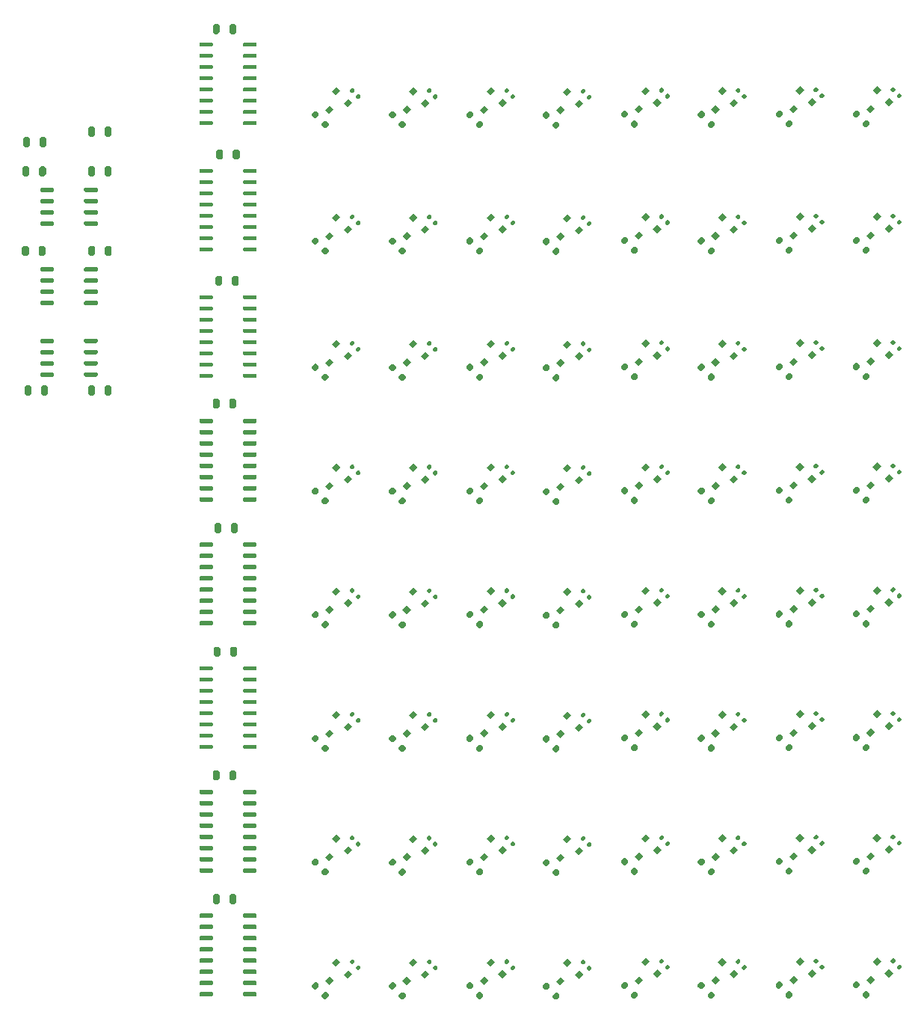
<source format=gtp>
%TF.GenerationSoftware,KiCad,Pcbnew,5.1.6*%
%TF.CreationDate,2020-06-23T23:05:21+02:00*%
%TF.ProjectId,NeonMatrix,4e656f6e-4d61-4747-9269-782e6b696361,rev?*%
%TF.SameCoordinates,Original*%
%TF.FileFunction,Paste,Top*%
%TF.FilePolarity,Positive*%
%FSLAX46Y46*%
G04 Gerber Fmt 4.6, Leading zero omitted, Abs format (unit mm)*
G04 Created by KiCad (PCBNEW 5.1.6) date 2020-06-23 23:05:21*
%MOMM*%
%LPD*%
G01*
G04 APERTURE LIST*
%ADD10C,0.100000*%
G04 APERTURE END LIST*
%TO.C,C16*%
G36*
G01*
X170047500Y-74145000D02*
X170047500Y-73415000D01*
G75*
G02*
X170242500Y-73220000I195000J0D01*
G01*
X170632500Y-73220000D01*
G75*
G02*
X170827500Y-73415000I0J-195000D01*
G01*
X170827500Y-74145000D01*
G75*
G02*
X170632500Y-74340000I-195000J0D01*
G01*
X170242500Y-74340000D01*
G75*
G02*
X170047500Y-74145000I0J195000D01*
G01*
G37*
G36*
G01*
X168172500Y-74145000D02*
X168172500Y-73415000D01*
G75*
G02*
X168367500Y-73220000I195000J0D01*
G01*
X168757500Y-73220000D01*
G75*
G02*
X168952500Y-73415000I0J-195000D01*
G01*
X168952500Y-74145000D01*
G75*
G02*
X168757500Y-74340000I-195000J0D01*
G01*
X168367500Y-74340000D01*
G75*
G02*
X168172500Y-74145000I0J195000D01*
G01*
G37*
%TD*%
%TO.C,C15*%
G36*
G01*
X161752500Y-73415000D02*
X161752500Y-74145000D01*
G75*
G02*
X161557500Y-74340000I-195000J0D01*
G01*
X161167500Y-74340000D01*
G75*
G02*
X160972500Y-74145000I0J195000D01*
G01*
X160972500Y-73415000D01*
G75*
G02*
X161167500Y-73220000I195000J0D01*
G01*
X161557500Y-73220000D01*
G75*
G02*
X161752500Y-73415000I0J-195000D01*
G01*
G37*
G36*
G01*
X163627500Y-73415000D02*
X163627500Y-74145000D01*
G75*
G02*
X163432500Y-74340000I-195000J0D01*
G01*
X163042500Y-74340000D01*
G75*
G02*
X162847500Y-74145000I0J195000D01*
G01*
X162847500Y-73415000D01*
G75*
G02*
X163042500Y-73220000I195000J0D01*
G01*
X163432500Y-73220000D01*
G75*
G02*
X163627500Y-73415000I0J-195000D01*
G01*
G37*
%TD*%
%TO.C,U11*%
G36*
G01*
X164305000Y-71865000D02*
X164305000Y-72105000D01*
G75*
G02*
X164185000Y-72225000I-120000J0D01*
G01*
X162865000Y-72225000D01*
G75*
G02*
X162745000Y-72105000I0J120000D01*
G01*
X162745000Y-71865000D01*
G75*
G02*
X162865000Y-71745000I120000J0D01*
G01*
X164185000Y-71745000D01*
G75*
G02*
X164305000Y-71865000I0J-120000D01*
G01*
G37*
G36*
G01*
X164305000Y-70595000D02*
X164305000Y-70835000D01*
G75*
G02*
X164185000Y-70955000I-120000J0D01*
G01*
X162865000Y-70955000D01*
G75*
G02*
X162745000Y-70835000I0J120000D01*
G01*
X162745000Y-70595000D01*
G75*
G02*
X162865000Y-70475000I120000J0D01*
G01*
X164185000Y-70475000D01*
G75*
G02*
X164305000Y-70595000I0J-120000D01*
G01*
G37*
G36*
G01*
X164305000Y-69325000D02*
X164305000Y-69565000D01*
G75*
G02*
X164185000Y-69685000I-120000J0D01*
G01*
X162865000Y-69685000D01*
G75*
G02*
X162745000Y-69565000I0J120000D01*
G01*
X162745000Y-69325000D01*
G75*
G02*
X162865000Y-69205000I120000J0D01*
G01*
X164185000Y-69205000D01*
G75*
G02*
X164305000Y-69325000I0J-120000D01*
G01*
G37*
G36*
G01*
X164305000Y-68055000D02*
X164305000Y-68295000D01*
G75*
G02*
X164185000Y-68415000I-120000J0D01*
G01*
X162865000Y-68415000D01*
G75*
G02*
X162745000Y-68295000I0J120000D01*
G01*
X162745000Y-68055000D01*
G75*
G02*
X162865000Y-67935000I120000J0D01*
G01*
X164185000Y-67935000D01*
G75*
G02*
X164305000Y-68055000I0J-120000D01*
G01*
G37*
G36*
G01*
X169255000Y-68055000D02*
X169255000Y-68295000D01*
G75*
G02*
X169135000Y-68415000I-120000J0D01*
G01*
X167815000Y-68415000D01*
G75*
G02*
X167695000Y-68295000I0J120000D01*
G01*
X167695000Y-68055000D01*
G75*
G02*
X167815000Y-67935000I120000J0D01*
G01*
X169135000Y-67935000D01*
G75*
G02*
X169255000Y-68055000I0J-120000D01*
G01*
G37*
G36*
G01*
X169255000Y-69325000D02*
X169255000Y-69565000D01*
G75*
G02*
X169135000Y-69685000I-120000J0D01*
G01*
X167815000Y-69685000D01*
G75*
G02*
X167695000Y-69565000I0J120000D01*
G01*
X167695000Y-69325000D01*
G75*
G02*
X167815000Y-69205000I120000J0D01*
G01*
X169135000Y-69205000D01*
G75*
G02*
X169255000Y-69325000I0J-120000D01*
G01*
G37*
G36*
G01*
X169255000Y-70595000D02*
X169255000Y-70835000D01*
G75*
G02*
X169135000Y-70955000I-120000J0D01*
G01*
X167815000Y-70955000D01*
G75*
G02*
X167695000Y-70835000I0J120000D01*
G01*
X167695000Y-70595000D01*
G75*
G02*
X167815000Y-70475000I120000J0D01*
G01*
X169135000Y-70475000D01*
G75*
G02*
X169255000Y-70595000I0J-120000D01*
G01*
G37*
G36*
G01*
X169255000Y-71865000D02*
X169255000Y-72105000D01*
G75*
G02*
X169135000Y-72225000I-120000J0D01*
G01*
X167815000Y-72225000D01*
G75*
G02*
X167695000Y-72105000I0J120000D01*
G01*
X167695000Y-71865000D01*
G75*
G02*
X167815000Y-71745000I120000J0D01*
G01*
X169135000Y-71745000D01*
G75*
G02*
X169255000Y-71865000I0J-120000D01*
G01*
G37*
%TD*%
%TO.C,C14*%
G36*
G01*
X161552500Y-45315000D02*
X161552500Y-46045000D01*
G75*
G02*
X161357500Y-46240000I-195000J0D01*
G01*
X160967500Y-46240000D01*
G75*
G02*
X160772500Y-46045000I0J195000D01*
G01*
X160772500Y-45315000D01*
G75*
G02*
X160967500Y-45120000I195000J0D01*
G01*
X161357500Y-45120000D01*
G75*
G02*
X161552500Y-45315000I0J-195000D01*
G01*
G37*
G36*
G01*
X163427500Y-45315000D02*
X163427500Y-46045000D01*
G75*
G02*
X163232500Y-46240000I-195000J0D01*
G01*
X162842500Y-46240000D01*
G75*
G02*
X162647500Y-46045000I0J195000D01*
G01*
X162647500Y-45315000D01*
G75*
G02*
X162842500Y-45120000I195000J0D01*
G01*
X163232500Y-45120000D01*
G75*
G02*
X163427500Y-45315000I0J-195000D01*
G01*
G37*
%TD*%
%TO.C,U1*%
G36*
G01*
X182305000Y-43405000D02*
X182305000Y-43645000D01*
G75*
G02*
X182185000Y-43765000I-120000J0D01*
G01*
X180865000Y-43765000D01*
G75*
G02*
X180745000Y-43645000I0J120000D01*
G01*
X180745000Y-43405000D01*
G75*
G02*
X180865000Y-43285000I120000J0D01*
G01*
X182185000Y-43285000D01*
G75*
G02*
X182305000Y-43405000I0J-120000D01*
G01*
G37*
G36*
G01*
X182305000Y-42135000D02*
X182305000Y-42375000D01*
G75*
G02*
X182185000Y-42495000I-120000J0D01*
G01*
X180865000Y-42495000D01*
G75*
G02*
X180745000Y-42375000I0J120000D01*
G01*
X180745000Y-42135000D01*
G75*
G02*
X180865000Y-42015000I120000J0D01*
G01*
X182185000Y-42015000D01*
G75*
G02*
X182305000Y-42135000I0J-120000D01*
G01*
G37*
G36*
G01*
X182305000Y-40865000D02*
X182305000Y-41105000D01*
G75*
G02*
X182185000Y-41225000I-120000J0D01*
G01*
X180865000Y-41225000D01*
G75*
G02*
X180745000Y-41105000I0J120000D01*
G01*
X180745000Y-40865000D01*
G75*
G02*
X180865000Y-40745000I120000J0D01*
G01*
X182185000Y-40745000D01*
G75*
G02*
X182305000Y-40865000I0J-120000D01*
G01*
G37*
G36*
G01*
X182305000Y-39595000D02*
X182305000Y-39835000D01*
G75*
G02*
X182185000Y-39955000I-120000J0D01*
G01*
X180865000Y-39955000D01*
G75*
G02*
X180745000Y-39835000I0J120000D01*
G01*
X180745000Y-39595000D01*
G75*
G02*
X180865000Y-39475000I120000J0D01*
G01*
X182185000Y-39475000D01*
G75*
G02*
X182305000Y-39595000I0J-120000D01*
G01*
G37*
G36*
G01*
X182305000Y-38325000D02*
X182305000Y-38565000D01*
G75*
G02*
X182185000Y-38685000I-120000J0D01*
G01*
X180865000Y-38685000D01*
G75*
G02*
X180745000Y-38565000I0J120000D01*
G01*
X180745000Y-38325000D01*
G75*
G02*
X180865000Y-38205000I120000J0D01*
G01*
X182185000Y-38205000D01*
G75*
G02*
X182305000Y-38325000I0J-120000D01*
G01*
G37*
G36*
G01*
X182305000Y-37055000D02*
X182305000Y-37295000D01*
G75*
G02*
X182185000Y-37415000I-120000J0D01*
G01*
X180865000Y-37415000D01*
G75*
G02*
X180745000Y-37295000I0J120000D01*
G01*
X180745000Y-37055000D01*
G75*
G02*
X180865000Y-36935000I120000J0D01*
G01*
X182185000Y-36935000D01*
G75*
G02*
X182305000Y-37055000I0J-120000D01*
G01*
G37*
G36*
G01*
X182305000Y-35785000D02*
X182305000Y-36025000D01*
G75*
G02*
X182185000Y-36145000I-120000J0D01*
G01*
X180865000Y-36145000D01*
G75*
G02*
X180745000Y-36025000I0J120000D01*
G01*
X180745000Y-35785000D01*
G75*
G02*
X180865000Y-35665000I120000J0D01*
G01*
X182185000Y-35665000D01*
G75*
G02*
X182305000Y-35785000I0J-120000D01*
G01*
G37*
G36*
G01*
X182305000Y-34515000D02*
X182305000Y-34755000D01*
G75*
G02*
X182185000Y-34875000I-120000J0D01*
G01*
X180865000Y-34875000D01*
G75*
G02*
X180745000Y-34755000I0J120000D01*
G01*
X180745000Y-34515000D01*
G75*
G02*
X180865000Y-34395000I120000J0D01*
G01*
X182185000Y-34395000D01*
G75*
G02*
X182305000Y-34515000I0J-120000D01*
G01*
G37*
G36*
G01*
X187255000Y-34515000D02*
X187255000Y-34755000D01*
G75*
G02*
X187135000Y-34875000I-120000J0D01*
G01*
X185815000Y-34875000D01*
G75*
G02*
X185695000Y-34755000I0J120000D01*
G01*
X185695000Y-34515000D01*
G75*
G02*
X185815000Y-34395000I120000J0D01*
G01*
X187135000Y-34395000D01*
G75*
G02*
X187255000Y-34515000I0J-120000D01*
G01*
G37*
G36*
G01*
X187255000Y-35785000D02*
X187255000Y-36025000D01*
G75*
G02*
X187135000Y-36145000I-120000J0D01*
G01*
X185815000Y-36145000D01*
G75*
G02*
X185695000Y-36025000I0J120000D01*
G01*
X185695000Y-35785000D01*
G75*
G02*
X185815000Y-35665000I120000J0D01*
G01*
X187135000Y-35665000D01*
G75*
G02*
X187255000Y-35785000I0J-120000D01*
G01*
G37*
G36*
G01*
X187255000Y-37055000D02*
X187255000Y-37295000D01*
G75*
G02*
X187135000Y-37415000I-120000J0D01*
G01*
X185815000Y-37415000D01*
G75*
G02*
X185695000Y-37295000I0J120000D01*
G01*
X185695000Y-37055000D01*
G75*
G02*
X185815000Y-36935000I120000J0D01*
G01*
X187135000Y-36935000D01*
G75*
G02*
X187255000Y-37055000I0J-120000D01*
G01*
G37*
G36*
G01*
X187255000Y-38325000D02*
X187255000Y-38565000D01*
G75*
G02*
X187135000Y-38685000I-120000J0D01*
G01*
X185815000Y-38685000D01*
G75*
G02*
X185695000Y-38565000I0J120000D01*
G01*
X185695000Y-38325000D01*
G75*
G02*
X185815000Y-38205000I120000J0D01*
G01*
X187135000Y-38205000D01*
G75*
G02*
X187255000Y-38325000I0J-120000D01*
G01*
G37*
G36*
G01*
X187255000Y-39595000D02*
X187255000Y-39835000D01*
G75*
G02*
X187135000Y-39955000I-120000J0D01*
G01*
X185815000Y-39955000D01*
G75*
G02*
X185695000Y-39835000I0J120000D01*
G01*
X185695000Y-39595000D01*
G75*
G02*
X185815000Y-39475000I120000J0D01*
G01*
X187135000Y-39475000D01*
G75*
G02*
X187255000Y-39595000I0J-120000D01*
G01*
G37*
G36*
G01*
X187255000Y-40865000D02*
X187255000Y-41105000D01*
G75*
G02*
X187135000Y-41225000I-120000J0D01*
G01*
X185815000Y-41225000D01*
G75*
G02*
X185695000Y-41105000I0J120000D01*
G01*
X185695000Y-40865000D01*
G75*
G02*
X185815000Y-40745000I120000J0D01*
G01*
X187135000Y-40745000D01*
G75*
G02*
X187255000Y-40865000I0J-120000D01*
G01*
G37*
G36*
G01*
X187255000Y-42135000D02*
X187255000Y-42375000D01*
G75*
G02*
X187135000Y-42495000I-120000J0D01*
G01*
X185815000Y-42495000D01*
G75*
G02*
X185695000Y-42375000I0J120000D01*
G01*
X185695000Y-42135000D01*
G75*
G02*
X185815000Y-42015000I120000J0D01*
G01*
X187135000Y-42015000D01*
G75*
G02*
X187255000Y-42135000I0J-120000D01*
G01*
G37*
G36*
G01*
X187255000Y-43405000D02*
X187255000Y-43645000D01*
G75*
G02*
X187135000Y-43765000I-120000J0D01*
G01*
X185815000Y-43765000D01*
G75*
G02*
X185695000Y-43645000I0J120000D01*
G01*
X185695000Y-43405000D01*
G75*
G02*
X185815000Y-43285000I120000J0D01*
G01*
X187135000Y-43285000D01*
G75*
G02*
X187255000Y-43405000I0J-120000D01*
G01*
G37*
%TD*%
%TO.C,C5*%
G36*
G01*
X170047500Y-44845000D02*
X170047500Y-44115000D01*
G75*
G02*
X170242500Y-43920000I195000J0D01*
G01*
X170632500Y-43920000D01*
G75*
G02*
X170827500Y-44115000I0J-195000D01*
G01*
X170827500Y-44845000D01*
G75*
G02*
X170632500Y-45040000I-195000J0D01*
G01*
X170242500Y-45040000D01*
G75*
G02*
X170047500Y-44845000I0J195000D01*
G01*
G37*
G36*
G01*
X168172500Y-44845000D02*
X168172500Y-44115000D01*
G75*
G02*
X168367500Y-43920000I195000J0D01*
G01*
X168757500Y-43920000D01*
G75*
G02*
X168952500Y-44115000I0J-195000D01*
G01*
X168952500Y-44845000D01*
G75*
G02*
X168757500Y-45040000I-195000J0D01*
G01*
X168367500Y-45040000D01*
G75*
G02*
X168172500Y-44845000I0J195000D01*
G01*
G37*
%TD*%
%TO.C,C4*%
G36*
G01*
X170047500Y-49345000D02*
X170047500Y-48615000D01*
G75*
G02*
X170242500Y-48420000I195000J0D01*
G01*
X170632500Y-48420000D01*
G75*
G02*
X170827500Y-48615000I0J-195000D01*
G01*
X170827500Y-49345000D01*
G75*
G02*
X170632500Y-49540000I-195000J0D01*
G01*
X170242500Y-49540000D01*
G75*
G02*
X170047500Y-49345000I0J195000D01*
G01*
G37*
G36*
G01*
X168172500Y-49345000D02*
X168172500Y-48615000D01*
G75*
G02*
X168367500Y-48420000I195000J0D01*
G01*
X168757500Y-48420000D01*
G75*
G02*
X168952500Y-48615000I0J-195000D01*
G01*
X168952500Y-49345000D01*
G75*
G02*
X168757500Y-49540000I-195000J0D01*
G01*
X168367500Y-49540000D01*
G75*
G02*
X168172500Y-49345000I0J195000D01*
G01*
G37*
%TD*%
%TO.C,U10*%
G36*
G01*
X167695000Y-60195000D02*
X167695000Y-59955000D01*
G75*
G02*
X167815000Y-59835000I120000J0D01*
G01*
X169135000Y-59835000D01*
G75*
G02*
X169255000Y-59955000I0J-120000D01*
G01*
X169255000Y-60195000D01*
G75*
G02*
X169135000Y-60315000I-120000J0D01*
G01*
X167815000Y-60315000D01*
G75*
G02*
X167695000Y-60195000I0J120000D01*
G01*
G37*
G36*
G01*
X167695000Y-61465000D02*
X167695000Y-61225000D01*
G75*
G02*
X167815000Y-61105000I120000J0D01*
G01*
X169135000Y-61105000D01*
G75*
G02*
X169255000Y-61225000I0J-120000D01*
G01*
X169255000Y-61465000D01*
G75*
G02*
X169135000Y-61585000I-120000J0D01*
G01*
X167815000Y-61585000D01*
G75*
G02*
X167695000Y-61465000I0J120000D01*
G01*
G37*
G36*
G01*
X167695000Y-62735000D02*
X167695000Y-62495000D01*
G75*
G02*
X167815000Y-62375000I120000J0D01*
G01*
X169135000Y-62375000D01*
G75*
G02*
X169255000Y-62495000I0J-120000D01*
G01*
X169255000Y-62735000D01*
G75*
G02*
X169135000Y-62855000I-120000J0D01*
G01*
X167815000Y-62855000D01*
G75*
G02*
X167695000Y-62735000I0J120000D01*
G01*
G37*
G36*
G01*
X167695000Y-64005000D02*
X167695000Y-63765000D01*
G75*
G02*
X167815000Y-63645000I120000J0D01*
G01*
X169135000Y-63645000D01*
G75*
G02*
X169255000Y-63765000I0J-120000D01*
G01*
X169255000Y-64005000D01*
G75*
G02*
X169135000Y-64125000I-120000J0D01*
G01*
X167815000Y-64125000D01*
G75*
G02*
X167695000Y-64005000I0J120000D01*
G01*
G37*
G36*
G01*
X162745000Y-64005000D02*
X162745000Y-63765000D01*
G75*
G02*
X162865000Y-63645000I120000J0D01*
G01*
X164185000Y-63645000D01*
G75*
G02*
X164305000Y-63765000I0J-120000D01*
G01*
X164305000Y-64005000D01*
G75*
G02*
X164185000Y-64125000I-120000J0D01*
G01*
X162865000Y-64125000D01*
G75*
G02*
X162745000Y-64005000I0J120000D01*
G01*
G37*
G36*
G01*
X162745000Y-62735000D02*
X162745000Y-62495000D01*
G75*
G02*
X162865000Y-62375000I120000J0D01*
G01*
X164185000Y-62375000D01*
G75*
G02*
X164305000Y-62495000I0J-120000D01*
G01*
X164305000Y-62735000D01*
G75*
G02*
X164185000Y-62855000I-120000J0D01*
G01*
X162865000Y-62855000D01*
G75*
G02*
X162745000Y-62735000I0J120000D01*
G01*
G37*
G36*
G01*
X162745000Y-61465000D02*
X162745000Y-61225000D01*
G75*
G02*
X162865000Y-61105000I120000J0D01*
G01*
X164185000Y-61105000D01*
G75*
G02*
X164305000Y-61225000I0J-120000D01*
G01*
X164305000Y-61465000D01*
G75*
G02*
X164185000Y-61585000I-120000J0D01*
G01*
X162865000Y-61585000D01*
G75*
G02*
X162745000Y-61465000I0J120000D01*
G01*
G37*
G36*
G01*
X162745000Y-60195000D02*
X162745000Y-59955000D01*
G75*
G02*
X162865000Y-59835000I120000J0D01*
G01*
X164185000Y-59835000D01*
G75*
G02*
X164305000Y-59955000I0J-120000D01*
G01*
X164305000Y-60195000D01*
G75*
G02*
X164185000Y-60315000I-120000J0D01*
G01*
X162865000Y-60315000D01*
G75*
G02*
X162745000Y-60195000I0J120000D01*
G01*
G37*
%TD*%
%TO.C,U9*%
G36*
G01*
X167695000Y-51195000D02*
X167695000Y-50955000D01*
G75*
G02*
X167815000Y-50835000I120000J0D01*
G01*
X169135000Y-50835000D01*
G75*
G02*
X169255000Y-50955000I0J-120000D01*
G01*
X169255000Y-51195000D01*
G75*
G02*
X169135000Y-51315000I-120000J0D01*
G01*
X167815000Y-51315000D01*
G75*
G02*
X167695000Y-51195000I0J120000D01*
G01*
G37*
G36*
G01*
X167695000Y-52465000D02*
X167695000Y-52225000D01*
G75*
G02*
X167815000Y-52105000I120000J0D01*
G01*
X169135000Y-52105000D01*
G75*
G02*
X169255000Y-52225000I0J-120000D01*
G01*
X169255000Y-52465000D01*
G75*
G02*
X169135000Y-52585000I-120000J0D01*
G01*
X167815000Y-52585000D01*
G75*
G02*
X167695000Y-52465000I0J120000D01*
G01*
G37*
G36*
G01*
X167695000Y-53735000D02*
X167695000Y-53495000D01*
G75*
G02*
X167815000Y-53375000I120000J0D01*
G01*
X169135000Y-53375000D01*
G75*
G02*
X169255000Y-53495000I0J-120000D01*
G01*
X169255000Y-53735000D01*
G75*
G02*
X169135000Y-53855000I-120000J0D01*
G01*
X167815000Y-53855000D01*
G75*
G02*
X167695000Y-53735000I0J120000D01*
G01*
G37*
G36*
G01*
X167695000Y-55005000D02*
X167695000Y-54765000D01*
G75*
G02*
X167815000Y-54645000I120000J0D01*
G01*
X169135000Y-54645000D01*
G75*
G02*
X169255000Y-54765000I0J-120000D01*
G01*
X169255000Y-55005000D01*
G75*
G02*
X169135000Y-55125000I-120000J0D01*
G01*
X167815000Y-55125000D01*
G75*
G02*
X167695000Y-55005000I0J120000D01*
G01*
G37*
G36*
G01*
X162745000Y-55005000D02*
X162745000Y-54765000D01*
G75*
G02*
X162865000Y-54645000I120000J0D01*
G01*
X164185000Y-54645000D01*
G75*
G02*
X164305000Y-54765000I0J-120000D01*
G01*
X164305000Y-55005000D01*
G75*
G02*
X164185000Y-55125000I-120000J0D01*
G01*
X162865000Y-55125000D01*
G75*
G02*
X162745000Y-55005000I0J120000D01*
G01*
G37*
G36*
G01*
X162745000Y-53735000D02*
X162745000Y-53495000D01*
G75*
G02*
X162865000Y-53375000I120000J0D01*
G01*
X164185000Y-53375000D01*
G75*
G02*
X164305000Y-53495000I0J-120000D01*
G01*
X164305000Y-53735000D01*
G75*
G02*
X164185000Y-53855000I-120000J0D01*
G01*
X162865000Y-53855000D01*
G75*
G02*
X162745000Y-53735000I0J120000D01*
G01*
G37*
G36*
G01*
X162745000Y-52465000D02*
X162745000Y-52225000D01*
G75*
G02*
X162865000Y-52105000I120000J0D01*
G01*
X164185000Y-52105000D01*
G75*
G02*
X164305000Y-52225000I0J-120000D01*
G01*
X164305000Y-52465000D01*
G75*
G02*
X164185000Y-52585000I-120000J0D01*
G01*
X162865000Y-52585000D01*
G75*
G02*
X162745000Y-52465000I0J120000D01*
G01*
G37*
G36*
G01*
X162745000Y-51195000D02*
X162745000Y-50955000D01*
G75*
G02*
X162865000Y-50835000I120000J0D01*
G01*
X164185000Y-50835000D01*
G75*
G02*
X164305000Y-50955000I0J-120000D01*
G01*
X164305000Y-51195000D01*
G75*
G02*
X164185000Y-51315000I-120000J0D01*
G01*
X162865000Y-51315000D01*
G75*
G02*
X162745000Y-51195000I0J120000D01*
G01*
G37*
%TD*%
%TO.C,C13*%
G36*
G01*
X184147500Y-75625000D02*
X184147500Y-74895000D01*
G75*
G02*
X184342500Y-74700000I195000J0D01*
G01*
X184732500Y-74700000D01*
G75*
G02*
X184927500Y-74895000I0J-195000D01*
G01*
X184927500Y-75625000D01*
G75*
G02*
X184732500Y-75820000I-195000J0D01*
G01*
X184342500Y-75820000D01*
G75*
G02*
X184147500Y-75625000I0J195000D01*
G01*
G37*
G36*
G01*
X182272500Y-75625000D02*
X182272500Y-74895000D01*
G75*
G02*
X182467500Y-74700000I195000J0D01*
G01*
X182857500Y-74700000D01*
G75*
G02*
X183052500Y-74895000I0J-195000D01*
G01*
X183052500Y-75625000D01*
G75*
G02*
X182857500Y-75820000I-195000J0D01*
G01*
X182467500Y-75820000D01*
G75*
G02*
X182272500Y-75625000I0J195000D01*
G01*
G37*
%TD*%
%TO.C,C12*%
G36*
G01*
X184347500Y-89725000D02*
X184347500Y-88995000D01*
G75*
G02*
X184542500Y-88800000I195000J0D01*
G01*
X184932500Y-88800000D01*
G75*
G02*
X185127500Y-88995000I0J-195000D01*
G01*
X185127500Y-89725000D01*
G75*
G02*
X184932500Y-89920000I-195000J0D01*
G01*
X184542500Y-89920000D01*
G75*
G02*
X184347500Y-89725000I0J195000D01*
G01*
G37*
G36*
G01*
X182472500Y-89725000D02*
X182472500Y-88995000D01*
G75*
G02*
X182667500Y-88800000I195000J0D01*
G01*
X183057500Y-88800000D01*
G75*
G02*
X183252500Y-88995000I0J-195000D01*
G01*
X183252500Y-89725000D01*
G75*
G02*
X183057500Y-89920000I-195000J0D01*
G01*
X182667500Y-89920000D01*
G75*
G02*
X182472500Y-89725000I0J195000D01*
G01*
G37*
%TD*%
%TO.C,C11*%
G36*
G01*
X184447500Y-61725000D02*
X184447500Y-60995000D01*
G75*
G02*
X184642500Y-60800000I195000J0D01*
G01*
X185032500Y-60800000D01*
G75*
G02*
X185227500Y-60995000I0J-195000D01*
G01*
X185227500Y-61725000D01*
G75*
G02*
X185032500Y-61920000I-195000J0D01*
G01*
X184642500Y-61920000D01*
G75*
G02*
X184447500Y-61725000I0J195000D01*
G01*
G37*
G36*
G01*
X182572500Y-61725000D02*
X182572500Y-60995000D01*
G75*
G02*
X182767500Y-60800000I195000J0D01*
G01*
X183157500Y-60800000D01*
G75*
G02*
X183352500Y-60995000I0J-195000D01*
G01*
X183352500Y-61725000D01*
G75*
G02*
X183157500Y-61920000I-195000J0D01*
G01*
X182767500Y-61920000D01*
G75*
G02*
X182572500Y-61725000I0J195000D01*
G01*
G37*
%TD*%
%TO.C,C10*%
G36*
G01*
X184247500Y-103725000D02*
X184247500Y-102995000D01*
G75*
G02*
X184442500Y-102800000I195000J0D01*
G01*
X184832500Y-102800000D01*
G75*
G02*
X185027500Y-102995000I0J-195000D01*
G01*
X185027500Y-103725000D01*
G75*
G02*
X184832500Y-103920000I-195000J0D01*
G01*
X184442500Y-103920000D01*
G75*
G02*
X184247500Y-103725000I0J195000D01*
G01*
G37*
G36*
G01*
X182372500Y-103725000D02*
X182372500Y-102995000D01*
G75*
G02*
X182567500Y-102800000I195000J0D01*
G01*
X182957500Y-102800000D01*
G75*
G02*
X183152500Y-102995000I0J-195000D01*
G01*
X183152500Y-103725000D01*
G75*
G02*
X182957500Y-103920000I-195000J0D01*
G01*
X182567500Y-103920000D01*
G75*
G02*
X182372500Y-103725000I0J195000D01*
G01*
G37*
%TD*%
%TO.C,C9*%
G36*
G01*
X184547500Y-47425000D02*
X184547500Y-46695000D01*
G75*
G02*
X184742500Y-46500000I195000J0D01*
G01*
X185132500Y-46500000D01*
G75*
G02*
X185327500Y-46695000I0J-195000D01*
G01*
X185327500Y-47425000D01*
G75*
G02*
X185132500Y-47620000I-195000J0D01*
G01*
X184742500Y-47620000D01*
G75*
G02*
X184547500Y-47425000I0J195000D01*
G01*
G37*
G36*
G01*
X182672500Y-47425000D02*
X182672500Y-46695000D01*
G75*
G02*
X182867500Y-46500000I195000J0D01*
G01*
X183257500Y-46500000D01*
G75*
G02*
X183452500Y-46695000I0J-195000D01*
G01*
X183452500Y-47425000D01*
G75*
G02*
X183257500Y-47620000I-195000J0D01*
G01*
X182867500Y-47620000D01*
G75*
G02*
X182672500Y-47425000I0J195000D01*
G01*
G37*
%TD*%
%TO.C,C8*%
G36*
G01*
X184147500Y-117725000D02*
X184147500Y-116995000D01*
G75*
G02*
X184342500Y-116800000I195000J0D01*
G01*
X184732500Y-116800000D01*
G75*
G02*
X184927500Y-116995000I0J-195000D01*
G01*
X184927500Y-117725000D01*
G75*
G02*
X184732500Y-117920000I-195000J0D01*
G01*
X184342500Y-117920000D01*
G75*
G02*
X184147500Y-117725000I0J195000D01*
G01*
G37*
G36*
G01*
X182272500Y-117725000D02*
X182272500Y-116995000D01*
G75*
G02*
X182467500Y-116800000I195000J0D01*
G01*
X182857500Y-116800000D01*
G75*
G02*
X183052500Y-116995000I0J-195000D01*
G01*
X183052500Y-117725000D01*
G75*
G02*
X182857500Y-117920000I-195000J0D01*
G01*
X182467500Y-117920000D01*
G75*
G02*
X182272500Y-117725000I0J195000D01*
G01*
G37*
%TD*%
%TO.C,C7*%
G36*
G01*
X184147500Y-33245000D02*
X184147500Y-32515000D01*
G75*
G02*
X184342500Y-32320000I195000J0D01*
G01*
X184732500Y-32320000D01*
G75*
G02*
X184927500Y-32515000I0J-195000D01*
G01*
X184927500Y-33245000D01*
G75*
G02*
X184732500Y-33440000I-195000J0D01*
G01*
X184342500Y-33440000D01*
G75*
G02*
X184147500Y-33245000I0J195000D01*
G01*
G37*
G36*
G01*
X182272500Y-33245000D02*
X182272500Y-32515000D01*
G75*
G02*
X182467500Y-32320000I195000J0D01*
G01*
X182857500Y-32320000D01*
G75*
G02*
X183052500Y-32515000I0J-195000D01*
G01*
X183052500Y-33245000D01*
G75*
G02*
X182857500Y-33440000I-195000J0D01*
G01*
X182467500Y-33440000D01*
G75*
G02*
X182272500Y-33245000I0J195000D01*
G01*
G37*
%TD*%
%TO.C,C6*%
G36*
G01*
X184147500Y-131725000D02*
X184147500Y-130995000D01*
G75*
G02*
X184342500Y-130800000I195000J0D01*
G01*
X184732500Y-130800000D01*
G75*
G02*
X184927500Y-130995000I0J-195000D01*
G01*
X184927500Y-131725000D01*
G75*
G02*
X184732500Y-131920000I-195000J0D01*
G01*
X184342500Y-131920000D01*
G75*
G02*
X184147500Y-131725000I0J195000D01*
G01*
G37*
G36*
G01*
X182272500Y-131725000D02*
X182272500Y-130995000D01*
G75*
G02*
X182467500Y-130800000I195000J0D01*
G01*
X182857500Y-130800000D01*
G75*
G02*
X183052500Y-130995000I0J-195000D01*
G01*
X183052500Y-131725000D01*
G75*
G02*
X182857500Y-131920000I-195000J0D01*
G01*
X182467500Y-131920000D01*
G75*
G02*
X182272500Y-131725000I0J195000D01*
G01*
G37*
%TD*%
%TO.C,C3*%
G36*
G01*
X170047500Y-58345000D02*
X170047500Y-57615000D01*
G75*
G02*
X170242500Y-57420000I195000J0D01*
G01*
X170632500Y-57420000D01*
G75*
G02*
X170827500Y-57615000I0J-195000D01*
G01*
X170827500Y-58345000D01*
G75*
G02*
X170632500Y-58540000I-195000J0D01*
G01*
X170242500Y-58540000D01*
G75*
G02*
X170047500Y-58345000I0J195000D01*
G01*
G37*
G36*
G01*
X168172500Y-58345000D02*
X168172500Y-57615000D01*
G75*
G02*
X168367500Y-57420000I195000J0D01*
G01*
X168757500Y-57420000D01*
G75*
G02*
X168952500Y-57615000I0J-195000D01*
G01*
X168952500Y-58345000D01*
G75*
G02*
X168757500Y-58540000I-195000J0D01*
G01*
X168367500Y-58540000D01*
G75*
G02*
X168172500Y-58345000I0J195000D01*
G01*
G37*
%TD*%
%TO.C,C2*%
G36*
G01*
X161452500Y-57615000D02*
X161452500Y-58345000D01*
G75*
G02*
X161257500Y-58540000I-195000J0D01*
G01*
X160867500Y-58540000D01*
G75*
G02*
X160672500Y-58345000I0J195000D01*
G01*
X160672500Y-57615000D01*
G75*
G02*
X160867500Y-57420000I195000J0D01*
G01*
X161257500Y-57420000D01*
G75*
G02*
X161452500Y-57615000I0J-195000D01*
G01*
G37*
G36*
G01*
X163327500Y-57615000D02*
X163327500Y-58345000D01*
G75*
G02*
X163132500Y-58540000I-195000J0D01*
G01*
X162742500Y-58540000D01*
G75*
G02*
X162547500Y-58345000I0J195000D01*
G01*
X162547500Y-57615000D01*
G75*
G02*
X162742500Y-57420000I195000J0D01*
G01*
X163132500Y-57420000D01*
G75*
G02*
X163327500Y-57615000I0J-195000D01*
G01*
G37*
%TD*%
%TO.C,C1*%
G36*
G01*
X161514999Y-48615000D02*
X161514999Y-49345000D01*
G75*
G02*
X161319999Y-49540000I-195000J0D01*
G01*
X160929999Y-49540000D01*
G75*
G02*
X160734999Y-49345000I0J195000D01*
G01*
X160734999Y-48615000D01*
G75*
G02*
X160929999Y-48420000I195000J0D01*
G01*
X161319999Y-48420000D01*
G75*
G02*
X161514999Y-48615000I0J-195000D01*
G01*
G37*
G36*
G01*
X163389999Y-48615000D02*
X163389999Y-49345000D01*
G75*
G02*
X163194999Y-49540000I-195000J0D01*
G01*
X162804999Y-49540000D01*
G75*
G02*
X162609999Y-49345000I0J195000D01*
G01*
X162609999Y-48615000D01*
G75*
G02*
X162804999Y-48420000I195000J0D01*
G01*
X163194999Y-48420000D01*
G75*
G02*
X163389999Y-48615000I0J-195000D01*
G01*
G37*
%TD*%
%TO.C,R128*%
G36*
G01*
X255867896Y-142086909D02*
X256157809Y-141796994D01*
G75*
G02*
X256405297Y-141796994I123744J-123744D01*
G01*
X256652785Y-142044482D01*
G75*
G02*
X256652785Y-142291970I-123744J-123744D01*
G01*
X256362871Y-142581884D01*
G75*
G02*
X256115383Y-142581884I-123744J123744D01*
G01*
X255867895Y-142334396D01*
G75*
G02*
X255867895Y-142086908I123744J123744D01*
G01*
G37*
G36*
G01*
X254754202Y-140973215D02*
X255044115Y-140683300D01*
G75*
G02*
X255291603Y-140683300I123744J-123744D01*
G01*
X255539091Y-140930788D01*
G75*
G02*
X255539091Y-141178276I-123744J-123744D01*
G01*
X255249177Y-141468190D01*
G75*
G02*
X255001689Y-141468190I-123744J123744D01*
G01*
X254754201Y-141220702D01*
G75*
G02*
X254754201Y-140973214I123744J123744D01*
G01*
G37*
%TD*%
%TO.C,R127*%
G36*
G01*
X259738829Y-138963089D02*
X259933990Y-138767927D01*
G75*
G02*
X260100868Y-138767927I83439J-83439D01*
G01*
X260267745Y-138934804D01*
G75*
G02*
X260267745Y-139101682I-83439J-83439D01*
G01*
X260072584Y-139296843D01*
G75*
G02*
X259905706Y-139296843I-83439J83439D01*
G01*
X259738829Y-139129966D01*
G75*
G02*
X259738829Y-138963088I83439J83439D01*
G01*
G37*
G36*
G01*
X259052935Y-138277195D02*
X259248096Y-138082033D01*
G75*
G02*
X259414974Y-138082033I83439J-83439D01*
G01*
X259581851Y-138248910D01*
G75*
G02*
X259581851Y-138415788I-83439J-83439D01*
G01*
X259386690Y-138610949D01*
G75*
G02*
X259219812Y-138610949I-83439J83439D01*
G01*
X259052935Y-138444072D01*
G75*
G02*
X259052935Y-138277194I83439J83439D01*
G01*
G37*
%TD*%
%TO.C,R126*%
G36*
G01*
X247137315Y-142099040D02*
X247427228Y-141809125D01*
G75*
G02*
X247674716Y-141809125I123744J-123744D01*
G01*
X247922204Y-142056613D01*
G75*
G02*
X247922204Y-142304101I-123744J-123744D01*
G01*
X247632290Y-142594015D01*
G75*
G02*
X247384802Y-142594015I-123744J123744D01*
G01*
X247137314Y-142346527D01*
G75*
G02*
X247137314Y-142099039I123744J123744D01*
G01*
G37*
G36*
G01*
X246023621Y-140985346D02*
X246313534Y-140695431D01*
G75*
G02*
X246561022Y-140695431I123744J-123744D01*
G01*
X246808510Y-140942919D01*
G75*
G02*
X246808510Y-141190407I-123744J-123744D01*
G01*
X246518596Y-141480321D01*
G75*
G02*
X246271108Y-141480321I-123744J123744D01*
G01*
X246023620Y-141232833D01*
G75*
G02*
X246023620Y-140985345I123744J123744D01*
G01*
G37*
%TD*%
%TO.C,R125*%
G36*
G01*
X251008248Y-138975221D02*
X251203409Y-138780059D01*
G75*
G02*
X251370287Y-138780059I83439J-83439D01*
G01*
X251537164Y-138946936D01*
G75*
G02*
X251537164Y-139113814I-83439J-83439D01*
G01*
X251342003Y-139308975D01*
G75*
G02*
X251175125Y-139308975I-83439J83439D01*
G01*
X251008248Y-139142098D01*
G75*
G02*
X251008248Y-138975220I83439J83439D01*
G01*
G37*
G36*
G01*
X250322354Y-138289327D02*
X250517515Y-138094165D01*
G75*
G02*
X250684393Y-138094165I83439J-83439D01*
G01*
X250851270Y-138261042D01*
G75*
G02*
X250851270Y-138427920I-83439J-83439D01*
G01*
X250656109Y-138623081D01*
G75*
G02*
X250489231Y-138623081I-83439J83439D01*
G01*
X250322354Y-138456204D01*
G75*
G02*
X250322354Y-138289326I83439J83439D01*
G01*
G37*
%TD*%
%TO.C,R124*%
G36*
G01*
X238324428Y-142159593D02*
X238614341Y-141869678D01*
G75*
G02*
X238861829Y-141869678I123744J-123744D01*
G01*
X239109317Y-142117166D01*
G75*
G02*
X239109317Y-142364654I-123744J-123744D01*
G01*
X238819403Y-142654568D01*
G75*
G02*
X238571915Y-142654568I-123744J123744D01*
G01*
X238324427Y-142407080D01*
G75*
G02*
X238324427Y-142159592I123744J123744D01*
G01*
G37*
G36*
G01*
X237210734Y-141045899D02*
X237500647Y-140755984D01*
G75*
G02*
X237748135Y-140755984I123744J-123744D01*
G01*
X237995623Y-141003472D01*
G75*
G02*
X237995623Y-141250960I-123744J-123744D01*
G01*
X237705709Y-141540874D01*
G75*
G02*
X237458221Y-141540874I-123744J123744D01*
G01*
X237210733Y-141293386D01*
G75*
G02*
X237210733Y-141045898I123744J123744D01*
G01*
G37*
%TD*%
%TO.C,R123*%
G36*
G01*
X242195361Y-139035774D02*
X242390522Y-138840612D01*
G75*
G02*
X242557400Y-138840612I83439J-83439D01*
G01*
X242724277Y-139007489D01*
G75*
G02*
X242724277Y-139174367I-83439J-83439D01*
G01*
X242529116Y-139369528D01*
G75*
G02*
X242362238Y-139369528I-83439J83439D01*
G01*
X242195361Y-139202651D01*
G75*
G02*
X242195361Y-139035773I83439J83439D01*
G01*
G37*
G36*
G01*
X241509467Y-138349880D02*
X241704628Y-138154718D01*
G75*
G02*
X241871506Y-138154718I83439J-83439D01*
G01*
X242038383Y-138321595D01*
G75*
G02*
X242038383Y-138488473I-83439J-83439D01*
G01*
X241843222Y-138683634D01*
G75*
G02*
X241676344Y-138683634I-83439J83439D01*
G01*
X241509467Y-138516757D01*
G75*
G02*
X241509467Y-138349879I83439J83439D01*
G01*
G37*
%TD*%
%TO.C,R122*%
G36*
G01*
X229631677Y-142130232D02*
X229921590Y-141840317D01*
G75*
G02*
X230169078Y-141840317I123744J-123744D01*
G01*
X230416566Y-142087805D01*
G75*
G02*
X230416566Y-142335293I-123744J-123744D01*
G01*
X230126652Y-142625207D01*
G75*
G02*
X229879164Y-142625207I-123744J123744D01*
G01*
X229631676Y-142377719D01*
G75*
G02*
X229631676Y-142130231I123744J123744D01*
G01*
G37*
G36*
G01*
X228517983Y-141016538D02*
X228807896Y-140726623D01*
G75*
G02*
X229055384Y-140726623I123744J-123744D01*
G01*
X229302872Y-140974111D01*
G75*
G02*
X229302872Y-141221599I-123744J-123744D01*
G01*
X229012958Y-141511513D01*
G75*
G02*
X228765470Y-141511513I-123744J123744D01*
G01*
X228517982Y-141264025D01*
G75*
G02*
X228517982Y-141016537I123744J123744D01*
G01*
G37*
%TD*%
%TO.C,R121*%
G36*
G01*
X233502611Y-139006413D02*
X233697772Y-138811251D01*
G75*
G02*
X233864650Y-138811251I83439J-83439D01*
G01*
X234031527Y-138978128D01*
G75*
G02*
X234031527Y-139145006I-83439J-83439D01*
G01*
X233836366Y-139340167D01*
G75*
G02*
X233669488Y-139340167I-83439J83439D01*
G01*
X233502611Y-139173290D01*
G75*
G02*
X233502611Y-139006412I83439J83439D01*
G01*
G37*
G36*
G01*
X232816717Y-138320519D02*
X233011878Y-138125357D01*
G75*
G02*
X233178756Y-138125357I83439J-83439D01*
G01*
X233345633Y-138292234D01*
G75*
G02*
X233345633Y-138459112I-83439J-83439D01*
G01*
X233150472Y-138654273D01*
G75*
G02*
X232983594Y-138654273I-83439J83439D01*
G01*
X232816717Y-138487396D01*
G75*
G02*
X232816717Y-138320518I83439J83439D01*
G01*
G37*
%TD*%
%TO.C,R120*%
G36*
G01*
X220764808Y-142238451D02*
X221054721Y-141948536D01*
G75*
G02*
X221302209Y-141948536I123744J-123744D01*
G01*
X221549697Y-142196024D01*
G75*
G02*
X221549697Y-142443512I-123744J-123744D01*
G01*
X221259783Y-142733426D01*
G75*
G02*
X221012295Y-142733426I-123744J123744D01*
G01*
X220764807Y-142485938D01*
G75*
G02*
X220764807Y-142238450I123744J123744D01*
G01*
G37*
G36*
G01*
X219651114Y-141124757D02*
X219941027Y-140834842D01*
G75*
G02*
X220188515Y-140834842I123744J-123744D01*
G01*
X220436003Y-141082330D01*
G75*
G02*
X220436003Y-141329818I-123744J-123744D01*
G01*
X220146089Y-141619732D01*
G75*
G02*
X219898601Y-141619732I-123744J123744D01*
G01*
X219651113Y-141372244D01*
G75*
G02*
X219651113Y-141124756I123744J123744D01*
G01*
G37*
%TD*%
%TO.C,R119*%
G36*
G01*
X224635742Y-139114632D02*
X224830903Y-138919470D01*
G75*
G02*
X224997781Y-138919470I83439J-83439D01*
G01*
X225164658Y-139086347D01*
G75*
G02*
X225164658Y-139253225I-83439J-83439D01*
G01*
X224969497Y-139448386D01*
G75*
G02*
X224802619Y-139448386I-83439J83439D01*
G01*
X224635742Y-139281509D01*
G75*
G02*
X224635742Y-139114631I83439J83439D01*
G01*
G37*
G36*
G01*
X223949848Y-138428738D02*
X224145009Y-138233576D01*
G75*
G02*
X224311887Y-138233576I83439J-83439D01*
G01*
X224478764Y-138400453D01*
G75*
G02*
X224478764Y-138567331I-83439J-83439D01*
G01*
X224283603Y-138762492D01*
G75*
G02*
X224116725Y-138762492I-83439J83439D01*
G01*
X223949848Y-138595615D01*
G75*
G02*
X223949848Y-138428737I83439J83439D01*
G01*
G37*
%TD*%
%TO.C,R118*%
G36*
G01*
X212108276Y-142168711D02*
X212398189Y-141878796D01*
G75*
G02*
X212645677Y-141878796I123744J-123744D01*
G01*
X212893165Y-142126284D01*
G75*
G02*
X212893165Y-142373772I-123744J-123744D01*
G01*
X212603251Y-142663686D01*
G75*
G02*
X212355763Y-142663686I-123744J123744D01*
G01*
X212108275Y-142416198D01*
G75*
G02*
X212108275Y-142168710I123744J123744D01*
G01*
G37*
G36*
G01*
X210994582Y-141055017D02*
X211284495Y-140765102D01*
G75*
G02*
X211531983Y-140765102I123744J-123744D01*
G01*
X211779471Y-141012590D01*
G75*
G02*
X211779471Y-141260078I-123744J-123744D01*
G01*
X211489557Y-141549992D01*
G75*
G02*
X211242069Y-141549992I-123744J123744D01*
G01*
X210994581Y-141302504D01*
G75*
G02*
X210994581Y-141055016I123744J123744D01*
G01*
G37*
%TD*%
%TO.C,R117*%
G36*
G01*
X215979209Y-139044891D02*
X216174370Y-138849729D01*
G75*
G02*
X216341248Y-138849729I83439J-83439D01*
G01*
X216508125Y-139016606D01*
G75*
G02*
X216508125Y-139183484I-83439J-83439D01*
G01*
X216312964Y-139378645D01*
G75*
G02*
X216146086Y-139378645I-83439J83439D01*
G01*
X215979209Y-139211768D01*
G75*
G02*
X215979209Y-139044890I83439J83439D01*
G01*
G37*
G36*
G01*
X215293315Y-138358997D02*
X215488476Y-138163835D01*
G75*
G02*
X215655354Y-138163835I83439J-83439D01*
G01*
X215822231Y-138330712D01*
G75*
G02*
X215822231Y-138497590I-83439J-83439D01*
G01*
X215627070Y-138692751D01*
G75*
G02*
X215460192Y-138692751I-83439J83439D01*
G01*
X215293315Y-138525874D01*
G75*
G02*
X215293315Y-138358996I83439J83439D01*
G01*
G37*
%TD*%
%TO.C,R116*%
G36*
G01*
X203346718Y-142196025D02*
X203636631Y-141906110D01*
G75*
G02*
X203884119Y-141906110I123744J-123744D01*
G01*
X204131607Y-142153598D01*
G75*
G02*
X204131607Y-142401086I-123744J-123744D01*
G01*
X203841693Y-142691000D01*
G75*
G02*
X203594205Y-142691000I-123744J123744D01*
G01*
X203346717Y-142443512D01*
G75*
G02*
X203346717Y-142196024I123744J123744D01*
G01*
G37*
G36*
G01*
X202233024Y-141082331D02*
X202522937Y-140792416D01*
G75*
G02*
X202770425Y-140792416I123744J-123744D01*
G01*
X203017913Y-141039904D01*
G75*
G02*
X203017913Y-141287392I-123744J-123744D01*
G01*
X202727999Y-141577306D01*
G75*
G02*
X202480511Y-141577306I-123744J123744D01*
G01*
X202233023Y-141329818D01*
G75*
G02*
X202233023Y-141082330I123744J123744D01*
G01*
G37*
%TD*%
%TO.C,R115*%
G36*
G01*
X207217651Y-139072206D02*
X207412812Y-138877044D01*
G75*
G02*
X207579690Y-138877044I83439J-83439D01*
G01*
X207746567Y-139043921D01*
G75*
G02*
X207746567Y-139210799I-83439J-83439D01*
G01*
X207551406Y-139405960D01*
G75*
G02*
X207384528Y-139405960I-83439J83439D01*
G01*
X207217651Y-139239083D01*
G75*
G02*
X207217651Y-139072205I83439J83439D01*
G01*
G37*
G36*
G01*
X206531757Y-138386312D02*
X206726918Y-138191150D01*
G75*
G02*
X206893796Y-138191150I83439J-83439D01*
G01*
X207060673Y-138358027D01*
G75*
G02*
X207060673Y-138524905I-83439J-83439D01*
G01*
X206865512Y-138720066D01*
G75*
G02*
X206698634Y-138720066I-83439J83439D01*
G01*
X206531757Y-138553189D01*
G75*
G02*
X206531757Y-138386311I83439J83439D01*
G01*
G37*
%TD*%
%TO.C,R114*%
G36*
G01*
X194607556Y-142177470D02*
X194897469Y-141887555D01*
G75*
G02*
X195144957Y-141887555I123744J-123744D01*
G01*
X195392445Y-142135043D01*
G75*
G02*
X195392445Y-142382531I-123744J-123744D01*
G01*
X195102531Y-142672445D01*
G75*
G02*
X194855043Y-142672445I-123744J123744D01*
G01*
X194607555Y-142424957D01*
G75*
G02*
X194607555Y-142177469I123744J123744D01*
G01*
G37*
G36*
G01*
X193493862Y-141063776D02*
X193783775Y-140773861D01*
G75*
G02*
X194031263Y-140773861I123744J-123744D01*
G01*
X194278751Y-141021349D01*
G75*
G02*
X194278751Y-141268837I-123744J-123744D01*
G01*
X193988837Y-141558751D01*
G75*
G02*
X193741349Y-141558751I-123744J123744D01*
G01*
X193493861Y-141311263D01*
G75*
G02*
X193493861Y-141063775I123744J123744D01*
G01*
G37*
%TD*%
%TO.C,R113*%
G36*
G01*
X198478489Y-139053651D02*
X198673650Y-138858489D01*
G75*
G02*
X198840528Y-138858489I83439J-83439D01*
G01*
X199007405Y-139025366D01*
G75*
G02*
X199007405Y-139192244I-83439J-83439D01*
G01*
X198812244Y-139387405D01*
G75*
G02*
X198645366Y-139387405I-83439J83439D01*
G01*
X198478489Y-139220528D01*
G75*
G02*
X198478489Y-139053650I83439J83439D01*
G01*
G37*
G36*
G01*
X197792595Y-138367757D02*
X197987756Y-138172595D01*
G75*
G02*
X198154634Y-138172595I83439J-83439D01*
G01*
X198321511Y-138339472D01*
G75*
G02*
X198321511Y-138506350I-83439J-83439D01*
G01*
X198126350Y-138701511D01*
G75*
G02*
X197959472Y-138701511I-83439J83439D01*
G01*
X197792595Y-138534634D01*
G75*
G02*
X197792595Y-138367756I83439J83439D01*
G01*
G37*
%TD*%
%TO.C,R112*%
G36*
G01*
X255867896Y-128086909D02*
X256157809Y-127796994D01*
G75*
G02*
X256405297Y-127796994I123744J-123744D01*
G01*
X256652785Y-128044482D01*
G75*
G02*
X256652785Y-128291970I-123744J-123744D01*
G01*
X256362871Y-128581884D01*
G75*
G02*
X256115383Y-128581884I-123744J123744D01*
G01*
X255867895Y-128334396D01*
G75*
G02*
X255867895Y-128086908I123744J123744D01*
G01*
G37*
G36*
G01*
X254754202Y-126973215D02*
X255044115Y-126683300D01*
G75*
G02*
X255291603Y-126683300I123744J-123744D01*
G01*
X255539091Y-126930788D01*
G75*
G02*
X255539091Y-127178276I-123744J-123744D01*
G01*
X255249177Y-127468190D01*
G75*
G02*
X255001689Y-127468190I-123744J123744D01*
G01*
X254754201Y-127220702D01*
G75*
G02*
X254754201Y-126973214I123744J123744D01*
G01*
G37*
%TD*%
%TO.C,R111*%
G36*
G01*
X259738829Y-124963089D02*
X259933990Y-124767927D01*
G75*
G02*
X260100868Y-124767927I83439J-83439D01*
G01*
X260267745Y-124934804D01*
G75*
G02*
X260267745Y-125101682I-83439J-83439D01*
G01*
X260072584Y-125296843D01*
G75*
G02*
X259905706Y-125296843I-83439J83439D01*
G01*
X259738829Y-125129966D01*
G75*
G02*
X259738829Y-124963088I83439J83439D01*
G01*
G37*
G36*
G01*
X259052935Y-124277195D02*
X259248096Y-124082033D01*
G75*
G02*
X259414974Y-124082033I83439J-83439D01*
G01*
X259581851Y-124248910D01*
G75*
G02*
X259581851Y-124415788I-83439J-83439D01*
G01*
X259386690Y-124610949D01*
G75*
G02*
X259219812Y-124610949I-83439J83439D01*
G01*
X259052935Y-124444072D01*
G75*
G02*
X259052935Y-124277194I83439J83439D01*
G01*
G37*
%TD*%
%TO.C,R110*%
G36*
G01*
X247137315Y-128099040D02*
X247427228Y-127809125D01*
G75*
G02*
X247674716Y-127809125I123744J-123744D01*
G01*
X247922204Y-128056613D01*
G75*
G02*
X247922204Y-128304101I-123744J-123744D01*
G01*
X247632290Y-128594015D01*
G75*
G02*
X247384802Y-128594015I-123744J123744D01*
G01*
X247137314Y-128346527D01*
G75*
G02*
X247137314Y-128099039I123744J123744D01*
G01*
G37*
G36*
G01*
X246023621Y-126985346D02*
X246313534Y-126695431D01*
G75*
G02*
X246561022Y-126695431I123744J-123744D01*
G01*
X246808510Y-126942919D01*
G75*
G02*
X246808510Y-127190407I-123744J-123744D01*
G01*
X246518596Y-127480321D01*
G75*
G02*
X246271108Y-127480321I-123744J123744D01*
G01*
X246023620Y-127232833D01*
G75*
G02*
X246023620Y-126985345I123744J123744D01*
G01*
G37*
%TD*%
%TO.C,R109*%
G36*
G01*
X251008248Y-124975221D02*
X251203409Y-124780059D01*
G75*
G02*
X251370287Y-124780059I83439J-83439D01*
G01*
X251537164Y-124946936D01*
G75*
G02*
X251537164Y-125113814I-83439J-83439D01*
G01*
X251342003Y-125308975D01*
G75*
G02*
X251175125Y-125308975I-83439J83439D01*
G01*
X251008248Y-125142098D01*
G75*
G02*
X251008248Y-124975220I83439J83439D01*
G01*
G37*
G36*
G01*
X250322354Y-124289327D02*
X250517515Y-124094165D01*
G75*
G02*
X250684393Y-124094165I83439J-83439D01*
G01*
X250851270Y-124261042D01*
G75*
G02*
X250851270Y-124427920I-83439J-83439D01*
G01*
X250656109Y-124623081D01*
G75*
G02*
X250489231Y-124623081I-83439J83439D01*
G01*
X250322354Y-124456204D01*
G75*
G02*
X250322354Y-124289326I83439J83439D01*
G01*
G37*
%TD*%
%TO.C,R108*%
G36*
G01*
X238324428Y-128159593D02*
X238614341Y-127869678D01*
G75*
G02*
X238861829Y-127869678I123744J-123744D01*
G01*
X239109317Y-128117166D01*
G75*
G02*
X239109317Y-128364654I-123744J-123744D01*
G01*
X238819403Y-128654568D01*
G75*
G02*
X238571915Y-128654568I-123744J123744D01*
G01*
X238324427Y-128407080D01*
G75*
G02*
X238324427Y-128159592I123744J123744D01*
G01*
G37*
G36*
G01*
X237210734Y-127045899D02*
X237500647Y-126755984D01*
G75*
G02*
X237748135Y-126755984I123744J-123744D01*
G01*
X237995623Y-127003472D01*
G75*
G02*
X237995623Y-127250960I-123744J-123744D01*
G01*
X237705709Y-127540874D01*
G75*
G02*
X237458221Y-127540874I-123744J123744D01*
G01*
X237210733Y-127293386D01*
G75*
G02*
X237210733Y-127045898I123744J123744D01*
G01*
G37*
%TD*%
%TO.C,R107*%
G36*
G01*
X242195361Y-125035774D02*
X242390522Y-124840612D01*
G75*
G02*
X242557400Y-124840612I83439J-83439D01*
G01*
X242724277Y-125007489D01*
G75*
G02*
X242724277Y-125174367I-83439J-83439D01*
G01*
X242529116Y-125369528D01*
G75*
G02*
X242362238Y-125369528I-83439J83439D01*
G01*
X242195361Y-125202651D01*
G75*
G02*
X242195361Y-125035773I83439J83439D01*
G01*
G37*
G36*
G01*
X241509467Y-124349880D02*
X241704628Y-124154718D01*
G75*
G02*
X241871506Y-124154718I83439J-83439D01*
G01*
X242038383Y-124321595D01*
G75*
G02*
X242038383Y-124488473I-83439J-83439D01*
G01*
X241843222Y-124683634D01*
G75*
G02*
X241676344Y-124683634I-83439J83439D01*
G01*
X241509467Y-124516757D01*
G75*
G02*
X241509467Y-124349879I83439J83439D01*
G01*
G37*
%TD*%
%TO.C,R106*%
G36*
G01*
X229631677Y-128130232D02*
X229921590Y-127840317D01*
G75*
G02*
X230169078Y-127840317I123744J-123744D01*
G01*
X230416566Y-128087805D01*
G75*
G02*
X230416566Y-128335293I-123744J-123744D01*
G01*
X230126652Y-128625207D01*
G75*
G02*
X229879164Y-128625207I-123744J123744D01*
G01*
X229631676Y-128377719D01*
G75*
G02*
X229631676Y-128130231I123744J123744D01*
G01*
G37*
G36*
G01*
X228517983Y-127016538D02*
X228807896Y-126726623D01*
G75*
G02*
X229055384Y-126726623I123744J-123744D01*
G01*
X229302872Y-126974111D01*
G75*
G02*
X229302872Y-127221599I-123744J-123744D01*
G01*
X229012958Y-127511513D01*
G75*
G02*
X228765470Y-127511513I-123744J123744D01*
G01*
X228517982Y-127264025D01*
G75*
G02*
X228517982Y-127016537I123744J123744D01*
G01*
G37*
%TD*%
%TO.C,R105*%
G36*
G01*
X233502611Y-125006413D02*
X233697772Y-124811251D01*
G75*
G02*
X233864650Y-124811251I83439J-83439D01*
G01*
X234031527Y-124978128D01*
G75*
G02*
X234031527Y-125145006I-83439J-83439D01*
G01*
X233836366Y-125340167D01*
G75*
G02*
X233669488Y-125340167I-83439J83439D01*
G01*
X233502611Y-125173290D01*
G75*
G02*
X233502611Y-125006412I83439J83439D01*
G01*
G37*
G36*
G01*
X232816717Y-124320519D02*
X233011878Y-124125357D01*
G75*
G02*
X233178756Y-124125357I83439J-83439D01*
G01*
X233345633Y-124292234D01*
G75*
G02*
X233345633Y-124459112I-83439J-83439D01*
G01*
X233150472Y-124654273D01*
G75*
G02*
X232983594Y-124654273I-83439J83439D01*
G01*
X232816717Y-124487396D01*
G75*
G02*
X232816717Y-124320518I83439J83439D01*
G01*
G37*
%TD*%
%TO.C,R104*%
G36*
G01*
X220764808Y-128238451D02*
X221054721Y-127948536D01*
G75*
G02*
X221302209Y-127948536I123744J-123744D01*
G01*
X221549697Y-128196024D01*
G75*
G02*
X221549697Y-128443512I-123744J-123744D01*
G01*
X221259783Y-128733426D01*
G75*
G02*
X221012295Y-128733426I-123744J123744D01*
G01*
X220764807Y-128485938D01*
G75*
G02*
X220764807Y-128238450I123744J123744D01*
G01*
G37*
G36*
G01*
X219651114Y-127124757D02*
X219941027Y-126834842D01*
G75*
G02*
X220188515Y-126834842I123744J-123744D01*
G01*
X220436003Y-127082330D01*
G75*
G02*
X220436003Y-127329818I-123744J-123744D01*
G01*
X220146089Y-127619732D01*
G75*
G02*
X219898601Y-127619732I-123744J123744D01*
G01*
X219651113Y-127372244D01*
G75*
G02*
X219651113Y-127124756I123744J123744D01*
G01*
G37*
%TD*%
%TO.C,R103*%
G36*
G01*
X224635742Y-125114632D02*
X224830903Y-124919470D01*
G75*
G02*
X224997781Y-124919470I83439J-83439D01*
G01*
X225164658Y-125086347D01*
G75*
G02*
X225164658Y-125253225I-83439J-83439D01*
G01*
X224969497Y-125448386D01*
G75*
G02*
X224802619Y-125448386I-83439J83439D01*
G01*
X224635742Y-125281509D01*
G75*
G02*
X224635742Y-125114631I83439J83439D01*
G01*
G37*
G36*
G01*
X223949848Y-124428738D02*
X224145009Y-124233576D01*
G75*
G02*
X224311887Y-124233576I83439J-83439D01*
G01*
X224478764Y-124400453D01*
G75*
G02*
X224478764Y-124567331I-83439J-83439D01*
G01*
X224283603Y-124762492D01*
G75*
G02*
X224116725Y-124762492I-83439J83439D01*
G01*
X223949848Y-124595615D01*
G75*
G02*
X223949848Y-124428737I83439J83439D01*
G01*
G37*
%TD*%
%TO.C,R102*%
G36*
G01*
X212108276Y-128168711D02*
X212398189Y-127878796D01*
G75*
G02*
X212645677Y-127878796I123744J-123744D01*
G01*
X212893165Y-128126284D01*
G75*
G02*
X212893165Y-128373772I-123744J-123744D01*
G01*
X212603251Y-128663686D01*
G75*
G02*
X212355763Y-128663686I-123744J123744D01*
G01*
X212108275Y-128416198D01*
G75*
G02*
X212108275Y-128168710I123744J123744D01*
G01*
G37*
G36*
G01*
X210994582Y-127055017D02*
X211284495Y-126765102D01*
G75*
G02*
X211531983Y-126765102I123744J-123744D01*
G01*
X211779471Y-127012590D01*
G75*
G02*
X211779471Y-127260078I-123744J-123744D01*
G01*
X211489557Y-127549992D01*
G75*
G02*
X211242069Y-127549992I-123744J123744D01*
G01*
X210994581Y-127302504D01*
G75*
G02*
X210994581Y-127055016I123744J123744D01*
G01*
G37*
%TD*%
%TO.C,R101*%
G36*
G01*
X215979209Y-125044891D02*
X216174370Y-124849729D01*
G75*
G02*
X216341248Y-124849729I83439J-83439D01*
G01*
X216508125Y-125016606D01*
G75*
G02*
X216508125Y-125183484I-83439J-83439D01*
G01*
X216312964Y-125378645D01*
G75*
G02*
X216146086Y-125378645I-83439J83439D01*
G01*
X215979209Y-125211768D01*
G75*
G02*
X215979209Y-125044890I83439J83439D01*
G01*
G37*
G36*
G01*
X215293315Y-124358997D02*
X215488476Y-124163835D01*
G75*
G02*
X215655354Y-124163835I83439J-83439D01*
G01*
X215822231Y-124330712D01*
G75*
G02*
X215822231Y-124497590I-83439J-83439D01*
G01*
X215627070Y-124692751D01*
G75*
G02*
X215460192Y-124692751I-83439J83439D01*
G01*
X215293315Y-124525874D01*
G75*
G02*
X215293315Y-124358996I83439J83439D01*
G01*
G37*
%TD*%
%TO.C,R100*%
G36*
G01*
X203346718Y-128196025D02*
X203636631Y-127906110D01*
G75*
G02*
X203884119Y-127906110I123744J-123744D01*
G01*
X204131607Y-128153598D01*
G75*
G02*
X204131607Y-128401086I-123744J-123744D01*
G01*
X203841693Y-128691000D01*
G75*
G02*
X203594205Y-128691000I-123744J123744D01*
G01*
X203346717Y-128443512D01*
G75*
G02*
X203346717Y-128196024I123744J123744D01*
G01*
G37*
G36*
G01*
X202233024Y-127082331D02*
X202522937Y-126792416D01*
G75*
G02*
X202770425Y-126792416I123744J-123744D01*
G01*
X203017913Y-127039904D01*
G75*
G02*
X203017913Y-127287392I-123744J-123744D01*
G01*
X202727999Y-127577306D01*
G75*
G02*
X202480511Y-127577306I-123744J123744D01*
G01*
X202233023Y-127329818D01*
G75*
G02*
X202233023Y-127082330I123744J123744D01*
G01*
G37*
%TD*%
%TO.C,R99*%
G36*
G01*
X207217651Y-125072206D02*
X207412812Y-124877044D01*
G75*
G02*
X207579690Y-124877044I83439J-83439D01*
G01*
X207746567Y-125043921D01*
G75*
G02*
X207746567Y-125210799I-83439J-83439D01*
G01*
X207551406Y-125405960D01*
G75*
G02*
X207384528Y-125405960I-83439J83439D01*
G01*
X207217651Y-125239083D01*
G75*
G02*
X207217651Y-125072205I83439J83439D01*
G01*
G37*
G36*
G01*
X206531757Y-124386312D02*
X206726918Y-124191150D01*
G75*
G02*
X206893796Y-124191150I83439J-83439D01*
G01*
X207060673Y-124358027D01*
G75*
G02*
X207060673Y-124524905I-83439J-83439D01*
G01*
X206865512Y-124720066D01*
G75*
G02*
X206698634Y-124720066I-83439J83439D01*
G01*
X206531757Y-124553189D01*
G75*
G02*
X206531757Y-124386311I83439J83439D01*
G01*
G37*
%TD*%
%TO.C,R98*%
G36*
G01*
X194607556Y-128177470D02*
X194897469Y-127887555D01*
G75*
G02*
X195144957Y-127887555I123744J-123744D01*
G01*
X195392445Y-128135043D01*
G75*
G02*
X195392445Y-128382531I-123744J-123744D01*
G01*
X195102531Y-128672445D01*
G75*
G02*
X194855043Y-128672445I-123744J123744D01*
G01*
X194607555Y-128424957D01*
G75*
G02*
X194607555Y-128177469I123744J123744D01*
G01*
G37*
G36*
G01*
X193493862Y-127063776D02*
X193783775Y-126773861D01*
G75*
G02*
X194031263Y-126773861I123744J-123744D01*
G01*
X194278751Y-127021349D01*
G75*
G02*
X194278751Y-127268837I-123744J-123744D01*
G01*
X193988837Y-127558751D01*
G75*
G02*
X193741349Y-127558751I-123744J123744D01*
G01*
X193493861Y-127311263D01*
G75*
G02*
X193493861Y-127063775I123744J123744D01*
G01*
G37*
%TD*%
%TO.C,R97*%
G36*
G01*
X198478489Y-125053651D02*
X198673650Y-124858489D01*
G75*
G02*
X198840528Y-124858489I83439J-83439D01*
G01*
X199007405Y-125025366D01*
G75*
G02*
X199007405Y-125192244I-83439J-83439D01*
G01*
X198812244Y-125387405D01*
G75*
G02*
X198645366Y-125387405I-83439J83439D01*
G01*
X198478489Y-125220528D01*
G75*
G02*
X198478489Y-125053650I83439J83439D01*
G01*
G37*
G36*
G01*
X197792595Y-124367757D02*
X197987756Y-124172595D01*
G75*
G02*
X198154634Y-124172595I83439J-83439D01*
G01*
X198321511Y-124339472D01*
G75*
G02*
X198321511Y-124506350I-83439J-83439D01*
G01*
X198126350Y-124701511D01*
G75*
G02*
X197959472Y-124701511I-83439J83439D01*
G01*
X197792595Y-124534634D01*
G75*
G02*
X197792595Y-124367756I83439J83439D01*
G01*
G37*
%TD*%
%TO.C,R96*%
G36*
G01*
X255867896Y-114086909D02*
X256157809Y-113796994D01*
G75*
G02*
X256405297Y-113796994I123744J-123744D01*
G01*
X256652785Y-114044482D01*
G75*
G02*
X256652785Y-114291970I-123744J-123744D01*
G01*
X256362871Y-114581884D01*
G75*
G02*
X256115383Y-114581884I-123744J123744D01*
G01*
X255867895Y-114334396D01*
G75*
G02*
X255867895Y-114086908I123744J123744D01*
G01*
G37*
G36*
G01*
X254754202Y-112973215D02*
X255044115Y-112683300D01*
G75*
G02*
X255291603Y-112683300I123744J-123744D01*
G01*
X255539091Y-112930788D01*
G75*
G02*
X255539091Y-113178276I-123744J-123744D01*
G01*
X255249177Y-113468190D01*
G75*
G02*
X255001689Y-113468190I-123744J123744D01*
G01*
X254754201Y-113220702D01*
G75*
G02*
X254754201Y-112973214I123744J123744D01*
G01*
G37*
%TD*%
%TO.C,R95*%
G36*
G01*
X259738829Y-110963089D02*
X259933990Y-110767927D01*
G75*
G02*
X260100868Y-110767927I83439J-83439D01*
G01*
X260267745Y-110934804D01*
G75*
G02*
X260267745Y-111101682I-83439J-83439D01*
G01*
X260072584Y-111296843D01*
G75*
G02*
X259905706Y-111296843I-83439J83439D01*
G01*
X259738829Y-111129966D01*
G75*
G02*
X259738829Y-110963088I83439J83439D01*
G01*
G37*
G36*
G01*
X259052935Y-110277195D02*
X259248096Y-110082033D01*
G75*
G02*
X259414974Y-110082033I83439J-83439D01*
G01*
X259581851Y-110248910D01*
G75*
G02*
X259581851Y-110415788I-83439J-83439D01*
G01*
X259386690Y-110610949D01*
G75*
G02*
X259219812Y-110610949I-83439J83439D01*
G01*
X259052935Y-110444072D01*
G75*
G02*
X259052935Y-110277194I83439J83439D01*
G01*
G37*
%TD*%
%TO.C,R94*%
G36*
G01*
X247137315Y-114099040D02*
X247427228Y-113809125D01*
G75*
G02*
X247674716Y-113809125I123744J-123744D01*
G01*
X247922204Y-114056613D01*
G75*
G02*
X247922204Y-114304101I-123744J-123744D01*
G01*
X247632290Y-114594015D01*
G75*
G02*
X247384802Y-114594015I-123744J123744D01*
G01*
X247137314Y-114346527D01*
G75*
G02*
X247137314Y-114099039I123744J123744D01*
G01*
G37*
G36*
G01*
X246023621Y-112985346D02*
X246313534Y-112695431D01*
G75*
G02*
X246561022Y-112695431I123744J-123744D01*
G01*
X246808510Y-112942919D01*
G75*
G02*
X246808510Y-113190407I-123744J-123744D01*
G01*
X246518596Y-113480321D01*
G75*
G02*
X246271108Y-113480321I-123744J123744D01*
G01*
X246023620Y-113232833D01*
G75*
G02*
X246023620Y-112985345I123744J123744D01*
G01*
G37*
%TD*%
%TO.C,R93*%
G36*
G01*
X251008248Y-110975221D02*
X251203409Y-110780059D01*
G75*
G02*
X251370287Y-110780059I83439J-83439D01*
G01*
X251537164Y-110946936D01*
G75*
G02*
X251537164Y-111113814I-83439J-83439D01*
G01*
X251342003Y-111308975D01*
G75*
G02*
X251175125Y-111308975I-83439J83439D01*
G01*
X251008248Y-111142098D01*
G75*
G02*
X251008248Y-110975220I83439J83439D01*
G01*
G37*
G36*
G01*
X250322354Y-110289327D02*
X250517515Y-110094165D01*
G75*
G02*
X250684393Y-110094165I83439J-83439D01*
G01*
X250851270Y-110261042D01*
G75*
G02*
X250851270Y-110427920I-83439J-83439D01*
G01*
X250656109Y-110623081D01*
G75*
G02*
X250489231Y-110623081I-83439J83439D01*
G01*
X250322354Y-110456204D01*
G75*
G02*
X250322354Y-110289326I83439J83439D01*
G01*
G37*
%TD*%
%TO.C,R92*%
G36*
G01*
X238324428Y-114159593D02*
X238614341Y-113869678D01*
G75*
G02*
X238861829Y-113869678I123744J-123744D01*
G01*
X239109317Y-114117166D01*
G75*
G02*
X239109317Y-114364654I-123744J-123744D01*
G01*
X238819403Y-114654568D01*
G75*
G02*
X238571915Y-114654568I-123744J123744D01*
G01*
X238324427Y-114407080D01*
G75*
G02*
X238324427Y-114159592I123744J123744D01*
G01*
G37*
G36*
G01*
X237210734Y-113045899D02*
X237500647Y-112755984D01*
G75*
G02*
X237748135Y-112755984I123744J-123744D01*
G01*
X237995623Y-113003472D01*
G75*
G02*
X237995623Y-113250960I-123744J-123744D01*
G01*
X237705709Y-113540874D01*
G75*
G02*
X237458221Y-113540874I-123744J123744D01*
G01*
X237210733Y-113293386D01*
G75*
G02*
X237210733Y-113045898I123744J123744D01*
G01*
G37*
%TD*%
%TO.C,R91*%
G36*
G01*
X242195361Y-111035774D02*
X242390522Y-110840612D01*
G75*
G02*
X242557400Y-110840612I83439J-83439D01*
G01*
X242724277Y-111007489D01*
G75*
G02*
X242724277Y-111174367I-83439J-83439D01*
G01*
X242529116Y-111369528D01*
G75*
G02*
X242362238Y-111369528I-83439J83439D01*
G01*
X242195361Y-111202651D01*
G75*
G02*
X242195361Y-111035773I83439J83439D01*
G01*
G37*
G36*
G01*
X241509467Y-110349880D02*
X241704628Y-110154718D01*
G75*
G02*
X241871506Y-110154718I83439J-83439D01*
G01*
X242038383Y-110321595D01*
G75*
G02*
X242038383Y-110488473I-83439J-83439D01*
G01*
X241843222Y-110683634D01*
G75*
G02*
X241676344Y-110683634I-83439J83439D01*
G01*
X241509467Y-110516757D01*
G75*
G02*
X241509467Y-110349879I83439J83439D01*
G01*
G37*
%TD*%
%TO.C,R90*%
G36*
G01*
X229631677Y-114130232D02*
X229921590Y-113840317D01*
G75*
G02*
X230169078Y-113840317I123744J-123744D01*
G01*
X230416566Y-114087805D01*
G75*
G02*
X230416566Y-114335293I-123744J-123744D01*
G01*
X230126652Y-114625207D01*
G75*
G02*
X229879164Y-114625207I-123744J123744D01*
G01*
X229631676Y-114377719D01*
G75*
G02*
X229631676Y-114130231I123744J123744D01*
G01*
G37*
G36*
G01*
X228517983Y-113016538D02*
X228807896Y-112726623D01*
G75*
G02*
X229055384Y-112726623I123744J-123744D01*
G01*
X229302872Y-112974111D01*
G75*
G02*
X229302872Y-113221599I-123744J-123744D01*
G01*
X229012958Y-113511513D01*
G75*
G02*
X228765470Y-113511513I-123744J123744D01*
G01*
X228517982Y-113264025D01*
G75*
G02*
X228517982Y-113016537I123744J123744D01*
G01*
G37*
%TD*%
%TO.C,R89*%
G36*
G01*
X233502611Y-111006413D02*
X233697772Y-110811251D01*
G75*
G02*
X233864650Y-110811251I83439J-83439D01*
G01*
X234031527Y-110978128D01*
G75*
G02*
X234031527Y-111145006I-83439J-83439D01*
G01*
X233836366Y-111340167D01*
G75*
G02*
X233669488Y-111340167I-83439J83439D01*
G01*
X233502611Y-111173290D01*
G75*
G02*
X233502611Y-111006412I83439J83439D01*
G01*
G37*
G36*
G01*
X232816717Y-110320519D02*
X233011878Y-110125357D01*
G75*
G02*
X233178756Y-110125357I83439J-83439D01*
G01*
X233345633Y-110292234D01*
G75*
G02*
X233345633Y-110459112I-83439J-83439D01*
G01*
X233150472Y-110654273D01*
G75*
G02*
X232983594Y-110654273I-83439J83439D01*
G01*
X232816717Y-110487396D01*
G75*
G02*
X232816717Y-110320518I83439J83439D01*
G01*
G37*
%TD*%
%TO.C,R88*%
G36*
G01*
X220764808Y-114238451D02*
X221054721Y-113948536D01*
G75*
G02*
X221302209Y-113948536I123744J-123744D01*
G01*
X221549697Y-114196024D01*
G75*
G02*
X221549697Y-114443512I-123744J-123744D01*
G01*
X221259783Y-114733426D01*
G75*
G02*
X221012295Y-114733426I-123744J123744D01*
G01*
X220764807Y-114485938D01*
G75*
G02*
X220764807Y-114238450I123744J123744D01*
G01*
G37*
G36*
G01*
X219651114Y-113124757D02*
X219941027Y-112834842D01*
G75*
G02*
X220188515Y-112834842I123744J-123744D01*
G01*
X220436003Y-113082330D01*
G75*
G02*
X220436003Y-113329818I-123744J-123744D01*
G01*
X220146089Y-113619732D01*
G75*
G02*
X219898601Y-113619732I-123744J123744D01*
G01*
X219651113Y-113372244D01*
G75*
G02*
X219651113Y-113124756I123744J123744D01*
G01*
G37*
%TD*%
%TO.C,R87*%
G36*
G01*
X224635742Y-111114632D02*
X224830903Y-110919470D01*
G75*
G02*
X224997781Y-110919470I83439J-83439D01*
G01*
X225164658Y-111086347D01*
G75*
G02*
X225164658Y-111253225I-83439J-83439D01*
G01*
X224969497Y-111448386D01*
G75*
G02*
X224802619Y-111448386I-83439J83439D01*
G01*
X224635742Y-111281509D01*
G75*
G02*
X224635742Y-111114631I83439J83439D01*
G01*
G37*
G36*
G01*
X223949848Y-110428738D02*
X224145009Y-110233576D01*
G75*
G02*
X224311887Y-110233576I83439J-83439D01*
G01*
X224478764Y-110400453D01*
G75*
G02*
X224478764Y-110567331I-83439J-83439D01*
G01*
X224283603Y-110762492D01*
G75*
G02*
X224116725Y-110762492I-83439J83439D01*
G01*
X223949848Y-110595615D01*
G75*
G02*
X223949848Y-110428737I83439J83439D01*
G01*
G37*
%TD*%
%TO.C,R86*%
G36*
G01*
X212108276Y-114168711D02*
X212398189Y-113878796D01*
G75*
G02*
X212645677Y-113878796I123744J-123744D01*
G01*
X212893165Y-114126284D01*
G75*
G02*
X212893165Y-114373772I-123744J-123744D01*
G01*
X212603251Y-114663686D01*
G75*
G02*
X212355763Y-114663686I-123744J123744D01*
G01*
X212108275Y-114416198D01*
G75*
G02*
X212108275Y-114168710I123744J123744D01*
G01*
G37*
G36*
G01*
X210994582Y-113055017D02*
X211284495Y-112765102D01*
G75*
G02*
X211531983Y-112765102I123744J-123744D01*
G01*
X211779471Y-113012590D01*
G75*
G02*
X211779471Y-113260078I-123744J-123744D01*
G01*
X211489557Y-113549992D01*
G75*
G02*
X211242069Y-113549992I-123744J123744D01*
G01*
X210994581Y-113302504D01*
G75*
G02*
X210994581Y-113055016I123744J123744D01*
G01*
G37*
%TD*%
%TO.C,R85*%
G36*
G01*
X215979209Y-111044891D02*
X216174370Y-110849729D01*
G75*
G02*
X216341248Y-110849729I83439J-83439D01*
G01*
X216508125Y-111016606D01*
G75*
G02*
X216508125Y-111183484I-83439J-83439D01*
G01*
X216312964Y-111378645D01*
G75*
G02*
X216146086Y-111378645I-83439J83439D01*
G01*
X215979209Y-111211768D01*
G75*
G02*
X215979209Y-111044890I83439J83439D01*
G01*
G37*
G36*
G01*
X215293315Y-110358997D02*
X215488476Y-110163835D01*
G75*
G02*
X215655354Y-110163835I83439J-83439D01*
G01*
X215822231Y-110330712D01*
G75*
G02*
X215822231Y-110497590I-83439J-83439D01*
G01*
X215627070Y-110692751D01*
G75*
G02*
X215460192Y-110692751I-83439J83439D01*
G01*
X215293315Y-110525874D01*
G75*
G02*
X215293315Y-110358996I83439J83439D01*
G01*
G37*
%TD*%
%TO.C,R84*%
G36*
G01*
X203346718Y-114196025D02*
X203636631Y-113906110D01*
G75*
G02*
X203884119Y-113906110I123744J-123744D01*
G01*
X204131607Y-114153598D01*
G75*
G02*
X204131607Y-114401086I-123744J-123744D01*
G01*
X203841693Y-114691000D01*
G75*
G02*
X203594205Y-114691000I-123744J123744D01*
G01*
X203346717Y-114443512D01*
G75*
G02*
X203346717Y-114196024I123744J123744D01*
G01*
G37*
G36*
G01*
X202233024Y-113082331D02*
X202522937Y-112792416D01*
G75*
G02*
X202770425Y-112792416I123744J-123744D01*
G01*
X203017913Y-113039904D01*
G75*
G02*
X203017913Y-113287392I-123744J-123744D01*
G01*
X202727999Y-113577306D01*
G75*
G02*
X202480511Y-113577306I-123744J123744D01*
G01*
X202233023Y-113329818D01*
G75*
G02*
X202233023Y-113082330I123744J123744D01*
G01*
G37*
%TD*%
%TO.C,R83*%
G36*
G01*
X207217651Y-111072206D02*
X207412812Y-110877044D01*
G75*
G02*
X207579690Y-110877044I83439J-83439D01*
G01*
X207746567Y-111043921D01*
G75*
G02*
X207746567Y-111210799I-83439J-83439D01*
G01*
X207551406Y-111405960D01*
G75*
G02*
X207384528Y-111405960I-83439J83439D01*
G01*
X207217651Y-111239083D01*
G75*
G02*
X207217651Y-111072205I83439J83439D01*
G01*
G37*
G36*
G01*
X206531757Y-110386312D02*
X206726918Y-110191150D01*
G75*
G02*
X206893796Y-110191150I83439J-83439D01*
G01*
X207060673Y-110358027D01*
G75*
G02*
X207060673Y-110524905I-83439J-83439D01*
G01*
X206865512Y-110720066D01*
G75*
G02*
X206698634Y-110720066I-83439J83439D01*
G01*
X206531757Y-110553189D01*
G75*
G02*
X206531757Y-110386311I83439J83439D01*
G01*
G37*
%TD*%
%TO.C,R82*%
G36*
G01*
X194607556Y-114177470D02*
X194897469Y-113887555D01*
G75*
G02*
X195144957Y-113887555I123744J-123744D01*
G01*
X195392445Y-114135043D01*
G75*
G02*
X195392445Y-114382531I-123744J-123744D01*
G01*
X195102531Y-114672445D01*
G75*
G02*
X194855043Y-114672445I-123744J123744D01*
G01*
X194607555Y-114424957D01*
G75*
G02*
X194607555Y-114177469I123744J123744D01*
G01*
G37*
G36*
G01*
X193493862Y-113063776D02*
X193783775Y-112773861D01*
G75*
G02*
X194031263Y-112773861I123744J-123744D01*
G01*
X194278751Y-113021349D01*
G75*
G02*
X194278751Y-113268837I-123744J-123744D01*
G01*
X193988837Y-113558751D01*
G75*
G02*
X193741349Y-113558751I-123744J123744D01*
G01*
X193493861Y-113311263D01*
G75*
G02*
X193493861Y-113063775I123744J123744D01*
G01*
G37*
%TD*%
%TO.C,R81*%
G36*
G01*
X198478489Y-111053651D02*
X198673650Y-110858489D01*
G75*
G02*
X198840528Y-110858489I83439J-83439D01*
G01*
X199007405Y-111025366D01*
G75*
G02*
X199007405Y-111192244I-83439J-83439D01*
G01*
X198812244Y-111387405D01*
G75*
G02*
X198645366Y-111387405I-83439J83439D01*
G01*
X198478489Y-111220528D01*
G75*
G02*
X198478489Y-111053650I83439J83439D01*
G01*
G37*
G36*
G01*
X197792595Y-110367757D02*
X197987756Y-110172595D01*
G75*
G02*
X198154634Y-110172595I83439J-83439D01*
G01*
X198321511Y-110339472D01*
G75*
G02*
X198321511Y-110506350I-83439J-83439D01*
G01*
X198126350Y-110701511D01*
G75*
G02*
X197959472Y-110701511I-83439J83439D01*
G01*
X197792595Y-110534634D01*
G75*
G02*
X197792595Y-110367756I83439J83439D01*
G01*
G37*
%TD*%
%TO.C,R80*%
G36*
G01*
X255867896Y-100086909D02*
X256157809Y-99796994D01*
G75*
G02*
X256405297Y-99796994I123744J-123744D01*
G01*
X256652785Y-100044482D01*
G75*
G02*
X256652785Y-100291970I-123744J-123744D01*
G01*
X256362871Y-100581884D01*
G75*
G02*
X256115383Y-100581884I-123744J123744D01*
G01*
X255867895Y-100334396D01*
G75*
G02*
X255867895Y-100086908I123744J123744D01*
G01*
G37*
G36*
G01*
X254754202Y-98973215D02*
X255044115Y-98683300D01*
G75*
G02*
X255291603Y-98683300I123744J-123744D01*
G01*
X255539091Y-98930788D01*
G75*
G02*
X255539091Y-99178276I-123744J-123744D01*
G01*
X255249177Y-99468190D01*
G75*
G02*
X255001689Y-99468190I-123744J123744D01*
G01*
X254754201Y-99220702D01*
G75*
G02*
X254754201Y-98973214I123744J123744D01*
G01*
G37*
%TD*%
%TO.C,R79*%
G36*
G01*
X259738829Y-96963089D02*
X259933990Y-96767927D01*
G75*
G02*
X260100868Y-96767927I83439J-83439D01*
G01*
X260267745Y-96934804D01*
G75*
G02*
X260267745Y-97101682I-83439J-83439D01*
G01*
X260072584Y-97296843D01*
G75*
G02*
X259905706Y-97296843I-83439J83439D01*
G01*
X259738829Y-97129966D01*
G75*
G02*
X259738829Y-96963088I83439J83439D01*
G01*
G37*
G36*
G01*
X259052935Y-96277195D02*
X259248096Y-96082033D01*
G75*
G02*
X259414974Y-96082033I83439J-83439D01*
G01*
X259581851Y-96248910D01*
G75*
G02*
X259581851Y-96415788I-83439J-83439D01*
G01*
X259386690Y-96610949D01*
G75*
G02*
X259219812Y-96610949I-83439J83439D01*
G01*
X259052935Y-96444072D01*
G75*
G02*
X259052935Y-96277194I83439J83439D01*
G01*
G37*
%TD*%
%TO.C,R78*%
G36*
G01*
X247137315Y-100099040D02*
X247427228Y-99809125D01*
G75*
G02*
X247674716Y-99809125I123744J-123744D01*
G01*
X247922204Y-100056613D01*
G75*
G02*
X247922204Y-100304101I-123744J-123744D01*
G01*
X247632290Y-100594015D01*
G75*
G02*
X247384802Y-100594015I-123744J123744D01*
G01*
X247137314Y-100346527D01*
G75*
G02*
X247137314Y-100099039I123744J123744D01*
G01*
G37*
G36*
G01*
X246023621Y-98985346D02*
X246313534Y-98695431D01*
G75*
G02*
X246561022Y-98695431I123744J-123744D01*
G01*
X246808510Y-98942919D01*
G75*
G02*
X246808510Y-99190407I-123744J-123744D01*
G01*
X246518596Y-99480321D01*
G75*
G02*
X246271108Y-99480321I-123744J123744D01*
G01*
X246023620Y-99232833D01*
G75*
G02*
X246023620Y-98985345I123744J123744D01*
G01*
G37*
%TD*%
%TO.C,R77*%
G36*
G01*
X251008248Y-96975221D02*
X251203409Y-96780059D01*
G75*
G02*
X251370287Y-96780059I83439J-83439D01*
G01*
X251537164Y-96946936D01*
G75*
G02*
X251537164Y-97113814I-83439J-83439D01*
G01*
X251342003Y-97308975D01*
G75*
G02*
X251175125Y-97308975I-83439J83439D01*
G01*
X251008248Y-97142098D01*
G75*
G02*
X251008248Y-96975220I83439J83439D01*
G01*
G37*
G36*
G01*
X250322354Y-96289327D02*
X250517515Y-96094165D01*
G75*
G02*
X250684393Y-96094165I83439J-83439D01*
G01*
X250851270Y-96261042D01*
G75*
G02*
X250851270Y-96427920I-83439J-83439D01*
G01*
X250656109Y-96623081D01*
G75*
G02*
X250489231Y-96623081I-83439J83439D01*
G01*
X250322354Y-96456204D01*
G75*
G02*
X250322354Y-96289326I83439J83439D01*
G01*
G37*
%TD*%
%TO.C,R76*%
G36*
G01*
X238324428Y-100159593D02*
X238614341Y-99869678D01*
G75*
G02*
X238861829Y-99869678I123744J-123744D01*
G01*
X239109317Y-100117166D01*
G75*
G02*
X239109317Y-100364654I-123744J-123744D01*
G01*
X238819403Y-100654568D01*
G75*
G02*
X238571915Y-100654568I-123744J123744D01*
G01*
X238324427Y-100407080D01*
G75*
G02*
X238324427Y-100159592I123744J123744D01*
G01*
G37*
G36*
G01*
X237210734Y-99045899D02*
X237500647Y-98755984D01*
G75*
G02*
X237748135Y-98755984I123744J-123744D01*
G01*
X237995623Y-99003472D01*
G75*
G02*
X237995623Y-99250960I-123744J-123744D01*
G01*
X237705709Y-99540874D01*
G75*
G02*
X237458221Y-99540874I-123744J123744D01*
G01*
X237210733Y-99293386D01*
G75*
G02*
X237210733Y-99045898I123744J123744D01*
G01*
G37*
%TD*%
%TO.C,R75*%
G36*
G01*
X242195361Y-97035774D02*
X242390522Y-96840612D01*
G75*
G02*
X242557400Y-96840612I83439J-83439D01*
G01*
X242724277Y-97007489D01*
G75*
G02*
X242724277Y-97174367I-83439J-83439D01*
G01*
X242529116Y-97369528D01*
G75*
G02*
X242362238Y-97369528I-83439J83439D01*
G01*
X242195361Y-97202651D01*
G75*
G02*
X242195361Y-97035773I83439J83439D01*
G01*
G37*
G36*
G01*
X241509467Y-96349880D02*
X241704628Y-96154718D01*
G75*
G02*
X241871506Y-96154718I83439J-83439D01*
G01*
X242038383Y-96321595D01*
G75*
G02*
X242038383Y-96488473I-83439J-83439D01*
G01*
X241843222Y-96683634D01*
G75*
G02*
X241676344Y-96683634I-83439J83439D01*
G01*
X241509467Y-96516757D01*
G75*
G02*
X241509467Y-96349879I83439J83439D01*
G01*
G37*
%TD*%
%TO.C,R74*%
G36*
G01*
X229631677Y-100130232D02*
X229921590Y-99840317D01*
G75*
G02*
X230169078Y-99840317I123744J-123744D01*
G01*
X230416566Y-100087805D01*
G75*
G02*
X230416566Y-100335293I-123744J-123744D01*
G01*
X230126652Y-100625207D01*
G75*
G02*
X229879164Y-100625207I-123744J123744D01*
G01*
X229631676Y-100377719D01*
G75*
G02*
X229631676Y-100130231I123744J123744D01*
G01*
G37*
G36*
G01*
X228517983Y-99016538D02*
X228807896Y-98726623D01*
G75*
G02*
X229055384Y-98726623I123744J-123744D01*
G01*
X229302872Y-98974111D01*
G75*
G02*
X229302872Y-99221599I-123744J-123744D01*
G01*
X229012958Y-99511513D01*
G75*
G02*
X228765470Y-99511513I-123744J123744D01*
G01*
X228517982Y-99264025D01*
G75*
G02*
X228517982Y-99016537I123744J123744D01*
G01*
G37*
%TD*%
%TO.C,R73*%
G36*
G01*
X233502611Y-97006413D02*
X233697772Y-96811251D01*
G75*
G02*
X233864650Y-96811251I83439J-83439D01*
G01*
X234031527Y-96978128D01*
G75*
G02*
X234031527Y-97145006I-83439J-83439D01*
G01*
X233836366Y-97340167D01*
G75*
G02*
X233669488Y-97340167I-83439J83439D01*
G01*
X233502611Y-97173290D01*
G75*
G02*
X233502611Y-97006412I83439J83439D01*
G01*
G37*
G36*
G01*
X232816717Y-96320519D02*
X233011878Y-96125357D01*
G75*
G02*
X233178756Y-96125357I83439J-83439D01*
G01*
X233345633Y-96292234D01*
G75*
G02*
X233345633Y-96459112I-83439J-83439D01*
G01*
X233150472Y-96654273D01*
G75*
G02*
X232983594Y-96654273I-83439J83439D01*
G01*
X232816717Y-96487396D01*
G75*
G02*
X232816717Y-96320518I83439J83439D01*
G01*
G37*
%TD*%
%TO.C,R72*%
G36*
G01*
X220764808Y-100238451D02*
X221054721Y-99948536D01*
G75*
G02*
X221302209Y-99948536I123744J-123744D01*
G01*
X221549697Y-100196024D01*
G75*
G02*
X221549697Y-100443512I-123744J-123744D01*
G01*
X221259783Y-100733426D01*
G75*
G02*
X221012295Y-100733426I-123744J123744D01*
G01*
X220764807Y-100485938D01*
G75*
G02*
X220764807Y-100238450I123744J123744D01*
G01*
G37*
G36*
G01*
X219651114Y-99124757D02*
X219941027Y-98834842D01*
G75*
G02*
X220188515Y-98834842I123744J-123744D01*
G01*
X220436003Y-99082330D01*
G75*
G02*
X220436003Y-99329818I-123744J-123744D01*
G01*
X220146089Y-99619732D01*
G75*
G02*
X219898601Y-99619732I-123744J123744D01*
G01*
X219651113Y-99372244D01*
G75*
G02*
X219651113Y-99124756I123744J123744D01*
G01*
G37*
%TD*%
%TO.C,R71*%
G36*
G01*
X224635742Y-97114632D02*
X224830903Y-96919470D01*
G75*
G02*
X224997781Y-96919470I83439J-83439D01*
G01*
X225164658Y-97086347D01*
G75*
G02*
X225164658Y-97253225I-83439J-83439D01*
G01*
X224969497Y-97448386D01*
G75*
G02*
X224802619Y-97448386I-83439J83439D01*
G01*
X224635742Y-97281509D01*
G75*
G02*
X224635742Y-97114631I83439J83439D01*
G01*
G37*
G36*
G01*
X223949848Y-96428738D02*
X224145009Y-96233576D01*
G75*
G02*
X224311887Y-96233576I83439J-83439D01*
G01*
X224478764Y-96400453D01*
G75*
G02*
X224478764Y-96567331I-83439J-83439D01*
G01*
X224283603Y-96762492D01*
G75*
G02*
X224116725Y-96762492I-83439J83439D01*
G01*
X223949848Y-96595615D01*
G75*
G02*
X223949848Y-96428737I83439J83439D01*
G01*
G37*
%TD*%
%TO.C,R70*%
G36*
G01*
X212108276Y-100168711D02*
X212398189Y-99878796D01*
G75*
G02*
X212645677Y-99878796I123744J-123744D01*
G01*
X212893165Y-100126284D01*
G75*
G02*
X212893165Y-100373772I-123744J-123744D01*
G01*
X212603251Y-100663686D01*
G75*
G02*
X212355763Y-100663686I-123744J123744D01*
G01*
X212108275Y-100416198D01*
G75*
G02*
X212108275Y-100168710I123744J123744D01*
G01*
G37*
G36*
G01*
X210994582Y-99055017D02*
X211284495Y-98765102D01*
G75*
G02*
X211531983Y-98765102I123744J-123744D01*
G01*
X211779471Y-99012590D01*
G75*
G02*
X211779471Y-99260078I-123744J-123744D01*
G01*
X211489557Y-99549992D01*
G75*
G02*
X211242069Y-99549992I-123744J123744D01*
G01*
X210994581Y-99302504D01*
G75*
G02*
X210994581Y-99055016I123744J123744D01*
G01*
G37*
%TD*%
%TO.C,R69*%
G36*
G01*
X215979209Y-97044891D02*
X216174370Y-96849729D01*
G75*
G02*
X216341248Y-96849729I83439J-83439D01*
G01*
X216508125Y-97016606D01*
G75*
G02*
X216508125Y-97183484I-83439J-83439D01*
G01*
X216312964Y-97378645D01*
G75*
G02*
X216146086Y-97378645I-83439J83439D01*
G01*
X215979209Y-97211768D01*
G75*
G02*
X215979209Y-97044890I83439J83439D01*
G01*
G37*
G36*
G01*
X215293315Y-96358997D02*
X215488476Y-96163835D01*
G75*
G02*
X215655354Y-96163835I83439J-83439D01*
G01*
X215822231Y-96330712D01*
G75*
G02*
X215822231Y-96497590I-83439J-83439D01*
G01*
X215627070Y-96692751D01*
G75*
G02*
X215460192Y-96692751I-83439J83439D01*
G01*
X215293315Y-96525874D01*
G75*
G02*
X215293315Y-96358996I83439J83439D01*
G01*
G37*
%TD*%
%TO.C,R68*%
G36*
G01*
X203346718Y-100196025D02*
X203636631Y-99906110D01*
G75*
G02*
X203884119Y-99906110I123744J-123744D01*
G01*
X204131607Y-100153598D01*
G75*
G02*
X204131607Y-100401086I-123744J-123744D01*
G01*
X203841693Y-100691000D01*
G75*
G02*
X203594205Y-100691000I-123744J123744D01*
G01*
X203346717Y-100443512D01*
G75*
G02*
X203346717Y-100196024I123744J123744D01*
G01*
G37*
G36*
G01*
X202233024Y-99082331D02*
X202522937Y-98792416D01*
G75*
G02*
X202770425Y-98792416I123744J-123744D01*
G01*
X203017913Y-99039904D01*
G75*
G02*
X203017913Y-99287392I-123744J-123744D01*
G01*
X202727999Y-99577306D01*
G75*
G02*
X202480511Y-99577306I-123744J123744D01*
G01*
X202233023Y-99329818D01*
G75*
G02*
X202233023Y-99082330I123744J123744D01*
G01*
G37*
%TD*%
%TO.C,R67*%
G36*
G01*
X207217651Y-97072206D02*
X207412812Y-96877044D01*
G75*
G02*
X207579690Y-96877044I83439J-83439D01*
G01*
X207746567Y-97043921D01*
G75*
G02*
X207746567Y-97210799I-83439J-83439D01*
G01*
X207551406Y-97405960D01*
G75*
G02*
X207384528Y-97405960I-83439J83439D01*
G01*
X207217651Y-97239083D01*
G75*
G02*
X207217651Y-97072205I83439J83439D01*
G01*
G37*
G36*
G01*
X206531757Y-96386312D02*
X206726918Y-96191150D01*
G75*
G02*
X206893796Y-96191150I83439J-83439D01*
G01*
X207060673Y-96358027D01*
G75*
G02*
X207060673Y-96524905I-83439J-83439D01*
G01*
X206865512Y-96720066D01*
G75*
G02*
X206698634Y-96720066I-83439J83439D01*
G01*
X206531757Y-96553189D01*
G75*
G02*
X206531757Y-96386311I83439J83439D01*
G01*
G37*
%TD*%
%TO.C,R66*%
G36*
G01*
X194607556Y-100177470D02*
X194897469Y-99887555D01*
G75*
G02*
X195144957Y-99887555I123744J-123744D01*
G01*
X195392445Y-100135043D01*
G75*
G02*
X195392445Y-100382531I-123744J-123744D01*
G01*
X195102531Y-100672445D01*
G75*
G02*
X194855043Y-100672445I-123744J123744D01*
G01*
X194607555Y-100424957D01*
G75*
G02*
X194607555Y-100177469I123744J123744D01*
G01*
G37*
G36*
G01*
X193493862Y-99063776D02*
X193783775Y-98773861D01*
G75*
G02*
X194031263Y-98773861I123744J-123744D01*
G01*
X194278751Y-99021349D01*
G75*
G02*
X194278751Y-99268837I-123744J-123744D01*
G01*
X193988837Y-99558751D01*
G75*
G02*
X193741349Y-99558751I-123744J123744D01*
G01*
X193493861Y-99311263D01*
G75*
G02*
X193493861Y-99063775I123744J123744D01*
G01*
G37*
%TD*%
%TO.C,R65*%
G36*
G01*
X198478489Y-97053651D02*
X198673650Y-96858489D01*
G75*
G02*
X198840528Y-96858489I83439J-83439D01*
G01*
X199007405Y-97025366D01*
G75*
G02*
X199007405Y-97192244I-83439J-83439D01*
G01*
X198812244Y-97387405D01*
G75*
G02*
X198645366Y-97387405I-83439J83439D01*
G01*
X198478489Y-97220528D01*
G75*
G02*
X198478489Y-97053650I83439J83439D01*
G01*
G37*
G36*
G01*
X197792595Y-96367757D02*
X197987756Y-96172595D01*
G75*
G02*
X198154634Y-96172595I83439J-83439D01*
G01*
X198321511Y-96339472D01*
G75*
G02*
X198321511Y-96506350I-83439J-83439D01*
G01*
X198126350Y-96701511D01*
G75*
G02*
X197959472Y-96701511I-83439J83439D01*
G01*
X197792595Y-96534634D01*
G75*
G02*
X197792595Y-96367756I83439J83439D01*
G01*
G37*
%TD*%
%TO.C,R64*%
G36*
G01*
X255867896Y-86086909D02*
X256157809Y-85796994D01*
G75*
G02*
X256405297Y-85796994I123744J-123744D01*
G01*
X256652785Y-86044482D01*
G75*
G02*
X256652785Y-86291970I-123744J-123744D01*
G01*
X256362871Y-86581884D01*
G75*
G02*
X256115383Y-86581884I-123744J123744D01*
G01*
X255867895Y-86334396D01*
G75*
G02*
X255867895Y-86086908I123744J123744D01*
G01*
G37*
G36*
G01*
X254754202Y-84973215D02*
X255044115Y-84683300D01*
G75*
G02*
X255291603Y-84683300I123744J-123744D01*
G01*
X255539091Y-84930788D01*
G75*
G02*
X255539091Y-85178276I-123744J-123744D01*
G01*
X255249177Y-85468190D01*
G75*
G02*
X255001689Y-85468190I-123744J123744D01*
G01*
X254754201Y-85220702D01*
G75*
G02*
X254754201Y-84973214I123744J123744D01*
G01*
G37*
%TD*%
%TO.C,R63*%
G36*
G01*
X259738829Y-82963089D02*
X259933990Y-82767927D01*
G75*
G02*
X260100868Y-82767927I83439J-83439D01*
G01*
X260267745Y-82934804D01*
G75*
G02*
X260267745Y-83101682I-83439J-83439D01*
G01*
X260072584Y-83296843D01*
G75*
G02*
X259905706Y-83296843I-83439J83439D01*
G01*
X259738829Y-83129966D01*
G75*
G02*
X259738829Y-82963088I83439J83439D01*
G01*
G37*
G36*
G01*
X259052935Y-82277195D02*
X259248096Y-82082033D01*
G75*
G02*
X259414974Y-82082033I83439J-83439D01*
G01*
X259581851Y-82248910D01*
G75*
G02*
X259581851Y-82415788I-83439J-83439D01*
G01*
X259386690Y-82610949D01*
G75*
G02*
X259219812Y-82610949I-83439J83439D01*
G01*
X259052935Y-82444072D01*
G75*
G02*
X259052935Y-82277194I83439J83439D01*
G01*
G37*
%TD*%
%TO.C,R62*%
G36*
G01*
X247137315Y-86099040D02*
X247427228Y-85809125D01*
G75*
G02*
X247674716Y-85809125I123744J-123744D01*
G01*
X247922204Y-86056613D01*
G75*
G02*
X247922204Y-86304101I-123744J-123744D01*
G01*
X247632290Y-86594015D01*
G75*
G02*
X247384802Y-86594015I-123744J123744D01*
G01*
X247137314Y-86346527D01*
G75*
G02*
X247137314Y-86099039I123744J123744D01*
G01*
G37*
G36*
G01*
X246023621Y-84985346D02*
X246313534Y-84695431D01*
G75*
G02*
X246561022Y-84695431I123744J-123744D01*
G01*
X246808510Y-84942919D01*
G75*
G02*
X246808510Y-85190407I-123744J-123744D01*
G01*
X246518596Y-85480321D01*
G75*
G02*
X246271108Y-85480321I-123744J123744D01*
G01*
X246023620Y-85232833D01*
G75*
G02*
X246023620Y-84985345I123744J123744D01*
G01*
G37*
%TD*%
%TO.C,R61*%
G36*
G01*
X251008248Y-82975221D02*
X251203409Y-82780059D01*
G75*
G02*
X251370287Y-82780059I83439J-83439D01*
G01*
X251537164Y-82946936D01*
G75*
G02*
X251537164Y-83113814I-83439J-83439D01*
G01*
X251342003Y-83308975D01*
G75*
G02*
X251175125Y-83308975I-83439J83439D01*
G01*
X251008248Y-83142098D01*
G75*
G02*
X251008248Y-82975220I83439J83439D01*
G01*
G37*
G36*
G01*
X250322354Y-82289327D02*
X250517515Y-82094165D01*
G75*
G02*
X250684393Y-82094165I83439J-83439D01*
G01*
X250851270Y-82261042D01*
G75*
G02*
X250851270Y-82427920I-83439J-83439D01*
G01*
X250656109Y-82623081D01*
G75*
G02*
X250489231Y-82623081I-83439J83439D01*
G01*
X250322354Y-82456204D01*
G75*
G02*
X250322354Y-82289326I83439J83439D01*
G01*
G37*
%TD*%
%TO.C,R60*%
G36*
G01*
X238324428Y-86159593D02*
X238614341Y-85869678D01*
G75*
G02*
X238861829Y-85869678I123744J-123744D01*
G01*
X239109317Y-86117166D01*
G75*
G02*
X239109317Y-86364654I-123744J-123744D01*
G01*
X238819403Y-86654568D01*
G75*
G02*
X238571915Y-86654568I-123744J123744D01*
G01*
X238324427Y-86407080D01*
G75*
G02*
X238324427Y-86159592I123744J123744D01*
G01*
G37*
G36*
G01*
X237210734Y-85045899D02*
X237500647Y-84755984D01*
G75*
G02*
X237748135Y-84755984I123744J-123744D01*
G01*
X237995623Y-85003472D01*
G75*
G02*
X237995623Y-85250960I-123744J-123744D01*
G01*
X237705709Y-85540874D01*
G75*
G02*
X237458221Y-85540874I-123744J123744D01*
G01*
X237210733Y-85293386D01*
G75*
G02*
X237210733Y-85045898I123744J123744D01*
G01*
G37*
%TD*%
%TO.C,R59*%
G36*
G01*
X242195361Y-83035774D02*
X242390522Y-82840612D01*
G75*
G02*
X242557400Y-82840612I83439J-83439D01*
G01*
X242724277Y-83007489D01*
G75*
G02*
X242724277Y-83174367I-83439J-83439D01*
G01*
X242529116Y-83369528D01*
G75*
G02*
X242362238Y-83369528I-83439J83439D01*
G01*
X242195361Y-83202651D01*
G75*
G02*
X242195361Y-83035773I83439J83439D01*
G01*
G37*
G36*
G01*
X241509467Y-82349880D02*
X241704628Y-82154718D01*
G75*
G02*
X241871506Y-82154718I83439J-83439D01*
G01*
X242038383Y-82321595D01*
G75*
G02*
X242038383Y-82488473I-83439J-83439D01*
G01*
X241843222Y-82683634D01*
G75*
G02*
X241676344Y-82683634I-83439J83439D01*
G01*
X241509467Y-82516757D01*
G75*
G02*
X241509467Y-82349879I83439J83439D01*
G01*
G37*
%TD*%
%TO.C,R58*%
G36*
G01*
X229631677Y-86130232D02*
X229921590Y-85840317D01*
G75*
G02*
X230169078Y-85840317I123744J-123744D01*
G01*
X230416566Y-86087805D01*
G75*
G02*
X230416566Y-86335293I-123744J-123744D01*
G01*
X230126652Y-86625207D01*
G75*
G02*
X229879164Y-86625207I-123744J123744D01*
G01*
X229631676Y-86377719D01*
G75*
G02*
X229631676Y-86130231I123744J123744D01*
G01*
G37*
G36*
G01*
X228517983Y-85016538D02*
X228807896Y-84726623D01*
G75*
G02*
X229055384Y-84726623I123744J-123744D01*
G01*
X229302872Y-84974111D01*
G75*
G02*
X229302872Y-85221599I-123744J-123744D01*
G01*
X229012958Y-85511513D01*
G75*
G02*
X228765470Y-85511513I-123744J123744D01*
G01*
X228517982Y-85264025D01*
G75*
G02*
X228517982Y-85016537I123744J123744D01*
G01*
G37*
%TD*%
%TO.C,R57*%
G36*
G01*
X233502611Y-83006413D02*
X233697772Y-82811251D01*
G75*
G02*
X233864650Y-82811251I83439J-83439D01*
G01*
X234031527Y-82978128D01*
G75*
G02*
X234031527Y-83145006I-83439J-83439D01*
G01*
X233836366Y-83340167D01*
G75*
G02*
X233669488Y-83340167I-83439J83439D01*
G01*
X233502611Y-83173290D01*
G75*
G02*
X233502611Y-83006412I83439J83439D01*
G01*
G37*
G36*
G01*
X232816717Y-82320519D02*
X233011878Y-82125357D01*
G75*
G02*
X233178756Y-82125357I83439J-83439D01*
G01*
X233345633Y-82292234D01*
G75*
G02*
X233345633Y-82459112I-83439J-83439D01*
G01*
X233150472Y-82654273D01*
G75*
G02*
X232983594Y-82654273I-83439J83439D01*
G01*
X232816717Y-82487396D01*
G75*
G02*
X232816717Y-82320518I83439J83439D01*
G01*
G37*
%TD*%
%TO.C,R56*%
G36*
G01*
X220764808Y-86238451D02*
X221054721Y-85948536D01*
G75*
G02*
X221302209Y-85948536I123744J-123744D01*
G01*
X221549697Y-86196024D01*
G75*
G02*
X221549697Y-86443512I-123744J-123744D01*
G01*
X221259783Y-86733426D01*
G75*
G02*
X221012295Y-86733426I-123744J123744D01*
G01*
X220764807Y-86485938D01*
G75*
G02*
X220764807Y-86238450I123744J123744D01*
G01*
G37*
G36*
G01*
X219651114Y-85124757D02*
X219941027Y-84834842D01*
G75*
G02*
X220188515Y-84834842I123744J-123744D01*
G01*
X220436003Y-85082330D01*
G75*
G02*
X220436003Y-85329818I-123744J-123744D01*
G01*
X220146089Y-85619732D01*
G75*
G02*
X219898601Y-85619732I-123744J123744D01*
G01*
X219651113Y-85372244D01*
G75*
G02*
X219651113Y-85124756I123744J123744D01*
G01*
G37*
%TD*%
%TO.C,R55*%
G36*
G01*
X224635742Y-83114632D02*
X224830903Y-82919470D01*
G75*
G02*
X224997781Y-82919470I83439J-83439D01*
G01*
X225164658Y-83086347D01*
G75*
G02*
X225164658Y-83253225I-83439J-83439D01*
G01*
X224969497Y-83448386D01*
G75*
G02*
X224802619Y-83448386I-83439J83439D01*
G01*
X224635742Y-83281509D01*
G75*
G02*
X224635742Y-83114631I83439J83439D01*
G01*
G37*
G36*
G01*
X223949848Y-82428738D02*
X224145009Y-82233576D01*
G75*
G02*
X224311887Y-82233576I83439J-83439D01*
G01*
X224478764Y-82400453D01*
G75*
G02*
X224478764Y-82567331I-83439J-83439D01*
G01*
X224283603Y-82762492D01*
G75*
G02*
X224116725Y-82762492I-83439J83439D01*
G01*
X223949848Y-82595615D01*
G75*
G02*
X223949848Y-82428737I83439J83439D01*
G01*
G37*
%TD*%
%TO.C,R54*%
G36*
G01*
X212108276Y-86168711D02*
X212398189Y-85878796D01*
G75*
G02*
X212645677Y-85878796I123744J-123744D01*
G01*
X212893165Y-86126284D01*
G75*
G02*
X212893165Y-86373772I-123744J-123744D01*
G01*
X212603251Y-86663686D01*
G75*
G02*
X212355763Y-86663686I-123744J123744D01*
G01*
X212108275Y-86416198D01*
G75*
G02*
X212108275Y-86168710I123744J123744D01*
G01*
G37*
G36*
G01*
X210994582Y-85055017D02*
X211284495Y-84765102D01*
G75*
G02*
X211531983Y-84765102I123744J-123744D01*
G01*
X211779471Y-85012590D01*
G75*
G02*
X211779471Y-85260078I-123744J-123744D01*
G01*
X211489557Y-85549992D01*
G75*
G02*
X211242069Y-85549992I-123744J123744D01*
G01*
X210994581Y-85302504D01*
G75*
G02*
X210994581Y-85055016I123744J123744D01*
G01*
G37*
%TD*%
%TO.C,R53*%
G36*
G01*
X215979209Y-83044891D02*
X216174370Y-82849729D01*
G75*
G02*
X216341248Y-82849729I83439J-83439D01*
G01*
X216508125Y-83016606D01*
G75*
G02*
X216508125Y-83183484I-83439J-83439D01*
G01*
X216312964Y-83378645D01*
G75*
G02*
X216146086Y-83378645I-83439J83439D01*
G01*
X215979209Y-83211768D01*
G75*
G02*
X215979209Y-83044890I83439J83439D01*
G01*
G37*
G36*
G01*
X215293315Y-82358997D02*
X215488476Y-82163835D01*
G75*
G02*
X215655354Y-82163835I83439J-83439D01*
G01*
X215822231Y-82330712D01*
G75*
G02*
X215822231Y-82497590I-83439J-83439D01*
G01*
X215627070Y-82692751D01*
G75*
G02*
X215460192Y-82692751I-83439J83439D01*
G01*
X215293315Y-82525874D01*
G75*
G02*
X215293315Y-82358996I83439J83439D01*
G01*
G37*
%TD*%
%TO.C,R52*%
G36*
G01*
X203346718Y-86196025D02*
X203636631Y-85906110D01*
G75*
G02*
X203884119Y-85906110I123744J-123744D01*
G01*
X204131607Y-86153598D01*
G75*
G02*
X204131607Y-86401086I-123744J-123744D01*
G01*
X203841693Y-86691000D01*
G75*
G02*
X203594205Y-86691000I-123744J123744D01*
G01*
X203346717Y-86443512D01*
G75*
G02*
X203346717Y-86196024I123744J123744D01*
G01*
G37*
G36*
G01*
X202233024Y-85082331D02*
X202522937Y-84792416D01*
G75*
G02*
X202770425Y-84792416I123744J-123744D01*
G01*
X203017913Y-85039904D01*
G75*
G02*
X203017913Y-85287392I-123744J-123744D01*
G01*
X202727999Y-85577306D01*
G75*
G02*
X202480511Y-85577306I-123744J123744D01*
G01*
X202233023Y-85329818D01*
G75*
G02*
X202233023Y-85082330I123744J123744D01*
G01*
G37*
%TD*%
%TO.C,R51*%
G36*
G01*
X207217651Y-83072206D02*
X207412812Y-82877044D01*
G75*
G02*
X207579690Y-82877044I83439J-83439D01*
G01*
X207746567Y-83043921D01*
G75*
G02*
X207746567Y-83210799I-83439J-83439D01*
G01*
X207551406Y-83405960D01*
G75*
G02*
X207384528Y-83405960I-83439J83439D01*
G01*
X207217651Y-83239083D01*
G75*
G02*
X207217651Y-83072205I83439J83439D01*
G01*
G37*
G36*
G01*
X206531757Y-82386312D02*
X206726918Y-82191150D01*
G75*
G02*
X206893796Y-82191150I83439J-83439D01*
G01*
X207060673Y-82358027D01*
G75*
G02*
X207060673Y-82524905I-83439J-83439D01*
G01*
X206865512Y-82720066D01*
G75*
G02*
X206698634Y-82720066I-83439J83439D01*
G01*
X206531757Y-82553189D01*
G75*
G02*
X206531757Y-82386311I83439J83439D01*
G01*
G37*
%TD*%
%TO.C,R50*%
G36*
G01*
X194607556Y-86177470D02*
X194897469Y-85887555D01*
G75*
G02*
X195144957Y-85887555I123744J-123744D01*
G01*
X195392445Y-86135043D01*
G75*
G02*
X195392445Y-86382531I-123744J-123744D01*
G01*
X195102531Y-86672445D01*
G75*
G02*
X194855043Y-86672445I-123744J123744D01*
G01*
X194607555Y-86424957D01*
G75*
G02*
X194607555Y-86177469I123744J123744D01*
G01*
G37*
G36*
G01*
X193493862Y-85063776D02*
X193783775Y-84773861D01*
G75*
G02*
X194031263Y-84773861I123744J-123744D01*
G01*
X194278751Y-85021349D01*
G75*
G02*
X194278751Y-85268837I-123744J-123744D01*
G01*
X193988837Y-85558751D01*
G75*
G02*
X193741349Y-85558751I-123744J123744D01*
G01*
X193493861Y-85311263D01*
G75*
G02*
X193493861Y-85063775I123744J123744D01*
G01*
G37*
%TD*%
%TO.C,R49*%
G36*
G01*
X198478489Y-83053651D02*
X198673650Y-82858489D01*
G75*
G02*
X198840528Y-82858489I83439J-83439D01*
G01*
X199007405Y-83025366D01*
G75*
G02*
X199007405Y-83192244I-83439J-83439D01*
G01*
X198812244Y-83387405D01*
G75*
G02*
X198645366Y-83387405I-83439J83439D01*
G01*
X198478489Y-83220528D01*
G75*
G02*
X198478489Y-83053650I83439J83439D01*
G01*
G37*
G36*
G01*
X197792595Y-82367757D02*
X197987756Y-82172595D01*
G75*
G02*
X198154634Y-82172595I83439J-83439D01*
G01*
X198321511Y-82339472D01*
G75*
G02*
X198321511Y-82506350I-83439J-83439D01*
G01*
X198126350Y-82701511D01*
G75*
G02*
X197959472Y-82701511I-83439J83439D01*
G01*
X197792595Y-82534634D01*
G75*
G02*
X197792595Y-82367756I83439J83439D01*
G01*
G37*
%TD*%
%TO.C,R48*%
G36*
G01*
X255867896Y-72086909D02*
X256157809Y-71796994D01*
G75*
G02*
X256405297Y-71796994I123744J-123744D01*
G01*
X256652785Y-72044482D01*
G75*
G02*
X256652785Y-72291970I-123744J-123744D01*
G01*
X256362871Y-72581884D01*
G75*
G02*
X256115383Y-72581884I-123744J123744D01*
G01*
X255867895Y-72334396D01*
G75*
G02*
X255867895Y-72086908I123744J123744D01*
G01*
G37*
G36*
G01*
X254754202Y-70973215D02*
X255044115Y-70683300D01*
G75*
G02*
X255291603Y-70683300I123744J-123744D01*
G01*
X255539091Y-70930788D01*
G75*
G02*
X255539091Y-71178276I-123744J-123744D01*
G01*
X255249177Y-71468190D01*
G75*
G02*
X255001689Y-71468190I-123744J123744D01*
G01*
X254754201Y-71220702D01*
G75*
G02*
X254754201Y-70973214I123744J123744D01*
G01*
G37*
%TD*%
%TO.C,R47*%
G36*
G01*
X259738829Y-68963089D02*
X259933990Y-68767927D01*
G75*
G02*
X260100868Y-68767927I83439J-83439D01*
G01*
X260267745Y-68934804D01*
G75*
G02*
X260267745Y-69101682I-83439J-83439D01*
G01*
X260072584Y-69296843D01*
G75*
G02*
X259905706Y-69296843I-83439J83439D01*
G01*
X259738829Y-69129966D01*
G75*
G02*
X259738829Y-68963088I83439J83439D01*
G01*
G37*
G36*
G01*
X259052935Y-68277195D02*
X259248096Y-68082033D01*
G75*
G02*
X259414974Y-68082033I83439J-83439D01*
G01*
X259581851Y-68248910D01*
G75*
G02*
X259581851Y-68415788I-83439J-83439D01*
G01*
X259386690Y-68610949D01*
G75*
G02*
X259219812Y-68610949I-83439J83439D01*
G01*
X259052935Y-68444072D01*
G75*
G02*
X259052935Y-68277194I83439J83439D01*
G01*
G37*
%TD*%
%TO.C,R46*%
G36*
G01*
X247137315Y-72099040D02*
X247427228Y-71809125D01*
G75*
G02*
X247674716Y-71809125I123744J-123744D01*
G01*
X247922204Y-72056613D01*
G75*
G02*
X247922204Y-72304101I-123744J-123744D01*
G01*
X247632290Y-72594015D01*
G75*
G02*
X247384802Y-72594015I-123744J123744D01*
G01*
X247137314Y-72346527D01*
G75*
G02*
X247137314Y-72099039I123744J123744D01*
G01*
G37*
G36*
G01*
X246023621Y-70985346D02*
X246313534Y-70695431D01*
G75*
G02*
X246561022Y-70695431I123744J-123744D01*
G01*
X246808510Y-70942919D01*
G75*
G02*
X246808510Y-71190407I-123744J-123744D01*
G01*
X246518596Y-71480321D01*
G75*
G02*
X246271108Y-71480321I-123744J123744D01*
G01*
X246023620Y-71232833D01*
G75*
G02*
X246023620Y-70985345I123744J123744D01*
G01*
G37*
%TD*%
%TO.C,R45*%
G36*
G01*
X251008248Y-68975221D02*
X251203409Y-68780059D01*
G75*
G02*
X251370287Y-68780059I83439J-83439D01*
G01*
X251537164Y-68946936D01*
G75*
G02*
X251537164Y-69113814I-83439J-83439D01*
G01*
X251342003Y-69308975D01*
G75*
G02*
X251175125Y-69308975I-83439J83439D01*
G01*
X251008248Y-69142098D01*
G75*
G02*
X251008248Y-68975220I83439J83439D01*
G01*
G37*
G36*
G01*
X250322354Y-68289327D02*
X250517515Y-68094165D01*
G75*
G02*
X250684393Y-68094165I83439J-83439D01*
G01*
X250851270Y-68261042D01*
G75*
G02*
X250851270Y-68427920I-83439J-83439D01*
G01*
X250656109Y-68623081D01*
G75*
G02*
X250489231Y-68623081I-83439J83439D01*
G01*
X250322354Y-68456204D01*
G75*
G02*
X250322354Y-68289326I83439J83439D01*
G01*
G37*
%TD*%
%TO.C,R44*%
G36*
G01*
X238324428Y-72159593D02*
X238614341Y-71869678D01*
G75*
G02*
X238861829Y-71869678I123744J-123744D01*
G01*
X239109317Y-72117166D01*
G75*
G02*
X239109317Y-72364654I-123744J-123744D01*
G01*
X238819403Y-72654568D01*
G75*
G02*
X238571915Y-72654568I-123744J123744D01*
G01*
X238324427Y-72407080D01*
G75*
G02*
X238324427Y-72159592I123744J123744D01*
G01*
G37*
G36*
G01*
X237210734Y-71045899D02*
X237500647Y-70755984D01*
G75*
G02*
X237748135Y-70755984I123744J-123744D01*
G01*
X237995623Y-71003472D01*
G75*
G02*
X237995623Y-71250960I-123744J-123744D01*
G01*
X237705709Y-71540874D01*
G75*
G02*
X237458221Y-71540874I-123744J123744D01*
G01*
X237210733Y-71293386D01*
G75*
G02*
X237210733Y-71045898I123744J123744D01*
G01*
G37*
%TD*%
%TO.C,R43*%
G36*
G01*
X242195361Y-69035774D02*
X242390522Y-68840612D01*
G75*
G02*
X242557400Y-68840612I83439J-83439D01*
G01*
X242724277Y-69007489D01*
G75*
G02*
X242724277Y-69174367I-83439J-83439D01*
G01*
X242529116Y-69369528D01*
G75*
G02*
X242362238Y-69369528I-83439J83439D01*
G01*
X242195361Y-69202651D01*
G75*
G02*
X242195361Y-69035773I83439J83439D01*
G01*
G37*
G36*
G01*
X241509467Y-68349880D02*
X241704628Y-68154718D01*
G75*
G02*
X241871506Y-68154718I83439J-83439D01*
G01*
X242038383Y-68321595D01*
G75*
G02*
X242038383Y-68488473I-83439J-83439D01*
G01*
X241843222Y-68683634D01*
G75*
G02*
X241676344Y-68683634I-83439J83439D01*
G01*
X241509467Y-68516757D01*
G75*
G02*
X241509467Y-68349879I83439J83439D01*
G01*
G37*
%TD*%
%TO.C,R42*%
G36*
G01*
X229631677Y-72130232D02*
X229921590Y-71840317D01*
G75*
G02*
X230169078Y-71840317I123744J-123744D01*
G01*
X230416566Y-72087805D01*
G75*
G02*
X230416566Y-72335293I-123744J-123744D01*
G01*
X230126652Y-72625207D01*
G75*
G02*
X229879164Y-72625207I-123744J123744D01*
G01*
X229631676Y-72377719D01*
G75*
G02*
X229631676Y-72130231I123744J123744D01*
G01*
G37*
G36*
G01*
X228517983Y-71016538D02*
X228807896Y-70726623D01*
G75*
G02*
X229055384Y-70726623I123744J-123744D01*
G01*
X229302872Y-70974111D01*
G75*
G02*
X229302872Y-71221599I-123744J-123744D01*
G01*
X229012958Y-71511513D01*
G75*
G02*
X228765470Y-71511513I-123744J123744D01*
G01*
X228517982Y-71264025D01*
G75*
G02*
X228517982Y-71016537I123744J123744D01*
G01*
G37*
%TD*%
%TO.C,R41*%
G36*
G01*
X233502611Y-69006413D02*
X233697772Y-68811251D01*
G75*
G02*
X233864650Y-68811251I83439J-83439D01*
G01*
X234031527Y-68978128D01*
G75*
G02*
X234031527Y-69145006I-83439J-83439D01*
G01*
X233836366Y-69340167D01*
G75*
G02*
X233669488Y-69340167I-83439J83439D01*
G01*
X233502611Y-69173290D01*
G75*
G02*
X233502611Y-69006412I83439J83439D01*
G01*
G37*
G36*
G01*
X232816717Y-68320519D02*
X233011878Y-68125357D01*
G75*
G02*
X233178756Y-68125357I83439J-83439D01*
G01*
X233345633Y-68292234D01*
G75*
G02*
X233345633Y-68459112I-83439J-83439D01*
G01*
X233150472Y-68654273D01*
G75*
G02*
X232983594Y-68654273I-83439J83439D01*
G01*
X232816717Y-68487396D01*
G75*
G02*
X232816717Y-68320518I83439J83439D01*
G01*
G37*
%TD*%
%TO.C,R40*%
G36*
G01*
X220764808Y-72238451D02*
X221054721Y-71948536D01*
G75*
G02*
X221302209Y-71948536I123744J-123744D01*
G01*
X221549697Y-72196024D01*
G75*
G02*
X221549697Y-72443512I-123744J-123744D01*
G01*
X221259783Y-72733426D01*
G75*
G02*
X221012295Y-72733426I-123744J123744D01*
G01*
X220764807Y-72485938D01*
G75*
G02*
X220764807Y-72238450I123744J123744D01*
G01*
G37*
G36*
G01*
X219651114Y-71124757D02*
X219941027Y-70834842D01*
G75*
G02*
X220188515Y-70834842I123744J-123744D01*
G01*
X220436003Y-71082330D01*
G75*
G02*
X220436003Y-71329818I-123744J-123744D01*
G01*
X220146089Y-71619732D01*
G75*
G02*
X219898601Y-71619732I-123744J123744D01*
G01*
X219651113Y-71372244D01*
G75*
G02*
X219651113Y-71124756I123744J123744D01*
G01*
G37*
%TD*%
%TO.C,R39*%
G36*
G01*
X224635742Y-69114632D02*
X224830903Y-68919470D01*
G75*
G02*
X224997781Y-68919470I83439J-83439D01*
G01*
X225164658Y-69086347D01*
G75*
G02*
X225164658Y-69253225I-83439J-83439D01*
G01*
X224969497Y-69448386D01*
G75*
G02*
X224802619Y-69448386I-83439J83439D01*
G01*
X224635742Y-69281509D01*
G75*
G02*
X224635742Y-69114631I83439J83439D01*
G01*
G37*
G36*
G01*
X223949848Y-68428738D02*
X224145009Y-68233576D01*
G75*
G02*
X224311887Y-68233576I83439J-83439D01*
G01*
X224478764Y-68400453D01*
G75*
G02*
X224478764Y-68567331I-83439J-83439D01*
G01*
X224283603Y-68762492D01*
G75*
G02*
X224116725Y-68762492I-83439J83439D01*
G01*
X223949848Y-68595615D01*
G75*
G02*
X223949848Y-68428737I83439J83439D01*
G01*
G37*
%TD*%
%TO.C,R38*%
G36*
G01*
X212108276Y-72168711D02*
X212398189Y-71878796D01*
G75*
G02*
X212645677Y-71878796I123744J-123744D01*
G01*
X212893165Y-72126284D01*
G75*
G02*
X212893165Y-72373772I-123744J-123744D01*
G01*
X212603251Y-72663686D01*
G75*
G02*
X212355763Y-72663686I-123744J123744D01*
G01*
X212108275Y-72416198D01*
G75*
G02*
X212108275Y-72168710I123744J123744D01*
G01*
G37*
G36*
G01*
X210994582Y-71055017D02*
X211284495Y-70765102D01*
G75*
G02*
X211531983Y-70765102I123744J-123744D01*
G01*
X211779471Y-71012590D01*
G75*
G02*
X211779471Y-71260078I-123744J-123744D01*
G01*
X211489557Y-71549992D01*
G75*
G02*
X211242069Y-71549992I-123744J123744D01*
G01*
X210994581Y-71302504D01*
G75*
G02*
X210994581Y-71055016I123744J123744D01*
G01*
G37*
%TD*%
%TO.C,R37*%
G36*
G01*
X215979209Y-69044891D02*
X216174370Y-68849729D01*
G75*
G02*
X216341248Y-68849729I83439J-83439D01*
G01*
X216508125Y-69016606D01*
G75*
G02*
X216508125Y-69183484I-83439J-83439D01*
G01*
X216312964Y-69378645D01*
G75*
G02*
X216146086Y-69378645I-83439J83439D01*
G01*
X215979209Y-69211768D01*
G75*
G02*
X215979209Y-69044890I83439J83439D01*
G01*
G37*
G36*
G01*
X215293315Y-68358997D02*
X215488476Y-68163835D01*
G75*
G02*
X215655354Y-68163835I83439J-83439D01*
G01*
X215822231Y-68330712D01*
G75*
G02*
X215822231Y-68497590I-83439J-83439D01*
G01*
X215627070Y-68692751D01*
G75*
G02*
X215460192Y-68692751I-83439J83439D01*
G01*
X215293315Y-68525874D01*
G75*
G02*
X215293315Y-68358996I83439J83439D01*
G01*
G37*
%TD*%
%TO.C,R36*%
G36*
G01*
X203346718Y-72196025D02*
X203636631Y-71906110D01*
G75*
G02*
X203884119Y-71906110I123744J-123744D01*
G01*
X204131607Y-72153598D01*
G75*
G02*
X204131607Y-72401086I-123744J-123744D01*
G01*
X203841693Y-72691000D01*
G75*
G02*
X203594205Y-72691000I-123744J123744D01*
G01*
X203346717Y-72443512D01*
G75*
G02*
X203346717Y-72196024I123744J123744D01*
G01*
G37*
G36*
G01*
X202233024Y-71082331D02*
X202522937Y-70792416D01*
G75*
G02*
X202770425Y-70792416I123744J-123744D01*
G01*
X203017913Y-71039904D01*
G75*
G02*
X203017913Y-71287392I-123744J-123744D01*
G01*
X202727999Y-71577306D01*
G75*
G02*
X202480511Y-71577306I-123744J123744D01*
G01*
X202233023Y-71329818D01*
G75*
G02*
X202233023Y-71082330I123744J123744D01*
G01*
G37*
%TD*%
%TO.C,R35*%
G36*
G01*
X207217651Y-69072206D02*
X207412812Y-68877044D01*
G75*
G02*
X207579690Y-68877044I83439J-83439D01*
G01*
X207746567Y-69043921D01*
G75*
G02*
X207746567Y-69210799I-83439J-83439D01*
G01*
X207551406Y-69405960D01*
G75*
G02*
X207384528Y-69405960I-83439J83439D01*
G01*
X207217651Y-69239083D01*
G75*
G02*
X207217651Y-69072205I83439J83439D01*
G01*
G37*
G36*
G01*
X206531757Y-68386312D02*
X206726918Y-68191150D01*
G75*
G02*
X206893796Y-68191150I83439J-83439D01*
G01*
X207060673Y-68358027D01*
G75*
G02*
X207060673Y-68524905I-83439J-83439D01*
G01*
X206865512Y-68720066D01*
G75*
G02*
X206698634Y-68720066I-83439J83439D01*
G01*
X206531757Y-68553189D01*
G75*
G02*
X206531757Y-68386311I83439J83439D01*
G01*
G37*
%TD*%
%TO.C,R34*%
G36*
G01*
X194607556Y-72177470D02*
X194897469Y-71887555D01*
G75*
G02*
X195144957Y-71887555I123744J-123744D01*
G01*
X195392445Y-72135043D01*
G75*
G02*
X195392445Y-72382531I-123744J-123744D01*
G01*
X195102531Y-72672445D01*
G75*
G02*
X194855043Y-72672445I-123744J123744D01*
G01*
X194607555Y-72424957D01*
G75*
G02*
X194607555Y-72177469I123744J123744D01*
G01*
G37*
G36*
G01*
X193493862Y-71063776D02*
X193783775Y-70773861D01*
G75*
G02*
X194031263Y-70773861I123744J-123744D01*
G01*
X194278751Y-71021349D01*
G75*
G02*
X194278751Y-71268837I-123744J-123744D01*
G01*
X193988837Y-71558751D01*
G75*
G02*
X193741349Y-71558751I-123744J123744D01*
G01*
X193493861Y-71311263D01*
G75*
G02*
X193493861Y-71063775I123744J123744D01*
G01*
G37*
%TD*%
%TO.C,R33*%
G36*
G01*
X198478489Y-69053651D02*
X198673650Y-68858489D01*
G75*
G02*
X198840528Y-68858489I83439J-83439D01*
G01*
X199007405Y-69025366D01*
G75*
G02*
X199007405Y-69192244I-83439J-83439D01*
G01*
X198812244Y-69387405D01*
G75*
G02*
X198645366Y-69387405I-83439J83439D01*
G01*
X198478489Y-69220528D01*
G75*
G02*
X198478489Y-69053650I83439J83439D01*
G01*
G37*
G36*
G01*
X197792595Y-68367757D02*
X197987756Y-68172595D01*
G75*
G02*
X198154634Y-68172595I83439J-83439D01*
G01*
X198321511Y-68339472D01*
G75*
G02*
X198321511Y-68506350I-83439J-83439D01*
G01*
X198126350Y-68701511D01*
G75*
G02*
X197959472Y-68701511I-83439J83439D01*
G01*
X197792595Y-68534634D01*
G75*
G02*
X197792595Y-68367756I83439J83439D01*
G01*
G37*
%TD*%
%TO.C,R32*%
G36*
G01*
X255867896Y-57786909D02*
X256157809Y-57496994D01*
G75*
G02*
X256405297Y-57496994I123744J-123744D01*
G01*
X256652785Y-57744482D01*
G75*
G02*
X256652785Y-57991970I-123744J-123744D01*
G01*
X256362871Y-58281884D01*
G75*
G02*
X256115383Y-58281884I-123744J123744D01*
G01*
X255867895Y-58034396D01*
G75*
G02*
X255867895Y-57786908I123744J123744D01*
G01*
G37*
G36*
G01*
X254754202Y-56673215D02*
X255044115Y-56383300D01*
G75*
G02*
X255291603Y-56383300I123744J-123744D01*
G01*
X255539091Y-56630788D01*
G75*
G02*
X255539091Y-56878276I-123744J-123744D01*
G01*
X255249177Y-57168190D01*
G75*
G02*
X255001689Y-57168190I-123744J123744D01*
G01*
X254754201Y-56920702D01*
G75*
G02*
X254754201Y-56673214I123744J123744D01*
G01*
G37*
%TD*%
%TO.C,R31*%
G36*
G01*
X259738829Y-54663089D02*
X259933990Y-54467927D01*
G75*
G02*
X260100868Y-54467927I83439J-83439D01*
G01*
X260267745Y-54634804D01*
G75*
G02*
X260267745Y-54801682I-83439J-83439D01*
G01*
X260072584Y-54996843D01*
G75*
G02*
X259905706Y-54996843I-83439J83439D01*
G01*
X259738829Y-54829966D01*
G75*
G02*
X259738829Y-54663088I83439J83439D01*
G01*
G37*
G36*
G01*
X259052935Y-53977195D02*
X259248096Y-53782033D01*
G75*
G02*
X259414974Y-53782033I83439J-83439D01*
G01*
X259581851Y-53948910D01*
G75*
G02*
X259581851Y-54115788I-83439J-83439D01*
G01*
X259386690Y-54310949D01*
G75*
G02*
X259219812Y-54310949I-83439J83439D01*
G01*
X259052935Y-54144072D01*
G75*
G02*
X259052935Y-53977194I83439J83439D01*
G01*
G37*
%TD*%
%TO.C,R30*%
G36*
G01*
X247137315Y-57799040D02*
X247427228Y-57509125D01*
G75*
G02*
X247674716Y-57509125I123744J-123744D01*
G01*
X247922204Y-57756613D01*
G75*
G02*
X247922204Y-58004101I-123744J-123744D01*
G01*
X247632290Y-58294015D01*
G75*
G02*
X247384802Y-58294015I-123744J123744D01*
G01*
X247137314Y-58046527D01*
G75*
G02*
X247137314Y-57799039I123744J123744D01*
G01*
G37*
G36*
G01*
X246023621Y-56685346D02*
X246313534Y-56395431D01*
G75*
G02*
X246561022Y-56395431I123744J-123744D01*
G01*
X246808510Y-56642919D01*
G75*
G02*
X246808510Y-56890407I-123744J-123744D01*
G01*
X246518596Y-57180321D01*
G75*
G02*
X246271108Y-57180321I-123744J123744D01*
G01*
X246023620Y-56932833D01*
G75*
G02*
X246023620Y-56685345I123744J123744D01*
G01*
G37*
%TD*%
%TO.C,R29*%
G36*
G01*
X251008248Y-54675221D02*
X251203409Y-54480059D01*
G75*
G02*
X251370287Y-54480059I83439J-83439D01*
G01*
X251537164Y-54646936D01*
G75*
G02*
X251537164Y-54813814I-83439J-83439D01*
G01*
X251342003Y-55008975D01*
G75*
G02*
X251175125Y-55008975I-83439J83439D01*
G01*
X251008248Y-54842098D01*
G75*
G02*
X251008248Y-54675220I83439J83439D01*
G01*
G37*
G36*
G01*
X250322354Y-53989327D02*
X250517515Y-53794165D01*
G75*
G02*
X250684393Y-53794165I83439J-83439D01*
G01*
X250851270Y-53961042D01*
G75*
G02*
X250851270Y-54127920I-83439J-83439D01*
G01*
X250656109Y-54323081D01*
G75*
G02*
X250489231Y-54323081I-83439J83439D01*
G01*
X250322354Y-54156204D01*
G75*
G02*
X250322354Y-53989326I83439J83439D01*
G01*
G37*
%TD*%
%TO.C,R28*%
G36*
G01*
X238324428Y-57859593D02*
X238614341Y-57569678D01*
G75*
G02*
X238861829Y-57569678I123744J-123744D01*
G01*
X239109317Y-57817166D01*
G75*
G02*
X239109317Y-58064654I-123744J-123744D01*
G01*
X238819403Y-58354568D01*
G75*
G02*
X238571915Y-58354568I-123744J123744D01*
G01*
X238324427Y-58107080D01*
G75*
G02*
X238324427Y-57859592I123744J123744D01*
G01*
G37*
G36*
G01*
X237210734Y-56745899D02*
X237500647Y-56455984D01*
G75*
G02*
X237748135Y-56455984I123744J-123744D01*
G01*
X237995623Y-56703472D01*
G75*
G02*
X237995623Y-56950960I-123744J-123744D01*
G01*
X237705709Y-57240874D01*
G75*
G02*
X237458221Y-57240874I-123744J123744D01*
G01*
X237210733Y-56993386D01*
G75*
G02*
X237210733Y-56745898I123744J123744D01*
G01*
G37*
%TD*%
%TO.C,R27*%
G36*
G01*
X242195361Y-54735774D02*
X242390522Y-54540612D01*
G75*
G02*
X242557400Y-54540612I83439J-83439D01*
G01*
X242724277Y-54707489D01*
G75*
G02*
X242724277Y-54874367I-83439J-83439D01*
G01*
X242529116Y-55069528D01*
G75*
G02*
X242362238Y-55069528I-83439J83439D01*
G01*
X242195361Y-54902651D01*
G75*
G02*
X242195361Y-54735773I83439J83439D01*
G01*
G37*
G36*
G01*
X241509467Y-54049880D02*
X241704628Y-53854718D01*
G75*
G02*
X241871506Y-53854718I83439J-83439D01*
G01*
X242038383Y-54021595D01*
G75*
G02*
X242038383Y-54188473I-83439J-83439D01*
G01*
X241843222Y-54383634D01*
G75*
G02*
X241676344Y-54383634I-83439J83439D01*
G01*
X241509467Y-54216757D01*
G75*
G02*
X241509467Y-54049879I83439J83439D01*
G01*
G37*
%TD*%
%TO.C,R26*%
G36*
G01*
X229631677Y-57830232D02*
X229921590Y-57540317D01*
G75*
G02*
X230169078Y-57540317I123744J-123744D01*
G01*
X230416566Y-57787805D01*
G75*
G02*
X230416566Y-58035293I-123744J-123744D01*
G01*
X230126652Y-58325207D01*
G75*
G02*
X229879164Y-58325207I-123744J123744D01*
G01*
X229631676Y-58077719D01*
G75*
G02*
X229631676Y-57830231I123744J123744D01*
G01*
G37*
G36*
G01*
X228517983Y-56716538D02*
X228807896Y-56426623D01*
G75*
G02*
X229055384Y-56426623I123744J-123744D01*
G01*
X229302872Y-56674111D01*
G75*
G02*
X229302872Y-56921599I-123744J-123744D01*
G01*
X229012958Y-57211513D01*
G75*
G02*
X228765470Y-57211513I-123744J123744D01*
G01*
X228517982Y-56964025D01*
G75*
G02*
X228517982Y-56716537I123744J123744D01*
G01*
G37*
%TD*%
%TO.C,R25*%
G36*
G01*
X233502611Y-54706413D02*
X233697772Y-54511251D01*
G75*
G02*
X233864650Y-54511251I83439J-83439D01*
G01*
X234031527Y-54678128D01*
G75*
G02*
X234031527Y-54845006I-83439J-83439D01*
G01*
X233836366Y-55040167D01*
G75*
G02*
X233669488Y-55040167I-83439J83439D01*
G01*
X233502611Y-54873290D01*
G75*
G02*
X233502611Y-54706412I83439J83439D01*
G01*
G37*
G36*
G01*
X232816717Y-54020519D02*
X233011878Y-53825357D01*
G75*
G02*
X233178756Y-53825357I83439J-83439D01*
G01*
X233345633Y-53992234D01*
G75*
G02*
X233345633Y-54159112I-83439J-83439D01*
G01*
X233150472Y-54354273D01*
G75*
G02*
X232983594Y-54354273I-83439J83439D01*
G01*
X232816717Y-54187396D01*
G75*
G02*
X232816717Y-54020518I83439J83439D01*
G01*
G37*
%TD*%
%TO.C,R24*%
G36*
G01*
X220764808Y-57938451D02*
X221054721Y-57648536D01*
G75*
G02*
X221302209Y-57648536I123744J-123744D01*
G01*
X221549697Y-57896024D01*
G75*
G02*
X221549697Y-58143512I-123744J-123744D01*
G01*
X221259783Y-58433426D01*
G75*
G02*
X221012295Y-58433426I-123744J123744D01*
G01*
X220764807Y-58185938D01*
G75*
G02*
X220764807Y-57938450I123744J123744D01*
G01*
G37*
G36*
G01*
X219651114Y-56824757D02*
X219941027Y-56534842D01*
G75*
G02*
X220188515Y-56534842I123744J-123744D01*
G01*
X220436003Y-56782330D01*
G75*
G02*
X220436003Y-57029818I-123744J-123744D01*
G01*
X220146089Y-57319732D01*
G75*
G02*
X219898601Y-57319732I-123744J123744D01*
G01*
X219651113Y-57072244D01*
G75*
G02*
X219651113Y-56824756I123744J123744D01*
G01*
G37*
%TD*%
%TO.C,R23*%
G36*
G01*
X224635742Y-54814632D02*
X224830903Y-54619470D01*
G75*
G02*
X224997781Y-54619470I83439J-83439D01*
G01*
X225164658Y-54786347D01*
G75*
G02*
X225164658Y-54953225I-83439J-83439D01*
G01*
X224969497Y-55148386D01*
G75*
G02*
X224802619Y-55148386I-83439J83439D01*
G01*
X224635742Y-54981509D01*
G75*
G02*
X224635742Y-54814631I83439J83439D01*
G01*
G37*
G36*
G01*
X223949848Y-54128738D02*
X224145009Y-53933576D01*
G75*
G02*
X224311887Y-53933576I83439J-83439D01*
G01*
X224478764Y-54100453D01*
G75*
G02*
X224478764Y-54267331I-83439J-83439D01*
G01*
X224283603Y-54462492D01*
G75*
G02*
X224116725Y-54462492I-83439J83439D01*
G01*
X223949848Y-54295615D01*
G75*
G02*
X223949848Y-54128737I83439J83439D01*
G01*
G37*
%TD*%
%TO.C,R22*%
G36*
G01*
X212108276Y-57868711D02*
X212398189Y-57578796D01*
G75*
G02*
X212645677Y-57578796I123744J-123744D01*
G01*
X212893165Y-57826284D01*
G75*
G02*
X212893165Y-58073772I-123744J-123744D01*
G01*
X212603251Y-58363686D01*
G75*
G02*
X212355763Y-58363686I-123744J123744D01*
G01*
X212108275Y-58116198D01*
G75*
G02*
X212108275Y-57868710I123744J123744D01*
G01*
G37*
G36*
G01*
X210994582Y-56755017D02*
X211284495Y-56465102D01*
G75*
G02*
X211531983Y-56465102I123744J-123744D01*
G01*
X211779471Y-56712590D01*
G75*
G02*
X211779471Y-56960078I-123744J-123744D01*
G01*
X211489557Y-57249992D01*
G75*
G02*
X211242069Y-57249992I-123744J123744D01*
G01*
X210994581Y-57002504D01*
G75*
G02*
X210994581Y-56755016I123744J123744D01*
G01*
G37*
%TD*%
%TO.C,R21*%
G36*
G01*
X215979209Y-54744891D02*
X216174370Y-54549729D01*
G75*
G02*
X216341248Y-54549729I83439J-83439D01*
G01*
X216508125Y-54716606D01*
G75*
G02*
X216508125Y-54883484I-83439J-83439D01*
G01*
X216312964Y-55078645D01*
G75*
G02*
X216146086Y-55078645I-83439J83439D01*
G01*
X215979209Y-54911768D01*
G75*
G02*
X215979209Y-54744890I83439J83439D01*
G01*
G37*
G36*
G01*
X215293315Y-54058997D02*
X215488476Y-53863835D01*
G75*
G02*
X215655354Y-53863835I83439J-83439D01*
G01*
X215822231Y-54030712D01*
G75*
G02*
X215822231Y-54197590I-83439J-83439D01*
G01*
X215627070Y-54392751D01*
G75*
G02*
X215460192Y-54392751I-83439J83439D01*
G01*
X215293315Y-54225874D01*
G75*
G02*
X215293315Y-54058996I83439J83439D01*
G01*
G37*
%TD*%
%TO.C,R20*%
G36*
G01*
X203346718Y-57896025D02*
X203636631Y-57606110D01*
G75*
G02*
X203884119Y-57606110I123744J-123744D01*
G01*
X204131607Y-57853598D01*
G75*
G02*
X204131607Y-58101086I-123744J-123744D01*
G01*
X203841693Y-58391000D01*
G75*
G02*
X203594205Y-58391000I-123744J123744D01*
G01*
X203346717Y-58143512D01*
G75*
G02*
X203346717Y-57896024I123744J123744D01*
G01*
G37*
G36*
G01*
X202233024Y-56782331D02*
X202522937Y-56492416D01*
G75*
G02*
X202770425Y-56492416I123744J-123744D01*
G01*
X203017913Y-56739904D01*
G75*
G02*
X203017913Y-56987392I-123744J-123744D01*
G01*
X202727999Y-57277306D01*
G75*
G02*
X202480511Y-57277306I-123744J123744D01*
G01*
X202233023Y-57029818D01*
G75*
G02*
X202233023Y-56782330I123744J123744D01*
G01*
G37*
%TD*%
%TO.C,R19*%
G36*
G01*
X207217651Y-54772206D02*
X207412812Y-54577044D01*
G75*
G02*
X207579690Y-54577044I83439J-83439D01*
G01*
X207746567Y-54743921D01*
G75*
G02*
X207746567Y-54910799I-83439J-83439D01*
G01*
X207551406Y-55105960D01*
G75*
G02*
X207384528Y-55105960I-83439J83439D01*
G01*
X207217651Y-54939083D01*
G75*
G02*
X207217651Y-54772205I83439J83439D01*
G01*
G37*
G36*
G01*
X206531757Y-54086312D02*
X206726918Y-53891150D01*
G75*
G02*
X206893796Y-53891150I83439J-83439D01*
G01*
X207060673Y-54058027D01*
G75*
G02*
X207060673Y-54224905I-83439J-83439D01*
G01*
X206865512Y-54420066D01*
G75*
G02*
X206698634Y-54420066I-83439J83439D01*
G01*
X206531757Y-54253189D01*
G75*
G02*
X206531757Y-54086311I83439J83439D01*
G01*
G37*
%TD*%
%TO.C,R18*%
G36*
G01*
X194607556Y-57877470D02*
X194897469Y-57587555D01*
G75*
G02*
X195144957Y-57587555I123744J-123744D01*
G01*
X195392445Y-57835043D01*
G75*
G02*
X195392445Y-58082531I-123744J-123744D01*
G01*
X195102531Y-58372445D01*
G75*
G02*
X194855043Y-58372445I-123744J123744D01*
G01*
X194607555Y-58124957D01*
G75*
G02*
X194607555Y-57877469I123744J123744D01*
G01*
G37*
G36*
G01*
X193493862Y-56763776D02*
X193783775Y-56473861D01*
G75*
G02*
X194031263Y-56473861I123744J-123744D01*
G01*
X194278751Y-56721349D01*
G75*
G02*
X194278751Y-56968837I-123744J-123744D01*
G01*
X193988837Y-57258751D01*
G75*
G02*
X193741349Y-57258751I-123744J123744D01*
G01*
X193493861Y-57011263D01*
G75*
G02*
X193493861Y-56763775I123744J123744D01*
G01*
G37*
%TD*%
%TO.C,R17*%
G36*
G01*
X198478489Y-54753651D02*
X198673650Y-54558489D01*
G75*
G02*
X198840528Y-54558489I83439J-83439D01*
G01*
X199007405Y-54725366D01*
G75*
G02*
X199007405Y-54892244I-83439J-83439D01*
G01*
X198812244Y-55087405D01*
G75*
G02*
X198645366Y-55087405I-83439J83439D01*
G01*
X198478489Y-54920528D01*
G75*
G02*
X198478489Y-54753650I83439J83439D01*
G01*
G37*
G36*
G01*
X197792595Y-54067757D02*
X197987756Y-53872595D01*
G75*
G02*
X198154634Y-53872595I83439J-83439D01*
G01*
X198321511Y-54039472D01*
G75*
G02*
X198321511Y-54206350I-83439J-83439D01*
G01*
X198126350Y-54401511D01*
G75*
G02*
X197959472Y-54401511I-83439J83439D01*
G01*
X197792595Y-54234634D01*
G75*
G02*
X197792595Y-54067756I83439J83439D01*
G01*
G37*
%TD*%
D10*
%TO.C,D64*%
G36*
X256788623Y-140008605D02*
G01*
X257241172Y-140461154D01*
X256732055Y-140970271D01*
X256279506Y-140517722D01*
X256788623Y-140008605D01*
G37*
G36*
X257531085Y-137922640D02*
G01*
X257983634Y-138375189D01*
X257474517Y-138884306D01*
X257021968Y-138431757D01*
X257531085Y-137922640D01*
G37*
G36*
X258874588Y-139266143D02*
G01*
X259327137Y-139718692D01*
X258818020Y-140227809D01*
X258365471Y-139775260D01*
X258874588Y-139266143D01*
G37*
%TD*%
%TO.C,D63*%
G36*
X248058042Y-140020737D02*
G01*
X248510591Y-140473286D01*
X248001474Y-140982403D01*
X247548925Y-140529854D01*
X248058042Y-140020737D01*
G37*
G36*
X248800504Y-137934772D02*
G01*
X249253053Y-138387321D01*
X248743936Y-138896438D01*
X248291387Y-138443889D01*
X248800504Y-137934772D01*
G37*
G36*
X250144007Y-139278275D02*
G01*
X250596556Y-139730824D01*
X250087439Y-140239941D01*
X249634890Y-139787392D01*
X250144007Y-139278275D01*
G37*
%TD*%
%TO.C,D62*%
G36*
X239245155Y-140081290D02*
G01*
X239697704Y-140533839D01*
X239188587Y-141042956D01*
X238736038Y-140590407D01*
X239245155Y-140081290D01*
G37*
G36*
X239987617Y-137995325D02*
G01*
X240440166Y-138447874D01*
X239931049Y-138956991D01*
X239478500Y-138504442D01*
X239987617Y-137995325D01*
G37*
G36*
X241331120Y-139338828D02*
G01*
X241783669Y-139791377D01*
X241274552Y-140300494D01*
X240822003Y-139847945D01*
X241331120Y-139338828D01*
G37*
%TD*%
%TO.C,D61*%
G36*
X230552405Y-140051929D02*
G01*
X231004954Y-140504478D01*
X230495837Y-141013595D01*
X230043288Y-140561046D01*
X230552405Y-140051929D01*
G37*
G36*
X231294867Y-137965964D02*
G01*
X231747416Y-138418513D01*
X231238299Y-138927630D01*
X230785750Y-138475081D01*
X231294867Y-137965964D01*
G37*
G36*
X232638370Y-139309467D02*
G01*
X233090919Y-139762016D01*
X232581802Y-140271133D01*
X232129253Y-139818584D01*
X232638370Y-139309467D01*
G37*
%TD*%
%TO.C,D60*%
G36*
X221685536Y-140160148D02*
G01*
X222138085Y-140612697D01*
X221628968Y-141121814D01*
X221176419Y-140669265D01*
X221685536Y-140160148D01*
G37*
G36*
X222427998Y-138074183D02*
G01*
X222880547Y-138526732D01*
X222371430Y-139035849D01*
X221918881Y-138583300D01*
X222427998Y-138074183D01*
G37*
G36*
X223771501Y-139417686D02*
G01*
X224224050Y-139870235D01*
X223714933Y-140379352D01*
X223262384Y-139926803D01*
X223771501Y-139417686D01*
G37*
%TD*%
%TO.C,D59*%
G36*
X213029004Y-140090407D02*
G01*
X213481553Y-140542956D01*
X212972436Y-141052073D01*
X212519887Y-140599524D01*
X213029004Y-140090407D01*
G37*
G36*
X213771466Y-138004442D02*
G01*
X214224015Y-138456991D01*
X213714898Y-138966108D01*
X213262349Y-138513559D01*
X213771466Y-138004442D01*
G37*
G36*
X215114969Y-139347945D02*
G01*
X215567518Y-139800494D01*
X215058401Y-140309611D01*
X214605852Y-139857062D01*
X215114969Y-139347945D01*
G37*
%TD*%
%TO.C,D58*%
G36*
X204267446Y-140117722D02*
G01*
X204719995Y-140570271D01*
X204210878Y-141079388D01*
X203758329Y-140626839D01*
X204267446Y-140117722D01*
G37*
G36*
X205009908Y-138031757D02*
G01*
X205462457Y-138484306D01*
X204953340Y-138993423D01*
X204500791Y-138540874D01*
X205009908Y-138031757D01*
G37*
G36*
X206353411Y-139375260D02*
G01*
X206805960Y-139827809D01*
X206296843Y-140336926D01*
X205844294Y-139884377D01*
X206353411Y-139375260D01*
G37*
%TD*%
%TO.C,D57*%
G36*
X195528284Y-140099167D02*
G01*
X195980833Y-140551716D01*
X195471716Y-141060833D01*
X195019167Y-140608284D01*
X195528284Y-140099167D01*
G37*
G36*
X196270746Y-138013202D02*
G01*
X196723295Y-138465751D01*
X196214178Y-138974868D01*
X195761629Y-138522319D01*
X196270746Y-138013202D01*
G37*
G36*
X197614249Y-139356705D02*
G01*
X198066798Y-139809254D01*
X197557681Y-140318371D01*
X197105132Y-139865822D01*
X197614249Y-139356705D01*
G37*
%TD*%
%TO.C,D56*%
G36*
X256788623Y-126008605D02*
G01*
X257241172Y-126461154D01*
X256732055Y-126970271D01*
X256279506Y-126517722D01*
X256788623Y-126008605D01*
G37*
G36*
X257531085Y-123922640D02*
G01*
X257983634Y-124375189D01*
X257474517Y-124884306D01*
X257021968Y-124431757D01*
X257531085Y-123922640D01*
G37*
G36*
X258874588Y-125266143D02*
G01*
X259327137Y-125718692D01*
X258818020Y-126227809D01*
X258365471Y-125775260D01*
X258874588Y-125266143D01*
G37*
%TD*%
%TO.C,D55*%
G36*
X248058042Y-126020737D02*
G01*
X248510591Y-126473286D01*
X248001474Y-126982403D01*
X247548925Y-126529854D01*
X248058042Y-126020737D01*
G37*
G36*
X248800504Y-123934772D02*
G01*
X249253053Y-124387321D01*
X248743936Y-124896438D01*
X248291387Y-124443889D01*
X248800504Y-123934772D01*
G37*
G36*
X250144007Y-125278275D02*
G01*
X250596556Y-125730824D01*
X250087439Y-126239941D01*
X249634890Y-125787392D01*
X250144007Y-125278275D01*
G37*
%TD*%
%TO.C,D54*%
G36*
X239245155Y-126081290D02*
G01*
X239697704Y-126533839D01*
X239188587Y-127042956D01*
X238736038Y-126590407D01*
X239245155Y-126081290D01*
G37*
G36*
X239987617Y-123995325D02*
G01*
X240440166Y-124447874D01*
X239931049Y-124956991D01*
X239478500Y-124504442D01*
X239987617Y-123995325D01*
G37*
G36*
X241331120Y-125338828D02*
G01*
X241783669Y-125791377D01*
X241274552Y-126300494D01*
X240822003Y-125847945D01*
X241331120Y-125338828D01*
G37*
%TD*%
%TO.C,D53*%
G36*
X230552405Y-126051929D02*
G01*
X231004954Y-126504478D01*
X230495837Y-127013595D01*
X230043288Y-126561046D01*
X230552405Y-126051929D01*
G37*
G36*
X231294867Y-123965964D02*
G01*
X231747416Y-124418513D01*
X231238299Y-124927630D01*
X230785750Y-124475081D01*
X231294867Y-123965964D01*
G37*
G36*
X232638370Y-125309467D02*
G01*
X233090919Y-125762016D01*
X232581802Y-126271133D01*
X232129253Y-125818584D01*
X232638370Y-125309467D01*
G37*
%TD*%
%TO.C,D52*%
G36*
X221685536Y-126160148D02*
G01*
X222138085Y-126612697D01*
X221628968Y-127121814D01*
X221176419Y-126669265D01*
X221685536Y-126160148D01*
G37*
G36*
X222427998Y-124074183D02*
G01*
X222880547Y-124526732D01*
X222371430Y-125035849D01*
X221918881Y-124583300D01*
X222427998Y-124074183D01*
G37*
G36*
X223771501Y-125417686D02*
G01*
X224224050Y-125870235D01*
X223714933Y-126379352D01*
X223262384Y-125926803D01*
X223771501Y-125417686D01*
G37*
%TD*%
%TO.C,D51*%
G36*
X213029004Y-126090407D02*
G01*
X213481553Y-126542956D01*
X212972436Y-127052073D01*
X212519887Y-126599524D01*
X213029004Y-126090407D01*
G37*
G36*
X213771466Y-124004442D02*
G01*
X214224015Y-124456991D01*
X213714898Y-124966108D01*
X213262349Y-124513559D01*
X213771466Y-124004442D01*
G37*
G36*
X215114969Y-125347945D02*
G01*
X215567518Y-125800494D01*
X215058401Y-126309611D01*
X214605852Y-125857062D01*
X215114969Y-125347945D01*
G37*
%TD*%
%TO.C,D50*%
G36*
X204267446Y-126117722D02*
G01*
X204719995Y-126570271D01*
X204210878Y-127079388D01*
X203758329Y-126626839D01*
X204267446Y-126117722D01*
G37*
G36*
X205009908Y-124031757D02*
G01*
X205462457Y-124484306D01*
X204953340Y-124993423D01*
X204500791Y-124540874D01*
X205009908Y-124031757D01*
G37*
G36*
X206353411Y-125375260D02*
G01*
X206805960Y-125827809D01*
X206296843Y-126336926D01*
X205844294Y-125884377D01*
X206353411Y-125375260D01*
G37*
%TD*%
%TO.C,D49*%
G36*
X195528284Y-126099167D02*
G01*
X195980833Y-126551716D01*
X195471716Y-127060833D01*
X195019167Y-126608284D01*
X195528284Y-126099167D01*
G37*
G36*
X196270746Y-124013202D02*
G01*
X196723295Y-124465751D01*
X196214178Y-124974868D01*
X195761629Y-124522319D01*
X196270746Y-124013202D01*
G37*
G36*
X197614249Y-125356705D02*
G01*
X198066798Y-125809254D01*
X197557681Y-126318371D01*
X197105132Y-125865822D01*
X197614249Y-125356705D01*
G37*
%TD*%
%TO.C,D48*%
G36*
X256788623Y-112008605D02*
G01*
X257241172Y-112461154D01*
X256732055Y-112970271D01*
X256279506Y-112517722D01*
X256788623Y-112008605D01*
G37*
G36*
X257531085Y-109922640D02*
G01*
X257983634Y-110375189D01*
X257474517Y-110884306D01*
X257021968Y-110431757D01*
X257531085Y-109922640D01*
G37*
G36*
X258874588Y-111266143D02*
G01*
X259327137Y-111718692D01*
X258818020Y-112227809D01*
X258365471Y-111775260D01*
X258874588Y-111266143D01*
G37*
%TD*%
%TO.C,D47*%
G36*
X248058042Y-112020737D02*
G01*
X248510591Y-112473286D01*
X248001474Y-112982403D01*
X247548925Y-112529854D01*
X248058042Y-112020737D01*
G37*
G36*
X248800504Y-109934772D02*
G01*
X249253053Y-110387321D01*
X248743936Y-110896438D01*
X248291387Y-110443889D01*
X248800504Y-109934772D01*
G37*
G36*
X250144007Y-111278275D02*
G01*
X250596556Y-111730824D01*
X250087439Y-112239941D01*
X249634890Y-111787392D01*
X250144007Y-111278275D01*
G37*
%TD*%
%TO.C,D46*%
G36*
X239245155Y-112081290D02*
G01*
X239697704Y-112533839D01*
X239188587Y-113042956D01*
X238736038Y-112590407D01*
X239245155Y-112081290D01*
G37*
G36*
X239987617Y-109995325D02*
G01*
X240440166Y-110447874D01*
X239931049Y-110956991D01*
X239478500Y-110504442D01*
X239987617Y-109995325D01*
G37*
G36*
X241331120Y-111338828D02*
G01*
X241783669Y-111791377D01*
X241274552Y-112300494D01*
X240822003Y-111847945D01*
X241331120Y-111338828D01*
G37*
%TD*%
%TO.C,D45*%
G36*
X230552405Y-112051929D02*
G01*
X231004954Y-112504478D01*
X230495837Y-113013595D01*
X230043288Y-112561046D01*
X230552405Y-112051929D01*
G37*
G36*
X231294867Y-109965964D02*
G01*
X231747416Y-110418513D01*
X231238299Y-110927630D01*
X230785750Y-110475081D01*
X231294867Y-109965964D01*
G37*
G36*
X232638370Y-111309467D02*
G01*
X233090919Y-111762016D01*
X232581802Y-112271133D01*
X232129253Y-111818584D01*
X232638370Y-111309467D01*
G37*
%TD*%
%TO.C,D44*%
G36*
X221685536Y-112160148D02*
G01*
X222138085Y-112612697D01*
X221628968Y-113121814D01*
X221176419Y-112669265D01*
X221685536Y-112160148D01*
G37*
G36*
X222427998Y-110074183D02*
G01*
X222880547Y-110526732D01*
X222371430Y-111035849D01*
X221918881Y-110583300D01*
X222427998Y-110074183D01*
G37*
G36*
X223771501Y-111417686D02*
G01*
X224224050Y-111870235D01*
X223714933Y-112379352D01*
X223262384Y-111926803D01*
X223771501Y-111417686D01*
G37*
%TD*%
%TO.C,D43*%
G36*
X213029004Y-112090407D02*
G01*
X213481553Y-112542956D01*
X212972436Y-113052073D01*
X212519887Y-112599524D01*
X213029004Y-112090407D01*
G37*
G36*
X213771466Y-110004442D02*
G01*
X214224015Y-110456991D01*
X213714898Y-110966108D01*
X213262349Y-110513559D01*
X213771466Y-110004442D01*
G37*
G36*
X215114969Y-111347945D02*
G01*
X215567518Y-111800494D01*
X215058401Y-112309611D01*
X214605852Y-111857062D01*
X215114969Y-111347945D01*
G37*
%TD*%
%TO.C,D42*%
G36*
X204267446Y-112117722D02*
G01*
X204719995Y-112570271D01*
X204210878Y-113079388D01*
X203758329Y-112626839D01*
X204267446Y-112117722D01*
G37*
G36*
X205009908Y-110031757D02*
G01*
X205462457Y-110484306D01*
X204953340Y-110993423D01*
X204500791Y-110540874D01*
X205009908Y-110031757D01*
G37*
G36*
X206353411Y-111375260D02*
G01*
X206805960Y-111827809D01*
X206296843Y-112336926D01*
X205844294Y-111884377D01*
X206353411Y-111375260D01*
G37*
%TD*%
%TO.C,D41*%
G36*
X195528284Y-112099167D02*
G01*
X195980833Y-112551716D01*
X195471716Y-113060833D01*
X195019167Y-112608284D01*
X195528284Y-112099167D01*
G37*
G36*
X196270746Y-110013202D02*
G01*
X196723295Y-110465751D01*
X196214178Y-110974868D01*
X195761629Y-110522319D01*
X196270746Y-110013202D01*
G37*
G36*
X197614249Y-111356705D02*
G01*
X198066798Y-111809254D01*
X197557681Y-112318371D01*
X197105132Y-111865822D01*
X197614249Y-111356705D01*
G37*
%TD*%
%TO.C,D40*%
G36*
X256788623Y-98008605D02*
G01*
X257241172Y-98461154D01*
X256732055Y-98970271D01*
X256279506Y-98517722D01*
X256788623Y-98008605D01*
G37*
G36*
X257531085Y-95922640D02*
G01*
X257983634Y-96375189D01*
X257474517Y-96884306D01*
X257021968Y-96431757D01*
X257531085Y-95922640D01*
G37*
G36*
X258874588Y-97266143D02*
G01*
X259327137Y-97718692D01*
X258818020Y-98227809D01*
X258365471Y-97775260D01*
X258874588Y-97266143D01*
G37*
%TD*%
%TO.C,D39*%
G36*
X248058042Y-98020737D02*
G01*
X248510591Y-98473286D01*
X248001474Y-98982403D01*
X247548925Y-98529854D01*
X248058042Y-98020737D01*
G37*
G36*
X248800504Y-95934772D02*
G01*
X249253053Y-96387321D01*
X248743936Y-96896438D01*
X248291387Y-96443889D01*
X248800504Y-95934772D01*
G37*
G36*
X250144007Y-97278275D02*
G01*
X250596556Y-97730824D01*
X250087439Y-98239941D01*
X249634890Y-97787392D01*
X250144007Y-97278275D01*
G37*
%TD*%
%TO.C,D38*%
G36*
X239245155Y-98081290D02*
G01*
X239697704Y-98533839D01*
X239188587Y-99042956D01*
X238736038Y-98590407D01*
X239245155Y-98081290D01*
G37*
G36*
X239987617Y-95995325D02*
G01*
X240440166Y-96447874D01*
X239931049Y-96956991D01*
X239478500Y-96504442D01*
X239987617Y-95995325D01*
G37*
G36*
X241331120Y-97338828D02*
G01*
X241783669Y-97791377D01*
X241274552Y-98300494D01*
X240822003Y-97847945D01*
X241331120Y-97338828D01*
G37*
%TD*%
%TO.C,D37*%
G36*
X230552405Y-98051929D02*
G01*
X231004954Y-98504478D01*
X230495837Y-99013595D01*
X230043288Y-98561046D01*
X230552405Y-98051929D01*
G37*
G36*
X231294867Y-95965964D02*
G01*
X231747416Y-96418513D01*
X231238299Y-96927630D01*
X230785750Y-96475081D01*
X231294867Y-95965964D01*
G37*
G36*
X232638370Y-97309467D02*
G01*
X233090919Y-97762016D01*
X232581802Y-98271133D01*
X232129253Y-97818584D01*
X232638370Y-97309467D01*
G37*
%TD*%
%TO.C,D36*%
G36*
X221685536Y-98160148D02*
G01*
X222138085Y-98612697D01*
X221628968Y-99121814D01*
X221176419Y-98669265D01*
X221685536Y-98160148D01*
G37*
G36*
X222427998Y-96074183D02*
G01*
X222880547Y-96526732D01*
X222371430Y-97035849D01*
X221918881Y-96583300D01*
X222427998Y-96074183D01*
G37*
G36*
X223771501Y-97417686D02*
G01*
X224224050Y-97870235D01*
X223714933Y-98379352D01*
X223262384Y-97926803D01*
X223771501Y-97417686D01*
G37*
%TD*%
%TO.C,D35*%
G36*
X213029004Y-98090407D02*
G01*
X213481553Y-98542956D01*
X212972436Y-99052073D01*
X212519887Y-98599524D01*
X213029004Y-98090407D01*
G37*
G36*
X213771466Y-96004442D02*
G01*
X214224015Y-96456991D01*
X213714898Y-96966108D01*
X213262349Y-96513559D01*
X213771466Y-96004442D01*
G37*
G36*
X215114969Y-97347945D02*
G01*
X215567518Y-97800494D01*
X215058401Y-98309611D01*
X214605852Y-97857062D01*
X215114969Y-97347945D01*
G37*
%TD*%
%TO.C,D34*%
G36*
X204267446Y-98117722D02*
G01*
X204719995Y-98570271D01*
X204210878Y-99079388D01*
X203758329Y-98626839D01*
X204267446Y-98117722D01*
G37*
G36*
X205009908Y-96031757D02*
G01*
X205462457Y-96484306D01*
X204953340Y-96993423D01*
X204500791Y-96540874D01*
X205009908Y-96031757D01*
G37*
G36*
X206353411Y-97375260D02*
G01*
X206805960Y-97827809D01*
X206296843Y-98336926D01*
X205844294Y-97884377D01*
X206353411Y-97375260D01*
G37*
%TD*%
%TO.C,D33*%
G36*
X195528284Y-98099167D02*
G01*
X195980833Y-98551716D01*
X195471716Y-99060833D01*
X195019167Y-98608284D01*
X195528284Y-98099167D01*
G37*
G36*
X196270746Y-96013202D02*
G01*
X196723295Y-96465751D01*
X196214178Y-96974868D01*
X195761629Y-96522319D01*
X196270746Y-96013202D01*
G37*
G36*
X197614249Y-97356705D02*
G01*
X198066798Y-97809254D01*
X197557681Y-98318371D01*
X197105132Y-97865822D01*
X197614249Y-97356705D01*
G37*
%TD*%
%TO.C,D32*%
G36*
X256788623Y-84008605D02*
G01*
X257241172Y-84461154D01*
X256732055Y-84970271D01*
X256279506Y-84517722D01*
X256788623Y-84008605D01*
G37*
G36*
X257531085Y-81922640D02*
G01*
X257983634Y-82375189D01*
X257474517Y-82884306D01*
X257021968Y-82431757D01*
X257531085Y-81922640D01*
G37*
G36*
X258874588Y-83266143D02*
G01*
X259327137Y-83718692D01*
X258818020Y-84227809D01*
X258365471Y-83775260D01*
X258874588Y-83266143D01*
G37*
%TD*%
%TO.C,D31*%
G36*
X248058042Y-84020737D02*
G01*
X248510591Y-84473286D01*
X248001474Y-84982403D01*
X247548925Y-84529854D01*
X248058042Y-84020737D01*
G37*
G36*
X248800504Y-81934772D02*
G01*
X249253053Y-82387321D01*
X248743936Y-82896438D01*
X248291387Y-82443889D01*
X248800504Y-81934772D01*
G37*
G36*
X250144007Y-83278275D02*
G01*
X250596556Y-83730824D01*
X250087439Y-84239941D01*
X249634890Y-83787392D01*
X250144007Y-83278275D01*
G37*
%TD*%
%TO.C,D30*%
G36*
X239245155Y-84081290D02*
G01*
X239697704Y-84533839D01*
X239188587Y-85042956D01*
X238736038Y-84590407D01*
X239245155Y-84081290D01*
G37*
G36*
X239987617Y-81995325D02*
G01*
X240440166Y-82447874D01*
X239931049Y-82956991D01*
X239478500Y-82504442D01*
X239987617Y-81995325D01*
G37*
G36*
X241331120Y-83338828D02*
G01*
X241783669Y-83791377D01*
X241274552Y-84300494D01*
X240822003Y-83847945D01*
X241331120Y-83338828D01*
G37*
%TD*%
%TO.C,D29*%
G36*
X230552405Y-84051929D02*
G01*
X231004954Y-84504478D01*
X230495837Y-85013595D01*
X230043288Y-84561046D01*
X230552405Y-84051929D01*
G37*
G36*
X231294867Y-81965964D02*
G01*
X231747416Y-82418513D01*
X231238299Y-82927630D01*
X230785750Y-82475081D01*
X231294867Y-81965964D01*
G37*
G36*
X232638370Y-83309467D02*
G01*
X233090919Y-83762016D01*
X232581802Y-84271133D01*
X232129253Y-83818584D01*
X232638370Y-83309467D01*
G37*
%TD*%
%TO.C,D28*%
G36*
X221685536Y-84160148D02*
G01*
X222138085Y-84612697D01*
X221628968Y-85121814D01*
X221176419Y-84669265D01*
X221685536Y-84160148D01*
G37*
G36*
X222427998Y-82074183D02*
G01*
X222880547Y-82526732D01*
X222371430Y-83035849D01*
X221918881Y-82583300D01*
X222427998Y-82074183D01*
G37*
G36*
X223771501Y-83417686D02*
G01*
X224224050Y-83870235D01*
X223714933Y-84379352D01*
X223262384Y-83926803D01*
X223771501Y-83417686D01*
G37*
%TD*%
%TO.C,D27*%
G36*
X213029004Y-84090407D02*
G01*
X213481553Y-84542956D01*
X212972436Y-85052073D01*
X212519887Y-84599524D01*
X213029004Y-84090407D01*
G37*
G36*
X213771466Y-82004442D02*
G01*
X214224015Y-82456991D01*
X213714898Y-82966108D01*
X213262349Y-82513559D01*
X213771466Y-82004442D01*
G37*
G36*
X215114969Y-83347945D02*
G01*
X215567518Y-83800494D01*
X215058401Y-84309611D01*
X214605852Y-83857062D01*
X215114969Y-83347945D01*
G37*
%TD*%
%TO.C,D26*%
G36*
X204267446Y-84117722D02*
G01*
X204719995Y-84570271D01*
X204210878Y-85079388D01*
X203758329Y-84626839D01*
X204267446Y-84117722D01*
G37*
G36*
X205009908Y-82031757D02*
G01*
X205462457Y-82484306D01*
X204953340Y-82993423D01*
X204500791Y-82540874D01*
X205009908Y-82031757D01*
G37*
G36*
X206353411Y-83375260D02*
G01*
X206805960Y-83827809D01*
X206296843Y-84336926D01*
X205844294Y-83884377D01*
X206353411Y-83375260D01*
G37*
%TD*%
%TO.C,D25*%
G36*
X195528284Y-84099167D02*
G01*
X195980833Y-84551716D01*
X195471716Y-85060833D01*
X195019167Y-84608284D01*
X195528284Y-84099167D01*
G37*
G36*
X196270746Y-82013202D02*
G01*
X196723295Y-82465751D01*
X196214178Y-82974868D01*
X195761629Y-82522319D01*
X196270746Y-82013202D01*
G37*
G36*
X197614249Y-83356705D02*
G01*
X198066798Y-83809254D01*
X197557681Y-84318371D01*
X197105132Y-83865822D01*
X197614249Y-83356705D01*
G37*
%TD*%
%TO.C,D24*%
G36*
X256788623Y-70008605D02*
G01*
X257241172Y-70461154D01*
X256732055Y-70970271D01*
X256279506Y-70517722D01*
X256788623Y-70008605D01*
G37*
G36*
X257531085Y-67922640D02*
G01*
X257983634Y-68375189D01*
X257474517Y-68884306D01*
X257021968Y-68431757D01*
X257531085Y-67922640D01*
G37*
G36*
X258874588Y-69266143D02*
G01*
X259327137Y-69718692D01*
X258818020Y-70227809D01*
X258365471Y-69775260D01*
X258874588Y-69266143D01*
G37*
%TD*%
%TO.C,D23*%
G36*
X248058042Y-70020737D02*
G01*
X248510591Y-70473286D01*
X248001474Y-70982403D01*
X247548925Y-70529854D01*
X248058042Y-70020737D01*
G37*
G36*
X248800504Y-67934772D02*
G01*
X249253053Y-68387321D01*
X248743936Y-68896438D01*
X248291387Y-68443889D01*
X248800504Y-67934772D01*
G37*
G36*
X250144007Y-69278275D02*
G01*
X250596556Y-69730824D01*
X250087439Y-70239941D01*
X249634890Y-69787392D01*
X250144007Y-69278275D01*
G37*
%TD*%
%TO.C,D22*%
G36*
X239245155Y-70081290D02*
G01*
X239697704Y-70533839D01*
X239188587Y-71042956D01*
X238736038Y-70590407D01*
X239245155Y-70081290D01*
G37*
G36*
X239987617Y-67995325D02*
G01*
X240440166Y-68447874D01*
X239931049Y-68956991D01*
X239478500Y-68504442D01*
X239987617Y-67995325D01*
G37*
G36*
X241331120Y-69338828D02*
G01*
X241783669Y-69791377D01*
X241274552Y-70300494D01*
X240822003Y-69847945D01*
X241331120Y-69338828D01*
G37*
%TD*%
%TO.C,D21*%
G36*
X230552405Y-70051929D02*
G01*
X231004954Y-70504478D01*
X230495837Y-71013595D01*
X230043288Y-70561046D01*
X230552405Y-70051929D01*
G37*
G36*
X231294867Y-67965964D02*
G01*
X231747416Y-68418513D01*
X231238299Y-68927630D01*
X230785750Y-68475081D01*
X231294867Y-67965964D01*
G37*
G36*
X232638370Y-69309467D02*
G01*
X233090919Y-69762016D01*
X232581802Y-70271133D01*
X232129253Y-69818584D01*
X232638370Y-69309467D01*
G37*
%TD*%
%TO.C,D20*%
G36*
X221685536Y-70160148D02*
G01*
X222138085Y-70612697D01*
X221628968Y-71121814D01*
X221176419Y-70669265D01*
X221685536Y-70160148D01*
G37*
G36*
X222427998Y-68074183D02*
G01*
X222880547Y-68526732D01*
X222371430Y-69035849D01*
X221918881Y-68583300D01*
X222427998Y-68074183D01*
G37*
G36*
X223771501Y-69417686D02*
G01*
X224224050Y-69870235D01*
X223714933Y-70379352D01*
X223262384Y-69926803D01*
X223771501Y-69417686D01*
G37*
%TD*%
%TO.C,D19*%
G36*
X213029004Y-70090407D02*
G01*
X213481553Y-70542956D01*
X212972436Y-71052073D01*
X212519887Y-70599524D01*
X213029004Y-70090407D01*
G37*
G36*
X213771466Y-68004442D02*
G01*
X214224015Y-68456991D01*
X213714898Y-68966108D01*
X213262349Y-68513559D01*
X213771466Y-68004442D01*
G37*
G36*
X215114969Y-69347945D02*
G01*
X215567518Y-69800494D01*
X215058401Y-70309611D01*
X214605852Y-69857062D01*
X215114969Y-69347945D01*
G37*
%TD*%
%TO.C,D18*%
G36*
X204267446Y-70117722D02*
G01*
X204719995Y-70570271D01*
X204210878Y-71079388D01*
X203758329Y-70626839D01*
X204267446Y-70117722D01*
G37*
G36*
X205009908Y-68031757D02*
G01*
X205462457Y-68484306D01*
X204953340Y-68993423D01*
X204500791Y-68540874D01*
X205009908Y-68031757D01*
G37*
G36*
X206353411Y-69375260D02*
G01*
X206805960Y-69827809D01*
X206296843Y-70336926D01*
X205844294Y-69884377D01*
X206353411Y-69375260D01*
G37*
%TD*%
%TO.C,D17*%
G36*
X195528284Y-70099167D02*
G01*
X195980833Y-70551716D01*
X195471716Y-71060833D01*
X195019167Y-70608284D01*
X195528284Y-70099167D01*
G37*
G36*
X196270746Y-68013202D02*
G01*
X196723295Y-68465751D01*
X196214178Y-68974868D01*
X195761629Y-68522319D01*
X196270746Y-68013202D01*
G37*
G36*
X197614249Y-69356705D02*
G01*
X198066798Y-69809254D01*
X197557681Y-70318371D01*
X197105132Y-69865822D01*
X197614249Y-69356705D01*
G37*
%TD*%
%TO.C,D16*%
G36*
X256788623Y-55708605D02*
G01*
X257241172Y-56161154D01*
X256732055Y-56670271D01*
X256279506Y-56217722D01*
X256788623Y-55708605D01*
G37*
G36*
X257531085Y-53622640D02*
G01*
X257983634Y-54075189D01*
X257474517Y-54584306D01*
X257021968Y-54131757D01*
X257531085Y-53622640D01*
G37*
G36*
X258874588Y-54966143D02*
G01*
X259327137Y-55418692D01*
X258818020Y-55927809D01*
X258365471Y-55475260D01*
X258874588Y-54966143D01*
G37*
%TD*%
%TO.C,D15*%
G36*
X248058042Y-55720737D02*
G01*
X248510591Y-56173286D01*
X248001474Y-56682403D01*
X247548925Y-56229854D01*
X248058042Y-55720737D01*
G37*
G36*
X248800504Y-53634772D02*
G01*
X249253053Y-54087321D01*
X248743936Y-54596438D01*
X248291387Y-54143889D01*
X248800504Y-53634772D01*
G37*
G36*
X250144007Y-54978275D02*
G01*
X250596556Y-55430824D01*
X250087439Y-55939941D01*
X249634890Y-55487392D01*
X250144007Y-54978275D01*
G37*
%TD*%
%TO.C,D14*%
G36*
X239245155Y-55781290D02*
G01*
X239697704Y-56233839D01*
X239188587Y-56742956D01*
X238736038Y-56290407D01*
X239245155Y-55781290D01*
G37*
G36*
X239987617Y-53695325D02*
G01*
X240440166Y-54147874D01*
X239931049Y-54656991D01*
X239478500Y-54204442D01*
X239987617Y-53695325D01*
G37*
G36*
X241331120Y-55038828D02*
G01*
X241783669Y-55491377D01*
X241274552Y-56000494D01*
X240822003Y-55547945D01*
X241331120Y-55038828D01*
G37*
%TD*%
%TO.C,D13*%
G36*
X230552405Y-55751929D02*
G01*
X231004954Y-56204478D01*
X230495837Y-56713595D01*
X230043288Y-56261046D01*
X230552405Y-55751929D01*
G37*
G36*
X231294867Y-53665964D02*
G01*
X231747416Y-54118513D01*
X231238299Y-54627630D01*
X230785750Y-54175081D01*
X231294867Y-53665964D01*
G37*
G36*
X232638370Y-55009467D02*
G01*
X233090919Y-55462016D01*
X232581802Y-55971133D01*
X232129253Y-55518584D01*
X232638370Y-55009467D01*
G37*
%TD*%
%TO.C,D12*%
G36*
X221685536Y-55860148D02*
G01*
X222138085Y-56312697D01*
X221628968Y-56821814D01*
X221176419Y-56369265D01*
X221685536Y-55860148D01*
G37*
G36*
X222427998Y-53774183D02*
G01*
X222880547Y-54226732D01*
X222371430Y-54735849D01*
X221918881Y-54283300D01*
X222427998Y-53774183D01*
G37*
G36*
X223771501Y-55117686D02*
G01*
X224224050Y-55570235D01*
X223714933Y-56079352D01*
X223262384Y-55626803D01*
X223771501Y-55117686D01*
G37*
%TD*%
%TO.C,D11*%
G36*
X213029004Y-55790407D02*
G01*
X213481553Y-56242956D01*
X212972436Y-56752073D01*
X212519887Y-56299524D01*
X213029004Y-55790407D01*
G37*
G36*
X213771466Y-53704442D02*
G01*
X214224015Y-54156991D01*
X213714898Y-54666108D01*
X213262349Y-54213559D01*
X213771466Y-53704442D01*
G37*
G36*
X215114969Y-55047945D02*
G01*
X215567518Y-55500494D01*
X215058401Y-56009611D01*
X214605852Y-55557062D01*
X215114969Y-55047945D01*
G37*
%TD*%
%TO.C,D10*%
G36*
X204267446Y-55817722D02*
G01*
X204719995Y-56270271D01*
X204210878Y-56779388D01*
X203758329Y-56326839D01*
X204267446Y-55817722D01*
G37*
G36*
X205009908Y-53731757D02*
G01*
X205462457Y-54184306D01*
X204953340Y-54693423D01*
X204500791Y-54240874D01*
X205009908Y-53731757D01*
G37*
G36*
X206353411Y-55075260D02*
G01*
X206805960Y-55527809D01*
X206296843Y-56036926D01*
X205844294Y-55584377D01*
X206353411Y-55075260D01*
G37*
%TD*%
%TO.C,D9*%
G36*
X195528284Y-55799167D02*
G01*
X195980833Y-56251716D01*
X195471716Y-56760833D01*
X195019167Y-56308284D01*
X195528284Y-55799167D01*
G37*
G36*
X196270746Y-53713202D02*
G01*
X196723295Y-54165751D01*
X196214178Y-54674868D01*
X195761629Y-54222319D01*
X196270746Y-53713202D01*
G37*
G36*
X197614249Y-55056705D02*
G01*
X198066798Y-55509254D01*
X197557681Y-56018371D01*
X197105132Y-55565822D01*
X197614249Y-55056705D01*
G37*
%TD*%
%TO.C,U8*%
G36*
G01*
X182305000Y-142005000D02*
X182305000Y-142245000D01*
G75*
G02*
X182185000Y-142365000I-120000J0D01*
G01*
X180865000Y-142365000D01*
G75*
G02*
X180745000Y-142245000I0J120000D01*
G01*
X180745000Y-142005000D01*
G75*
G02*
X180865000Y-141885000I120000J0D01*
G01*
X182185000Y-141885000D01*
G75*
G02*
X182305000Y-142005000I0J-120000D01*
G01*
G37*
G36*
G01*
X182305000Y-140735000D02*
X182305000Y-140975000D01*
G75*
G02*
X182185000Y-141095000I-120000J0D01*
G01*
X180865000Y-141095000D01*
G75*
G02*
X180745000Y-140975000I0J120000D01*
G01*
X180745000Y-140735000D01*
G75*
G02*
X180865000Y-140615000I120000J0D01*
G01*
X182185000Y-140615000D01*
G75*
G02*
X182305000Y-140735000I0J-120000D01*
G01*
G37*
G36*
G01*
X182305000Y-139465000D02*
X182305000Y-139705000D01*
G75*
G02*
X182185000Y-139825000I-120000J0D01*
G01*
X180865000Y-139825000D01*
G75*
G02*
X180745000Y-139705000I0J120000D01*
G01*
X180745000Y-139465000D01*
G75*
G02*
X180865000Y-139345000I120000J0D01*
G01*
X182185000Y-139345000D01*
G75*
G02*
X182305000Y-139465000I0J-120000D01*
G01*
G37*
G36*
G01*
X182305000Y-138195000D02*
X182305000Y-138435000D01*
G75*
G02*
X182185000Y-138555000I-120000J0D01*
G01*
X180865000Y-138555000D01*
G75*
G02*
X180745000Y-138435000I0J120000D01*
G01*
X180745000Y-138195000D01*
G75*
G02*
X180865000Y-138075000I120000J0D01*
G01*
X182185000Y-138075000D01*
G75*
G02*
X182305000Y-138195000I0J-120000D01*
G01*
G37*
G36*
G01*
X182305000Y-136925000D02*
X182305000Y-137165000D01*
G75*
G02*
X182185000Y-137285000I-120000J0D01*
G01*
X180865000Y-137285000D01*
G75*
G02*
X180745000Y-137165000I0J120000D01*
G01*
X180745000Y-136925000D01*
G75*
G02*
X180865000Y-136805000I120000J0D01*
G01*
X182185000Y-136805000D01*
G75*
G02*
X182305000Y-136925000I0J-120000D01*
G01*
G37*
G36*
G01*
X182305000Y-135655000D02*
X182305000Y-135895000D01*
G75*
G02*
X182185000Y-136015000I-120000J0D01*
G01*
X180865000Y-136015000D01*
G75*
G02*
X180745000Y-135895000I0J120000D01*
G01*
X180745000Y-135655000D01*
G75*
G02*
X180865000Y-135535000I120000J0D01*
G01*
X182185000Y-135535000D01*
G75*
G02*
X182305000Y-135655000I0J-120000D01*
G01*
G37*
G36*
G01*
X182305000Y-134385000D02*
X182305000Y-134625000D01*
G75*
G02*
X182185000Y-134745000I-120000J0D01*
G01*
X180865000Y-134745000D01*
G75*
G02*
X180745000Y-134625000I0J120000D01*
G01*
X180745000Y-134385000D01*
G75*
G02*
X180865000Y-134265000I120000J0D01*
G01*
X182185000Y-134265000D01*
G75*
G02*
X182305000Y-134385000I0J-120000D01*
G01*
G37*
G36*
G01*
X182305000Y-133115000D02*
X182305000Y-133355000D01*
G75*
G02*
X182185000Y-133475000I-120000J0D01*
G01*
X180865000Y-133475000D01*
G75*
G02*
X180745000Y-133355000I0J120000D01*
G01*
X180745000Y-133115000D01*
G75*
G02*
X180865000Y-132995000I120000J0D01*
G01*
X182185000Y-132995000D01*
G75*
G02*
X182305000Y-133115000I0J-120000D01*
G01*
G37*
G36*
G01*
X187255000Y-133115000D02*
X187255000Y-133355000D01*
G75*
G02*
X187135000Y-133475000I-120000J0D01*
G01*
X185815000Y-133475000D01*
G75*
G02*
X185695000Y-133355000I0J120000D01*
G01*
X185695000Y-133115000D01*
G75*
G02*
X185815000Y-132995000I120000J0D01*
G01*
X187135000Y-132995000D01*
G75*
G02*
X187255000Y-133115000I0J-120000D01*
G01*
G37*
G36*
G01*
X187255000Y-134385000D02*
X187255000Y-134625000D01*
G75*
G02*
X187135000Y-134745000I-120000J0D01*
G01*
X185815000Y-134745000D01*
G75*
G02*
X185695000Y-134625000I0J120000D01*
G01*
X185695000Y-134385000D01*
G75*
G02*
X185815000Y-134265000I120000J0D01*
G01*
X187135000Y-134265000D01*
G75*
G02*
X187255000Y-134385000I0J-120000D01*
G01*
G37*
G36*
G01*
X187255000Y-135655000D02*
X187255000Y-135895000D01*
G75*
G02*
X187135000Y-136015000I-120000J0D01*
G01*
X185815000Y-136015000D01*
G75*
G02*
X185695000Y-135895000I0J120000D01*
G01*
X185695000Y-135655000D01*
G75*
G02*
X185815000Y-135535000I120000J0D01*
G01*
X187135000Y-135535000D01*
G75*
G02*
X187255000Y-135655000I0J-120000D01*
G01*
G37*
G36*
G01*
X187255000Y-136925000D02*
X187255000Y-137165000D01*
G75*
G02*
X187135000Y-137285000I-120000J0D01*
G01*
X185815000Y-137285000D01*
G75*
G02*
X185695000Y-137165000I0J120000D01*
G01*
X185695000Y-136925000D01*
G75*
G02*
X185815000Y-136805000I120000J0D01*
G01*
X187135000Y-136805000D01*
G75*
G02*
X187255000Y-136925000I0J-120000D01*
G01*
G37*
G36*
G01*
X187255000Y-138195000D02*
X187255000Y-138435000D01*
G75*
G02*
X187135000Y-138555000I-120000J0D01*
G01*
X185815000Y-138555000D01*
G75*
G02*
X185695000Y-138435000I0J120000D01*
G01*
X185695000Y-138195000D01*
G75*
G02*
X185815000Y-138075000I120000J0D01*
G01*
X187135000Y-138075000D01*
G75*
G02*
X187255000Y-138195000I0J-120000D01*
G01*
G37*
G36*
G01*
X187255000Y-139465000D02*
X187255000Y-139705000D01*
G75*
G02*
X187135000Y-139825000I-120000J0D01*
G01*
X185815000Y-139825000D01*
G75*
G02*
X185695000Y-139705000I0J120000D01*
G01*
X185695000Y-139465000D01*
G75*
G02*
X185815000Y-139345000I120000J0D01*
G01*
X187135000Y-139345000D01*
G75*
G02*
X187255000Y-139465000I0J-120000D01*
G01*
G37*
G36*
G01*
X187255000Y-140735000D02*
X187255000Y-140975000D01*
G75*
G02*
X187135000Y-141095000I-120000J0D01*
G01*
X185815000Y-141095000D01*
G75*
G02*
X185695000Y-140975000I0J120000D01*
G01*
X185695000Y-140735000D01*
G75*
G02*
X185815000Y-140615000I120000J0D01*
G01*
X187135000Y-140615000D01*
G75*
G02*
X187255000Y-140735000I0J-120000D01*
G01*
G37*
G36*
G01*
X187255000Y-142005000D02*
X187255000Y-142245000D01*
G75*
G02*
X187135000Y-142365000I-120000J0D01*
G01*
X185815000Y-142365000D01*
G75*
G02*
X185695000Y-142245000I0J120000D01*
G01*
X185695000Y-142005000D01*
G75*
G02*
X185815000Y-141885000I120000J0D01*
G01*
X187135000Y-141885000D01*
G75*
G02*
X187255000Y-142005000I0J-120000D01*
G01*
G37*
%TD*%
%TO.C,U7*%
G36*
G01*
X182305000Y-128005000D02*
X182305000Y-128245000D01*
G75*
G02*
X182185000Y-128365000I-120000J0D01*
G01*
X180865000Y-128365000D01*
G75*
G02*
X180745000Y-128245000I0J120000D01*
G01*
X180745000Y-128005000D01*
G75*
G02*
X180865000Y-127885000I120000J0D01*
G01*
X182185000Y-127885000D01*
G75*
G02*
X182305000Y-128005000I0J-120000D01*
G01*
G37*
G36*
G01*
X182305000Y-126735000D02*
X182305000Y-126975000D01*
G75*
G02*
X182185000Y-127095000I-120000J0D01*
G01*
X180865000Y-127095000D01*
G75*
G02*
X180745000Y-126975000I0J120000D01*
G01*
X180745000Y-126735000D01*
G75*
G02*
X180865000Y-126615000I120000J0D01*
G01*
X182185000Y-126615000D01*
G75*
G02*
X182305000Y-126735000I0J-120000D01*
G01*
G37*
G36*
G01*
X182305000Y-125465000D02*
X182305000Y-125705000D01*
G75*
G02*
X182185000Y-125825000I-120000J0D01*
G01*
X180865000Y-125825000D01*
G75*
G02*
X180745000Y-125705000I0J120000D01*
G01*
X180745000Y-125465000D01*
G75*
G02*
X180865000Y-125345000I120000J0D01*
G01*
X182185000Y-125345000D01*
G75*
G02*
X182305000Y-125465000I0J-120000D01*
G01*
G37*
G36*
G01*
X182305000Y-124195000D02*
X182305000Y-124435000D01*
G75*
G02*
X182185000Y-124555000I-120000J0D01*
G01*
X180865000Y-124555000D01*
G75*
G02*
X180745000Y-124435000I0J120000D01*
G01*
X180745000Y-124195000D01*
G75*
G02*
X180865000Y-124075000I120000J0D01*
G01*
X182185000Y-124075000D01*
G75*
G02*
X182305000Y-124195000I0J-120000D01*
G01*
G37*
G36*
G01*
X182305000Y-122925000D02*
X182305000Y-123165000D01*
G75*
G02*
X182185000Y-123285000I-120000J0D01*
G01*
X180865000Y-123285000D01*
G75*
G02*
X180745000Y-123165000I0J120000D01*
G01*
X180745000Y-122925000D01*
G75*
G02*
X180865000Y-122805000I120000J0D01*
G01*
X182185000Y-122805000D01*
G75*
G02*
X182305000Y-122925000I0J-120000D01*
G01*
G37*
G36*
G01*
X182305000Y-121655000D02*
X182305000Y-121895000D01*
G75*
G02*
X182185000Y-122015000I-120000J0D01*
G01*
X180865000Y-122015000D01*
G75*
G02*
X180745000Y-121895000I0J120000D01*
G01*
X180745000Y-121655000D01*
G75*
G02*
X180865000Y-121535000I120000J0D01*
G01*
X182185000Y-121535000D01*
G75*
G02*
X182305000Y-121655000I0J-120000D01*
G01*
G37*
G36*
G01*
X182305000Y-120385000D02*
X182305000Y-120625000D01*
G75*
G02*
X182185000Y-120745000I-120000J0D01*
G01*
X180865000Y-120745000D01*
G75*
G02*
X180745000Y-120625000I0J120000D01*
G01*
X180745000Y-120385000D01*
G75*
G02*
X180865000Y-120265000I120000J0D01*
G01*
X182185000Y-120265000D01*
G75*
G02*
X182305000Y-120385000I0J-120000D01*
G01*
G37*
G36*
G01*
X182305000Y-119115000D02*
X182305000Y-119355000D01*
G75*
G02*
X182185000Y-119475000I-120000J0D01*
G01*
X180865000Y-119475000D01*
G75*
G02*
X180745000Y-119355000I0J120000D01*
G01*
X180745000Y-119115000D01*
G75*
G02*
X180865000Y-118995000I120000J0D01*
G01*
X182185000Y-118995000D01*
G75*
G02*
X182305000Y-119115000I0J-120000D01*
G01*
G37*
G36*
G01*
X187255000Y-119115000D02*
X187255000Y-119355000D01*
G75*
G02*
X187135000Y-119475000I-120000J0D01*
G01*
X185815000Y-119475000D01*
G75*
G02*
X185695000Y-119355000I0J120000D01*
G01*
X185695000Y-119115000D01*
G75*
G02*
X185815000Y-118995000I120000J0D01*
G01*
X187135000Y-118995000D01*
G75*
G02*
X187255000Y-119115000I0J-120000D01*
G01*
G37*
G36*
G01*
X187255000Y-120385000D02*
X187255000Y-120625000D01*
G75*
G02*
X187135000Y-120745000I-120000J0D01*
G01*
X185815000Y-120745000D01*
G75*
G02*
X185695000Y-120625000I0J120000D01*
G01*
X185695000Y-120385000D01*
G75*
G02*
X185815000Y-120265000I120000J0D01*
G01*
X187135000Y-120265000D01*
G75*
G02*
X187255000Y-120385000I0J-120000D01*
G01*
G37*
G36*
G01*
X187255000Y-121655000D02*
X187255000Y-121895000D01*
G75*
G02*
X187135000Y-122015000I-120000J0D01*
G01*
X185815000Y-122015000D01*
G75*
G02*
X185695000Y-121895000I0J120000D01*
G01*
X185695000Y-121655000D01*
G75*
G02*
X185815000Y-121535000I120000J0D01*
G01*
X187135000Y-121535000D01*
G75*
G02*
X187255000Y-121655000I0J-120000D01*
G01*
G37*
G36*
G01*
X187255000Y-122925000D02*
X187255000Y-123165000D01*
G75*
G02*
X187135000Y-123285000I-120000J0D01*
G01*
X185815000Y-123285000D01*
G75*
G02*
X185695000Y-123165000I0J120000D01*
G01*
X185695000Y-122925000D01*
G75*
G02*
X185815000Y-122805000I120000J0D01*
G01*
X187135000Y-122805000D01*
G75*
G02*
X187255000Y-122925000I0J-120000D01*
G01*
G37*
G36*
G01*
X187255000Y-124195000D02*
X187255000Y-124435000D01*
G75*
G02*
X187135000Y-124555000I-120000J0D01*
G01*
X185815000Y-124555000D01*
G75*
G02*
X185695000Y-124435000I0J120000D01*
G01*
X185695000Y-124195000D01*
G75*
G02*
X185815000Y-124075000I120000J0D01*
G01*
X187135000Y-124075000D01*
G75*
G02*
X187255000Y-124195000I0J-120000D01*
G01*
G37*
G36*
G01*
X187255000Y-125465000D02*
X187255000Y-125705000D01*
G75*
G02*
X187135000Y-125825000I-120000J0D01*
G01*
X185815000Y-125825000D01*
G75*
G02*
X185695000Y-125705000I0J120000D01*
G01*
X185695000Y-125465000D01*
G75*
G02*
X185815000Y-125345000I120000J0D01*
G01*
X187135000Y-125345000D01*
G75*
G02*
X187255000Y-125465000I0J-120000D01*
G01*
G37*
G36*
G01*
X187255000Y-126735000D02*
X187255000Y-126975000D01*
G75*
G02*
X187135000Y-127095000I-120000J0D01*
G01*
X185815000Y-127095000D01*
G75*
G02*
X185695000Y-126975000I0J120000D01*
G01*
X185695000Y-126735000D01*
G75*
G02*
X185815000Y-126615000I120000J0D01*
G01*
X187135000Y-126615000D01*
G75*
G02*
X187255000Y-126735000I0J-120000D01*
G01*
G37*
G36*
G01*
X187255000Y-128005000D02*
X187255000Y-128245000D01*
G75*
G02*
X187135000Y-128365000I-120000J0D01*
G01*
X185815000Y-128365000D01*
G75*
G02*
X185695000Y-128245000I0J120000D01*
G01*
X185695000Y-128005000D01*
G75*
G02*
X185815000Y-127885000I120000J0D01*
G01*
X187135000Y-127885000D01*
G75*
G02*
X187255000Y-128005000I0J-120000D01*
G01*
G37*
%TD*%
%TO.C,U6*%
G36*
G01*
X182305000Y-114005000D02*
X182305000Y-114245000D01*
G75*
G02*
X182185000Y-114365000I-120000J0D01*
G01*
X180865000Y-114365000D01*
G75*
G02*
X180745000Y-114245000I0J120000D01*
G01*
X180745000Y-114005000D01*
G75*
G02*
X180865000Y-113885000I120000J0D01*
G01*
X182185000Y-113885000D01*
G75*
G02*
X182305000Y-114005000I0J-120000D01*
G01*
G37*
G36*
G01*
X182305000Y-112735000D02*
X182305000Y-112975000D01*
G75*
G02*
X182185000Y-113095000I-120000J0D01*
G01*
X180865000Y-113095000D01*
G75*
G02*
X180745000Y-112975000I0J120000D01*
G01*
X180745000Y-112735000D01*
G75*
G02*
X180865000Y-112615000I120000J0D01*
G01*
X182185000Y-112615000D01*
G75*
G02*
X182305000Y-112735000I0J-120000D01*
G01*
G37*
G36*
G01*
X182305000Y-111465000D02*
X182305000Y-111705000D01*
G75*
G02*
X182185000Y-111825000I-120000J0D01*
G01*
X180865000Y-111825000D01*
G75*
G02*
X180745000Y-111705000I0J120000D01*
G01*
X180745000Y-111465000D01*
G75*
G02*
X180865000Y-111345000I120000J0D01*
G01*
X182185000Y-111345000D01*
G75*
G02*
X182305000Y-111465000I0J-120000D01*
G01*
G37*
G36*
G01*
X182305000Y-110195000D02*
X182305000Y-110435000D01*
G75*
G02*
X182185000Y-110555000I-120000J0D01*
G01*
X180865000Y-110555000D01*
G75*
G02*
X180745000Y-110435000I0J120000D01*
G01*
X180745000Y-110195000D01*
G75*
G02*
X180865000Y-110075000I120000J0D01*
G01*
X182185000Y-110075000D01*
G75*
G02*
X182305000Y-110195000I0J-120000D01*
G01*
G37*
G36*
G01*
X182305000Y-108925000D02*
X182305000Y-109165000D01*
G75*
G02*
X182185000Y-109285000I-120000J0D01*
G01*
X180865000Y-109285000D01*
G75*
G02*
X180745000Y-109165000I0J120000D01*
G01*
X180745000Y-108925000D01*
G75*
G02*
X180865000Y-108805000I120000J0D01*
G01*
X182185000Y-108805000D01*
G75*
G02*
X182305000Y-108925000I0J-120000D01*
G01*
G37*
G36*
G01*
X182305000Y-107655000D02*
X182305000Y-107895000D01*
G75*
G02*
X182185000Y-108015000I-120000J0D01*
G01*
X180865000Y-108015000D01*
G75*
G02*
X180745000Y-107895000I0J120000D01*
G01*
X180745000Y-107655000D01*
G75*
G02*
X180865000Y-107535000I120000J0D01*
G01*
X182185000Y-107535000D01*
G75*
G02*
X182305000Y-107655000I0J-120000D01*
G01*
G37*
G36*
G01*
X182305000Y-106385000D02*
X182305000Y-106625000D01*
G75*
G02*
X182185000Y-106745000I-120000J0D01*
G01*
X180865000Y-106745000D01*
G75*
G02*
X180745000Y-106625000I0J120000D01*
G01*
X180745000Y-106385000D01*
G75*
G02*
X180865000Y-106265000I120000J0D01*
G01*
X182185000Y-106265000D01*
G75*
G02*
X182305000Y-106385000I0J-120000D01*
G01*
G37*
G36*
G01*
X182305000Y-105115000D02*
X182305000Y-105355000D01*
G75*
G02*
X182185000Y-105475000I-120000J0D01*
G01*
X180865000Y-105475000D01*
G75*
G02*
X180745000Y-105355000I0J120000D01*
G01*
X180745000Y-105115000D01*
G75*
G02*
X180865000Y-104995000I120000J0D01*
G01*
X182185000Y-104995000D01*
G75*
G02*
X182305000Y-105115000I0J-120000D01*
G01*
G37*
G36*
G01*
X187255000Y-105115000D02*
X187255000Y-105355000D01*
G75*
G02*
X187135000Y-105475000I-120000J0D01*
G01*
X185815000Y-105475000D01*
G75*
G02*
X185695000Y-105355000I0J120000D01*
G01*
X185695000Y-105115000D01*
G75*
G02*
X185815000Y-104995000I120000J0D01*
G01*
X187135000Y-104995000D01*
G75*
G02*
X187255000Y-105115000I0J-120000D01*
G01*
G37*
G36*
G01*
X187255000Y-106385000D02*
X187255000Y-106625000D01*
G75*
G02*
X187135000Y-106745000I-120000J0D01*
G01*
X185815000Y-106745000D01*
G75*
G02*
X185695000Y-106625000I0J120000D01*
G01*
X185695000Y-106385000D01*
G75*
G02*
X185815000Y-106265000I120000J0D01*
G01*
X187135000Y-106265000D01*
G75*
G02*
X187255000Y-106385000I0J-120000D01*
G01*
G37*
G36*
G01*
X187255000Y-107655000D02*
X187255000Y-107895000D01*
G75*
G02*
X187135000Y-108015000I-120000J0D01*
G01*
X185815000Y-108015000D01*
G75*
G02*
X185695000Y-107895000I0J120000D01*
G01*
X185695000Y-107655000D01*
G75*
G02*
X185815000Y-107535000I120000J0D01*
G01*
X187135000Y-107535000D01*
G75*
G02*
X187255000Y-107655000I0J-120000D01*
G01*
G37*
G36*
G01*
X187255000Y-108925000D02*
X187255000Y-109165000D01*
G75*
G02*
X187135000Y-109285000I-120000J0D01*
G01*
X185815000Y-109285000D01*
G75*
G02*
X185695000Y-109165000I0J120000D01*
G01*
X185695000Y-108925000D01*
G75*
G02*
X185815000Y-108805000I120000J0D01*
G01*
X187135000Y-108805000D01*
G75*
G02*
X187255000Y-108925000I0J-120000D01*
G01*
G37*
G36*
G01*
X187255000Y-110195000D02*
X187255000Y-110435000D01*
G75*
G02*
X187135000Y-110555000I-120000J0D01*
G01*
X185815000Y-110555000D01*
G75*
G02*
X185695000Y-110435000I0J120000D01*
G01*
X185695000Y-110195000D01*
G75*
G02*
X185815000Y-110075000I120000J0D01*
G01*
X187135000Y-110075000D01*
G75*
G02*
X187255000Y-110195000I0J-120000D01*
G01*
G37*
G36*
G01*
X187255000Y-111465000D02*
X187255000Y-111705000D01*
G75*
G02*
X187135000Y-111825000I-120000J0D01*
G01*
X185815000Y-111825000D01*
G75*
G02*
X185695000Y-111705000I0J120000D01*
G01*
X185695000Y-111465000D01*
G75*
G02*
X185815000Y-111345000I120000J0D01*
G01*
X187135000Y-111345000D01*
G75*
G02*
X187255000Y-111465000I0J-120000D01*
G01*
G37*
G36*
G01*
X187255000Y-112735000D02*
X187255000Y-112975000D01*
G75*
G02*
X187135000Y-113095000I-120000J0D01*
G01*
X185815000Y-113095000D01*
G75*
G02*
X185695000Y-112975000I0J120000D01*
G01*
X185695000Y-112735000D01*
G75*
G02*
X185815000Y-112615000I120000J0D01*
G01*
X187135000Y-112615000D01*
G75*
G02*
X187255000Y-112735000I0J-120000D01*
G01*
G37*
G36*
G01*
X187255000Y-114005000D02*
X187255000Y-114245000D01*
G75*
G02*
X187135000Y-114365000I-120000J0D01*
G01*
X185815000Y-114365000D01*
G75*
G02*
X185695000Y-114245000I0J120000D01*
G01*
X185695000Y-114005000D01*
G75*
G02*
X185815000Y-113885000I120000J0D01*
G01*
X187135000Y-113885000D01*
G75*
G02*
X187255000Y-114005000I0J-120000D01*
G01*
G37*
%TD*%
%TO.C,U5*%
G36*
G01*
X182305000Y-100005000D02*
X182305000Y-100245000D01*
G75*
G02*
X182185000Y-100365000I-120000J0D01*
G01*
X180865000Y-100365000D01*
G75*
G02*
X180745000Y-100245000I0J120000D01*
G01*
X180745000Y-100005000D01*
G75*
G02*
X180865000Y-99885000I120000J0D01*
G01*
X182185000Y-99885000D01*
G75*
G02*
X182305000Y-100005000I0J-120000D01*
G01*
G37*
G36*
G01*
X182305000Y-98735000D02*
X182305000Y-98975000D01*
G75*
G02*
X182185000Y-99095000I-120000J0D01*
G01*
X180865000Y-99095000D01*
G75*
G02*
X180745000Y-98975000I0J120000D01*
G01*
X180745000Y-98735000D01*
G75*
G02*
X180865000Y-98615000I120000J0D01*
G01*
X182185000Y-98615000D01*
G75*
G02*
X182305000Y-98735000I0J-120000D01*
G01*
G37*
G36*
G01*
X182305000Y-97465000D02*
X182305000Y-97705000D01*
G75*
G02*
X182185000Y-97825000I-120000J0D01*
G01*
X180865000Y-97825000D01*
G75*
G02*
X180745000Y-97705000I0J120000D01*
G01*
X180745000Y-97465000D01*
G75*
G02*
X180865000Y-97345000I120000J0D01*
G01*
X182185000Y-97345000D01*
G75*
G02*
X182305000Y-97465000I0J-120000D01*
G01*
G37*
G36*
G01*
X182305000Y-96195000D02*
X182305000Y-96435000D01*
G75*
G02*
X182185000Y-96555000I-120000J0D01*
G01*
X180865000Y-96555000D01*
G75*
G02*
X180745000Y-96435000I0J120000D01*
G01*
X180745000Y-96195000D01*
G75*
G02*
X180865000Y-96075000I120000J0D01*
G01*
X182185000Y-96075000D01*
G75*
G02*
X182305000Y-96195000I0J-120000D01*
G01*
G37*
G36*
G01*
X182305000Y-94925000D02*
X182305000Y-95165000D01*
G75*
G02*
X182185000Y-95285000I-120000J0D01*
G01*
X180865000Y-95285000D01*
G75*
G02*
X180745000Y-95165000I0J120000D01*
G01*
X180745000Y-94925000D01*
G75*
G02*
X180865000Y-94805000I120000J0D01*
G01*
X182185000Y-94805000D01*
G75*
G02*
X182305000Y-94925000I0J-120000D01*
G01*
G37*
G36*
G01*
X182305000Y-93655000D02*
X182305000Y-93895000D01*
G75*
G02*
X182185000Y-94015000I-120000J0D01*
G01*
X180865000Y-94015000D01*
G75*
G02*
X180745000Y-93895000I0J120000D01*
G01*
X180745000Y-93655000D01*
G75*
G02*
X180865000Y-93535000I120000J0D01*
G01*
X182185000Y-93535000D01*
G75*
G02*
X182305000Y-93655000I0J-120000D01*
G01*
G37*
G36*
G01*
X182305000Y-92385000D02*
X182305000Y-92625000D01*
G75*
G02*
X182185000Y-92745000I-120000J0D01*
G01*
X180865000Y-92745000D01*
G75*
G02*
X180745000Y-92625000I0J120000D01*
G01*
X180745000Y-92385000D01*
G75*
G02*
X180865000Y-92265000I120000J0D01*
G01*
X182185000Y-92265000D01*
G75*
G02*
X182305000Y-92385000I0J-120000D01*
G01*
G37*
G36*
G01*
X182305000Y-91115000D02*
X182305000Y-91355000D01*
G75*
G02*
X182185000Y-91475000I-120000J0D01*
G01*
X180865000Y-91475000D01*
G75*
G02*
X180745000Y-91355000I0J120000D01*
G01*
X180745000Y-91115000D01*
G75*
G02*
X180865000Y-90995000I120000J0D01*
G01*
X182185000Y-90995000D01*
G75*
G02*
X182305000Y-91115000I0J-120000D01*
G01*
G37*
G36*
G01*
X187255000Y-91115000D02*
X187255000Y-91355000D01*
G75*
G02*
X187135000Y-91475000I-120000J0D01*
G01*
X185815000Y-91475000D01*
G75*
G02*
X185695000Y-91355000I0J120000D01*
G01*
X185695000Y-91115000D01*
G75*
G02*
X185815000Y-90995000I120000J0D01*
G01*
X187135000Y-90995000D01*
G75*
G02*
X187255000Y-91115000I0J-120000D01*
G01*
G37*
G36*
G01*
X187255000Y-92385000D02*
X187255000Y-92625000D01*
G75*
G02*
X187135000Y-92745000I-120000J0D01*
G01*
X185815000Y-92745000D01*
G75*
G02*
X185695000Y-92625000I0J120000D01*
G01*
X185695000Y-92385000D01*
G75*
G02*
X185815000Y-92265000I120000J0D01*
G01*
X187135000Y-92265000D01*
G75*
G02*
X187255000Y-92385000I0J-120000D01*
G01*
G37*
G36*
G01*
X187255000Y-93655000D02*
X187255000Y-93895000D01*
G75*
G02*
X187135000Y-94015000I-120000J0D01*
G01*
X185815000Y-94015000D01*
G75*
G02*
X185695000Y-93895000I0J120000D01*
G01*
X185695000Y-93655000D01*
G75*
G02*
X185815000Y-93535000I120000J0D01*
G01*
X187135000Y-93535000D01*
G75*
G02*
X187255000Y-93655000I0J-120000D01*
G01*
G37*
G36*
G01*
X187255000Y-94925000D02*
X187255000Y-95165000D01*
G75*
G02*
X187135000Y-95285000I-120000J0D01*
G01*
X185815000Y-95285000D01*
G75*
G02*
X185695000Y-95165000I0J120000D01*
G01*
X185695000Y-94925000D01*
G75*
G02*
X185815000Y-94805000I120000J0D01*
G01*
X187135000Y-94805000D01*
G75*
G02*
X187255000Y-94925000I0J-120000D01*
G01*
G37*
G36*
G01*
X187255000Y-96195000D02*
X187255000Y-96435000D01*
G75*
G02*
X187135000Y-96555000I-120000J0D01*
G01*
X185815000Y-96555000D01*
G75*
G02*
X185695000Y-96435000I0J120000D01*
G01*
X185695000Y-96195000D01*
G75*
G02*
X185815000Y-96075000I120000J0D01*
G01*
X187135000Y-96075000D01*
G75*
G02*
X187255000Y-96195000I0J-120000D01*
G01*
G37*
G36*
G01*
X187255000Y-97465000D02*
X187255000Y-97705000D01*
G75*
G02*
X187135000Y-97825000I-120000J0D01*
G01*
X185815000Y-97825000D01*
G75*
G02*
X185695000Y-97705000I0J120000D01*
G01*
X185695000Y-97465000D01*
G75*
G02*
X185815000Y-97345000I120000J0D01*
G01*
X187135000Y-97345000D01*
G75*
G02*
X187255000Y-97465000I0J-120000D01*
G01*
G37*
G36*
G01*
X187255000Y-98735000D02*
X187255000Y-98975000D01*
G75*
G02*
X187135000Y-99095000I-120000J0D01*
G01*
X185815000Y-99095000D01*
G75*
G02*
X185695000Y-98975000I0J120000D01*
G01*
X185695000Y-98735000D01*
G75*
G02*
X185815000Y-98615000I120000J0D01*
G01*
X187135000Y-98615000D01*
G75*
G02*
X187255000Y-98735000I0J-120000D01*
G01*
G37*
G36*
G01*
X187255000Y-100005000D02*
X187255000Y-100245000D01*
G75*
G02*
X187135000Y-100365000I-120000J0D01*
G01*
X185815000Y-100365000D01*
G75*
G02*
X185695000Y-100245000I0J120000D01*
G01*
X185695000Y-100005000D01*
G75*
G02*
X185815000Y-99885000I120000J0D01*
G01*
X187135000Y-99885000D01*
G75*
G02*
X187255000Y-100005000I0J-120000D01*
G01*
G37*
%TD*%
%TO.C,U4*%
G36*
G01*
X182305000Y-86005000D02*
X182305000Y-86245000D01*
G75*
G02*
X182185000Y-86365000I-120000J0D01*
G01*
X180865000Y-86365000D01*
G75*
G02*
X180745000Y-86245000I0J120000D01*
G01*
X180745000Y-86005000D01*
G75*
G02*
X180865000Y-85885000I120000J0D01*
G01*
X182185000Y-85885000D01*
G75*
G02*
X182305000Y-86005000I0J-120000D01*
G01*
G37*
G36*
G01*
X182305000Y-84735000D02*
X182305000Y-84975000D01*
G75*
G02*
X182185000Y-85095000I-120000J0D01*
G01*
X180865000Y-85095000D01*
G75*
G02*
X180745000Y-84975000I0J120000D01*
G01*
X180745000Y-84735000D01*
G75*
G02*
X180865000Y-84615000I120000J0D01*
G01*
X182185000Y-84615000D01*
G75*
G02*
X182305000Y-84735000I0J-120000D01*
G01*
G37*
G36*
G01*
X182305000Y-83465000D02*
X182305000Y-83705000D01*
G75*
G02*
X182185000Y-83825000I-120000J0D01*
G01*
X180865000Y-83825000D01*
G75*
G02*
X180745000Y-83705000I0J120000D01*
G01*
X180745000Y-83465000D01*
G75*
G02*
X180865000Y-83345000I120000J0D01*
G01*
X182185000Y-83345000D01*
G75*
G02*
X182305000Y-83465000I0J-120000D01*
G01*
G37*
G36*
G01*
X182305000Y-82195000D02*
X182305000Y-82435000D01*
G75*
G02*
X182185000Y-82555000I-120000J0D01*
G01*
X180865000Y-82555000D01*
G75*
G02*
X180745000Y-82435000I0J120000D01*
G01*
X180745000Y-82195000D01*
G75*
G02*
X180865000Y-82075000I120000J0D01*
G01*
X182185000Y-82075000D01*
G75*
G02*
X182305000Y-82195000I0J-120000D01*
G01*
G37*
G36*
G01*
X182305000Y-80925000D02*
X182305000Y-81165000D01*
G75*
G02*
X182185000Y-81285000I-120000J0D01*
G01*
X180865000Y-81285000D01*
G75*
G02*
X180745000Y-81165000I0J120000D01*
G01*
X180745000Y-80925000D01*
G75*
G02*
X180865000Y-80805000I120000J0D01*
G01*
X182185000Y-80805000D01*
G75*
G02*
X182305000Y-80925000I0J-120000D01*
G01*
G37*
G36*
G01*
X182305000Y-79655000D02*
X182305000Y-79895000D01*
G75*
G02*
X182185000Y-80015000I-120000J0D01*
G01*
X180865000Y-80015000D01*
G75*
G02*
X180745000Y-79895000I0J120000D01*
G01*
X180745000Y-79655000D01*
G75*
G02*
X180865000Y-79535000I120000J0D01*
G01*
X182185000Y-79535000D01*
G75*
G02*
X182305000Y-79655000I0J-120000D01*
G01*
G37*
G36*
G01*
X182305000Y-78385000D02*
X182305000Y-78625000D01*
G75*
G02*
X182185000Y-78745000I-120000J0D01*
G01*
X180865000Y-78745000D01*
G75*
G02*
X180745000Y-78625000I0J120000D01*
G01*
X180745000Y-78385000D01*
G75*
G02*
X180865000Y-78265000I120000J0D01*
G01*
X182185000Y-78265000D01*
G75*
G02*
X182305000Y-78385000I0J-120000D01*
G01*
G37*
G36*
G01*
X182305000Y-77115000D02*
X182305000Y-77355000D01*
G75*
G02*
X182185000Y-77475000I-120000J0D01*
G01*
X180865000Y-77475000D01*
G75*
G02*
X180745000Y-77355000I0J120000D01*
G01*
X180745000Y-77115000D01*
G75*
G02*
X180865000Y-76995000I120000J0D01*
G01*
X182185000Y-76995000D01*
G75*
G02*
X182305000Y-77115000I0J-120000D01*
G01*
G37*
G36*
G01*
X187255000Y-77115000D02*
X187255000Y-77355000D01*
G75*
G02*
X187135000Y-77475000I-120000J0D01*
G01*
X185815000Y-77475000D01*
G75*
G02*
X185695000Y-77355000I0J120000D01*
G01*
X185695000Y-77115000D01*
G75*
G02*
X185815000Y-76995000I120000J0D01*
G01*
X187135000Y-76995000D01*
G75*
G02*
X187255000Y-77115000I0J-120000D01*
G01*
G37*
G36*
G01*
X187255000Y-78385000D02*
X187255000Y-78625000D01*
G75*
G02*
X187135000Y-78745000I-120000J0D01*
G01*
X185815000Y-78745000D01*
G75*
G02*
X185695000Y-78625000I0J120000D01*
G01*
X185695000Y-78385000D01*
G75*
G02*
X185815000Y-78265000I120000J0D01*
G01*
X187135000Y-78265000D01*
G75*
G02*
X187255000Y-78385000I0J-120000D01*
G01*
G37*
G36*
G01*
X187255000Y-79655000D02*
X187255000Y-79895000D01*
G75*
G02*
X187135000Y-80015000I-120000J0D01*
G01*
X185815000Y-80015000D01*
G75*
G02*
X185695000Y-79895000I0J120000D01*
G01*
X185695000Y-79655000D01*
G75*
G02*
X185815000Y-79535000I120000J0D01*
G01*
X187135000Y-79535000D01*
G75*
G02*
X187255000Y-79655000I0J-120000D01*
G01*
G37*
G36*
G01*
X187255000Y-80925000D02*
X187255000Y-81165000D01*
G75*
G02*
X187135000Y-81285000I-120000J0D01*
G01*
X185815000Y-81285000D01*
G75*
G02*
X185695000Y-81165000I0J120000D01*
G01*
X185695000Y-80925000D01*
G75*
G02*
X185815000Y-80805000I120000J0D01*
G01*
X187135000Y-80805000D01*
G75*
G02*
X187255000Y-80925000I0J-120000D01*
G01*
G37*
G36*
G01*
X187255000Y-82195000D02*
X187255000Y-82435000D01*
G75*
G02*
X187135000Y-82555000I-120000J0D01*
G01*
X185815000Y-82555000D01*
G75*
G02*
X185695000Y-82435000I0J120000D01*
G01*
X185695000Y-82195000D01*
G75*
G02*
X185815000Y-82075000I120000J0D01*
G01*
X187135000Y-82075000D01*
G75*
G02*
X187255000Y-82195000I0J-120000D01*
G01*
G37*
G36*
G01*
X187255000Y-83465000D02*
X187255000Y-83705000D01*
G75*
G02*
X187135000Y-83825000I-120000J0D01*
G01*
X185815000Y-83825000D01*
G75*
G02*
X185695000Y-83705000I0J120000D01*
G01*
X185695000Y-83465000D01*
G75*
G02*
X185815000Y-83345000I120000J0D01*
G01*
X187135000Y-83345000D01*
G75*
G02*
X187255000Y-83465000I0J-120000D01*
G01*
G37*
G36*
G01*
X187255000Y-84735000D02*
X187255000Y-84975000D01*
G75*
G02*
X187135000Y-85095000I-120000J0D01*
G01*
X185815000Y-85095000D01*
G75*
G02*
X185695000Y-84975000I0J120000D01*
G01*
X185695000Y-84735000D01*
G75*
G02*
X185815000Y-84615000I120000J0D01*
G01*
X187135000Y-84615000D01*
G75*
G02*
X187255000Y-84735000I0J-120000D01*
G01*
G37*
G36*
G01*
X187255000Y-86005000D02*
X187255000Y-86245000D01*
G75*
G02*
X187135000Y-86365000I-120000J0D01*
G01*
X185815000Y-86365000D01*
G75*
G02*
X185695000Y-86245000I0J120000D01*
G01*
X185695000Y-86005000D01*
G75*
G02*
X185815000Y-85885000I120000J0D01*
G01*
X187135000Y-85885000D01*
G75*
G02*
X187255000Y-86005000I0J-120000D01*
G01*
G37*
%TD*%
%TO.C,U3*%
G36*
G01*
X182305000Y-72005000D02*
X182305000Y-72245000D01*
G75*
G02*
X182185000Y-72365000I-120000J0D01*
G01*
X180865000Y-72365000D01*
G75*
G02*
X180745000Y-72245000I0J120000D01*
G01*
X180745000Y-72005000D01*
G75*
G02*
X180865000Y-71885000I120000J0D01*
G01*
X182185000Y-71885000D01*
G75*
G02*
X182305000Y-72005000I0J-120000D01*
G01*
G37*
G36*
G01*
X182305000Y-70735000D02*
X182305000Y-70975000D01*
G75*
G02*
X182185000Y-71095000I-120000J0D01*
G01*
X180865000Y-71095000D01*
G75*
G02*
X180745000Y-70975000I0J120000D01*
G01*
X180745000Y-70735000D01*
G75*
G02*
X180865000Y-70615000I120000J0D01*
G01*
X182185000Y-70615000D01*
G75*
G02*
X182305000Y-70735000I0J-120000D01*
G01*
G37*
G36*
G01*
X182305000Y-69465000D02*
X182305000Y-69705000D01*
G75*
G02*
X182185000Y-69825000I-120000J0D01*
G01*
X180865000Y-69825000D01*
G75*
G02*
X180745000Y-69705000I0J120000D01*
G01*
X180745000Y-69465000D01*
G75*
G02*
X180865000Y-69345000I120000J0D01*
G01*
X182185000Y-69345000D01*
G75*
G02*
X182305000Y-69465000I0J-120000D01*
G01*
G37*
G36*
G01*
X182305000Y-68195000D02*
X182305000Y-68435000D01*
G75*
G02*
X182185000Y-68555000I-120000J0D01*
G01*
X180865000Y-68555000D01*
G75*
G02*
X180745000Y-68435000I0J120000D01*
G01*
X180745000Y-68195000D01*
G75*
G02*
X180865000Y-68075000I120000J0D01*
G01*
X182185000Y-68075000D01*
G75*
G02*
X182305000Y-68195000I0J-120000D01*
G01*
G37*
G36*
G01*
X182305000Y-66925000D02*
X182305000Y-67165000D01*
G75*
G02*
X182185000Y-67285000I-120000J0D01*
G01*
X180865000Y-67285000D01*
G75*
G02*
X180745000Y-67165000I0J120000D01*
G01*
X180745000Y-66925000D01*
G75*
G02*
X180865000Y-66805000I120000J0D01*
G01*
X182185000Y-66805000D01*
G75*
G02*
X182305000Y-66925000I0J-120000D01*
G01*
G37*
G36*
G01*
X182305000Y-65655000D02*
X182305000Y-65895000D01*
G75*
G02*
X182185000Y-66015000I-120000J0D01*
G01*
X180865000Y-66015000D01*
G75*
G02*
X180745000Y-65895000I0J120000D01*
G01*
X180745000Y-65655000D01*
G75*
G02*
X180865000Y-65535000I120000J0D01*
G01*
X182185000Y-65535000D01*
G75*
G02*
X182305000Y-65655000I0J-120000D01*
G01*
G37*
G36*
G01*
X182305000Y-64385000D02*
X182305000Y-64625000D01*
G75*
G02*
X182185000Y-64745000I-120000J0D01*
G01*
X180865000Y-64745000D01*
G75*
G02*
X180745000Y-64625000I0J120000D01*
G01*
X180745000Y-64385000D01*
G75*
G02*
X180865000Y-64265000I120000J0D01*
G01*
X182185000Y-64265000D01*
G75*
G02*
X182305000Y-64385000I0J-120000D01*
G01*
G37*
G36*
G01*
X182305000Y-63115000D02*
X182305000Y-63355000D01*
G75*
G02*
X182185000Y-63475000I-120000J0D01*
G01*
X180865000Y-63475000D01*
G75*
G02*
X180745000Y-63355000I0J120000D01*
G01*
X180745000Y-63115000D01*
G75*
G02*
X180865000Y-62995000I120000J0D01*
G01*
X182185000Y-62995000D01*
G75*
G02*
X182305000Y-63115000I0J-120000D01*
G01*
G37*
G36*
G01*
X187255000Y-63115000D02*
X187255000Y-63355000D01*
G75*
G02*
X187135000Y-63475000I-120000J0D01*
G01*
X185815000Y-63475000D01*
G75*
G02*
X185695000Y-63355000I0J120000D01*
G01*
X185695000Y-63115000D01*
G75*
G02*
X185815000Y-62995000I120000J0D01*
G01*
X187135000Y-62995000D01*
G75*
G02*
X187255000Y-63115000I0J-120000D01*
G01*
G37*
G36*
G01*
X187255000Y-64385000D02*
X187255000Y-64625000D01*
G75*
G02*
X187135000Y-64745000I-120000J0D01*
G01*
X185815000Y-64745000D01*
G75*
G02*
X185695000Y-64625000I0J120000D01*
G01*
X185695000Y-64385000D01*
G75*
G02*
X185815000Y-64265000I120000J0D01*
G01*
X187135000Y-64265000D01*
G75*
G02*
X187255000Y-64385000I0J-120000D01*
G01*
G37*
G36*
G01*
X187255000Y-65655000D02*
X187255000Y-65895000D01*
G75*
G02*
X187135000Y-66015000I-120000J0D01*
G01*
X185815000Y-66015000D01*
G75*
G02*
X185695000Y-65895000I0J120000D01*
G01*
X185695000Y-65655000D01*
G75*
G02*
X185815000Y-65535000I120000J0D01*
G01*
X187135000Y-65535000D01*
G75*
G02*
X187255000Y-65655000I0J-120000D01*
G01*
G37*
G36*
G01*
X187255000Y-66925000D02*
X187255000Y-67165000D01*
G75*
G02*
X187135000Y-67285000I-120000J0D01*
G01*
X185815000Y-67285000D01*
G75*
G02*
X185695000Y-67165000I0J120000D01*
G01*
X185695000Y-66925000D01*
G75*
G02*
X185815000Y-66805000I120000J0D01*
G01*
X187135000Y-66805000D01*
G75*
G02*
X187255000Y-66925000I0J-120000D01*
G01*
G37*
G36*
G01*
X187255000Y-68195000D02*
X187255000Y-68435000D01*
G75*
G02*
X187135000Y-68555000I-120000J0D01*
G01*
X185815000Y-68555000D01*
G75*
G02*
X185695000Y-68435000I0J120000D01*
G01*
X185695000Y-68195000D01*
G75*
G02*
X185815000Y-68075000I120000J0D01*
G01*
X187135000Y-68075000D01*
G75*
G02*
X187255000Y-68195000I0J-120000D01*
G01*
G37*
G36*
G01*
X187255000Y-69465000D02*
X187255000Y-69705000D01*
G75*
G02*
X187135000Y-69825000I-120000J0D01*
G01*
X185815000Y-69825000D01*
G75*
G02*
X185695000Y-69705000I0J120000D01*
G01*
X185695000Y-69465000D01*
G75*
G02*
X185815000Y-69345000I120000J0D01*
G01*
X187135000Y-69345000D01*
G75*
G02*
X187255000Y-69465000I0J-120000D01*
G01*
G37*
G36*
G01*
X187255000Y-70735000D02*
X187255000Y-70975000D01*
G75*
G02*
X187135000Y-71095000I-120000J0D01*
G01*
X185815000Y-71095000D01*
G75*
G02*
X185695000Y-70975000I0J120000D01*
G01*
X185695000Y-70735000D01*
G75*
G02*
X185815000Y-70615000I120000J0D01*
G01*
X187135000Y-70615000D01*
G75*
G02*
X187255000Y-70735000I0J-120000D01*
G01*
G37*
G36*
G01*
X187255000Y-72005000D02*
X187255000Y-72245000D01*
G75*
G02*
X187135000Y-72365000I-120000J0D01*
G01*
X185815000Y-72365000D01*
G75*
G02*
X185695000Y-72245000I0J120000D01*
G01*
X185695000Y-72005000D01*
G75*
G02*
X185815000Y-71885000I120000J0D01*
G01*
X187135000Y-71885000D01*
G75*
G02*
X187255000Y-72005000I0J-120000D01*
G01*
G37*
%TD*%
%TO.C,U2*%
G36*
G01*
X182305000Y-57705000D02*
X182305000Y-57945000D01*
G75*
G02*
X182185000Y-58065000I-120000J0D01*
G01*
X180865000Y-58065000D01*
G75*
G02*
X180745000Y-57945000I0J120000D01*
G01*
X180745000Y-57705000D01*
G75*
G02*
X180865000Y-57585000I120000J0D01*
G01*
X182185000Y-57585000D01*
G75*
G02*
X182305000Y-57705000I0J-120000D01*
G01*
G37*
G36*
G01*
X182305000Y-56435000D02*
X182305000Y-56675000D01*
G75*
G02*
X182185000Y-56795000I-120000J0D01*
G01*
X180865000Y-56795000D01*
G75*
G02*
X180745000Y-56675000I0J120000D01*
G01*
X180745000Y-56435000D01*
G75*
G02*
X180865000Y-56315000I120000J0D01*
G01*
X182185000Y-56315000D01*
G75*
G02*
X182305000Y-56435000I0J-120000D01*
G01*
G37*
G36*
G01*
X182305000Y-55165000D02*
X182305000Y-55405000D01*
G75*
G02*
X182185000Y-55525000I-120000J0D01*
G01*
X180865000Y-55525000D01*
G75*
G02*
X180745000Y-55405000I0J120000D01*
G01*
X180745000Y-55165000D01*
G75*
G02*
X180865000Y-55045000I120000J0D01*
G01*
X182185000Y-55045000D01*
G75*
G02*
X182305000Y-55165000I0J-120000D01*
G01*
G37*
G36*
G01*
X182305000Y-53895000D02*
X182305000Y-54135000D01*
G75*
G02*
X182185000Y-54255000I-120000J0D01*
G01*
X180865000Y-54255000D01*
G75*
G02*
X180745000Y-54135000I0J120000D01*
G01*
X180745000Y-53895000D01*
G75*
G02*
X180865000Y-53775000I120000J0D01*
G01*
X182185000Y-53775000D01*
G75*
G02*
X182305000Y-53895000I0J-120000D01*
G01*
G37*
G36*
G01*
X182305000Y-52625000D02*
X182305000Y-52865000D01*
G75*
G02*
X182185000Y-52985000I-120000J0D01*
G01*
X180865000Y-52985000D01*
G75*
G02*
X180745000Y-52865000I0J120000D01*
G01*
X180745000Y-52625000D01*
G75*
G02*
X180865000Y-52505000I120000J0D01*
G01*
X182185000Y-52505000D01*
G75*
G02*
X182305000Y-52625000I0J-120000D01*
G01*
G37*
G36*
G01*
X182305000Y-51355000D02*
X182305000Y-51595000D01*
G75*
G02*
X182185000Y-51715000I-120000J0D01*
G01*
X180865000Y-51715000D01*
G75*
G02*
X180745000Y-51595000I0J120000D01*
G01*
X180745000Y-51355000D01*
G75*
G02*
X180865000Y-51235000I120000J0D01*
G01*
X182185000Y-51235000D01*
G75*
G02*
X182305000Y-51355000I0J-120000D01*
G01*
G37*
G36*
G01*
X182305000Y-50085000D02*
X182305000Y-50325000D01*
G75*
G02*
X182185000Y-50445000I-120000J0D01*
G01*
X180865000Y-50445000D01*
G75*
G02*
X180745000Y-50325000I0J120000D01*
G01*
X180745000Y-50085000D01*
G75*
G02*
X180865000Y-49965000I120000J0D01*
G01*
X182185000Y-49965000D01*
G75*
G02*
X182305000Y-50085000I0J-120000D01*
G01*
G37*
G36*
G01*
X182305000Y-48815000D02*
X182305000Y-49055000D01*
G75*
G02*
X182185000Y-49175000I-120000J0D01*
G01*
X180865000Y-49175000D01*
G75*
G02*
X180745000Y-49055000I0J120000D01*
G01*
X180745000Y-48815000D01*
G75*
G02*
X180865000Y-48695000I120000J0D01*
G01*
X182185000Y-48695000D01*
G75*
G02*
X182305000Y-48815000I0J-120000D01*
G01*
G37*
G36*
G01*
X187255000Y-48815000D02*
X187255000Y-49055000D01*
G75*
G02*
X187135000Y-49175000I-120000J0D01*
G01*
X185815000Y-49175000D01*
G75*
G02*
X185695000Y-49055000I0J120000D01*
G01*
X185695000Y-48815000D01*
G75*
G02*
X185815000Y-48695000I120000J0D01*
G01*
X187135000Y-48695000D01*
G75*
G02*
X187255000Y-48815000I0J-120000D01*
G01*
G37*
G36*
G01*
X187255000Y-50085000D02*
X187255000Y-50325000D01*
G75*
G02*
X187135000Y-50445000I-120000J0D01*
G01*
X185815000Y-50445000D01*
G75*
G02*
X185695000Y-50325000I0J120000D01*
G01*
X185695000Y-50085000D01*
G75*
G02*
X185815000Y-49965000I120000J0D01*
G01*
X187135000Y-49965000D01*
G75*
G02*
X187255000Y-50085000I0J-120000D01*
G01*
G37*
G36*
G01*
X187255000Y-51355000D02*
X187255000Y-51595000D01*
G75*
G02*
X187135000Y-51715000I-120000J0D01*
G01*
X185815000Y-51715000D01*
G75*
G02*
X185695000Y-51595000I0J120000D01*
G01*
X185695000Y-51355000D01*
G75*
G02*
X185815000Y-51235000I120000J0D01*
G01*
X187135000Y-51235000D01*
G75*
G02*
X187255000Y-51355000I0J-120000D01*
G01*
G37*
G36*
G01*
X187255000Y-52625000D02*
X187255000Y-52865000D01*
G75*
G02*
X187135000Y-52985000I-120000J0D01*
G01*
X185815000Y-52985000D01*
G75*
G02*
X185695000Y-52865000I0J120000D01*
G01*
X185695000Y-52625000D01*
G75*
G02*
X185815000Y-52505000I120000J0D01*
G01*
X187135000Y-52505000D01*
G75*
G02*
X187255000Y-52625000I0J-120000D01*
G01*
G37*
G36*
G01*
X187255000Y-53895000D02*
X187255000Y-54135000D01*
G75*
G02*
X187135000Y-54255000I-120000J0D01*
G01*
X185815000Y-54255000D01*
G75*
G02*
X185695000Y-54135000I0J120000D01*
G01*
X185695000Y-53895000D01*
G75*
G02*
X185815000Y-53775000I120000J0D01*
G01*
X187135000Y-53775000D01*
G75*
G02*
X187255000Y-53895000I0J-120000D01*
G01*
G37*
G36*
G01*
X187255000Y-55165000D02*
X187255000Y-55405000D01*
G75*
G02*
X187135000Y-55525000I-120000J0D01*
G01*
X185815000Y-55525000D01*
G75*
G02*
X185695000Y-55405000I0J120000D01*
G01*
X185695000Y-55165000D01*
G75*
G02*
X185815000Y-55045000I120000J0D01*
G01*
X187135000Y-55045000D01*
G75*
G02*
X187255000Y-55165000I0J-120000D01*
G01*
G37*
G36*
G01*
X187255000Y-56435000D02*
X187255000Y-56675000D01*
G75*
G02*
X187135000Y-56795000I-120000J0D01*
G01*
X185815000Y-56795000D01*
G75*
G02*
X185695000Y-56675000I0J120000D01*
G01*
X185695000Y-56435000D01*
G75*
G02*
X185815000Y-56315000I120000J0D01*
G01*
X187135000Y-56315000D01*
G75*
G02*
X187255000Y-56435000I0J-120000D01*
G01*
G37*
G36*
G01*
X187255000Y-57705000D02*
X187255000Y-57945000D01*
G75*
G02*
X187135000Y-58065000I-120000J0D01*
G01*
X185815000Y-58065000D01*
G75*
G02*
X185695000Y-57945000I0J120000D01*
G01*
X185695000Y-57705000D01*
G75*
G02*
X185815000Y-57585000I120000J0D01*
G01*
X187135000Y-57585000D01*
G75*
G02*
X187255000Y-57705000I0J-120000D01*
G01*
G37*
%TD*%
%TO.C,R16*%
G36*
G01*
X255867896Y-43486909D02*
X256157809Y-43196994D01*
G75*
G02*
X256405297Y-43196994I123744J-123744D01*
G01*
X256652785Y-43444482D01*
G75*
G02*
X256652785Y-43691970I-123744J-123744D01*
G01*
X256362871Y-43981884D01*
G75*
G02*
X256115383Y-43981884I-123744J123744D01*
G01*
X255867895Y-43734396D01*
G75*
G02*
X255867895Y-43486908I123744J123744D01*
G01*
G37*
G36*
G01*
X254754202Y-42373215D02*
X255044115Y-42083300D01*
G75*
G02*
X255291603Y-42083300I123744J-123744D01*
G01*
X255539091Y-42330788D01*
G75*
G02*
X255539091Y-42578276I-123744J-123744D01*
G01*
X255249177Y-42868190D01*
G75*
G02*
X255001689Y-42868190I-123744J123744D01*
G01*
X254754201Y-42620702D01*
G75*
G02*
X254754201Y-42373214I123744J123744D01*
G01*
G37*
%TD*%
%TO.C,R15*%
G36*
G01*
X259738829Y-40363089D02*
X259933990Y-40167927D01*
G75*
G02*
X260100868Y-40167927I83439J-83439D01*
G01*
X260267745Y-40334804D01*
G75*
G02*
X260267745Y-40501682I-83439J-83439D01*
G01*
X260072584Y-40696843D01*
G75*
G02*
X259905706Y-40696843I-83439J83439D01*
G01*
X259738829Y-40529966D01*
G75*
G02*
X259738829Y-40363088I83439J83439D01*
G01*
G37*
G36*
G01*
X259052935Y-39677195D02*
X259248096Y-39482033D01*
G75*
G02*
X259414974Y-39482033I83439J-83439D01*
G01*
X259581851Y-39648910D01*
G75*
G02*
X259581851Y-39815788I-83439J-83439D01*
G01*
X259386690Y-40010949D01*
G75*
G02*
X259219812Y-40010949I-83439J83439D01*
G01*
X259052935Y-39844072D01*
G75*
G02*
X259052935Y-39677194I83439J83439D01*
G01*
G37*
%TD*%
%TO.C,R14*%
G36*
G01*
X247137315Y-43499040D02*
X247427228Y-43209125D01*
G75*
G02*
X247674716Y-43209125I123744J-123744D01*
G01*
X247922204Y-43456613D01*
G75*
G02*
X247922204Y-43704101I-123744J-123744D01*
G01*
X247632290Y-43994015D01*
G75*
G02*
X247384802Y-43994015I-123744J123744D01*
G01*
X247137314Y-43746527D01*
G75*
G02*
X247137314Y-43499039I123744J123744D01*
G01*
G37*
G36*
G01*
X246023621Y-42385346D02*
X246313534Y-42095431D01*
G75*
G02*
X246561022Y-42095431I123744J-123744D01*
G01*
X246808510Y-42342919D01*
G75*
G02*
X246808510Y-42590407I-123744J-123744D01*
G01*
X246518596Y-42880321D01*
G75*
G02*
X246271108Y-42880321I-123744J123744D01*
G01*
X246023620Y-42632833D01*
G75*
G02*
X246023620Y-42385345I123744J123744D01*
G01*
G37*
%TD*%
%TO.C,R13*%
G36*
G01*
X251008248Y-40375221D02*
X251203409Y-40180059D01*
G75*
G02*
X251370287Y-40180059I83439J-83439D01*
G01*
X251537164Y-40346936D01*
G75*
G02*
X251537164Y-40513814I-83439J-83439D01*
G01*
X251342003Y-40708975D01*
G75*
G02*
X251175125Y-40708975I-83439J83439D01*
G01*
X251008248Y-40542098D01*
G75*
G02*
X251008248Y-40375220I83439J83439D01*
G01*
G37*
G36*
G01*
X250322354Y-39689327D02*
X250517515Y-39494165D01*
G75*
G02*
X250684393Y-39494165I83439J-83439D01*
G01*
X250851270Y-39661042D01*
G75*
G02*
X250851270Y-39827920I-83439J-83439D01*
G01*
X250656109Y-40023081D01*
G75*
G02*
X250489231Y-40023081I-83439J83439D01*
G01*
X250322354Y-39856204D01*
G75*
G02*
X250322354Y-39689326I83439J83439D01*
G01*
G37*
%TD*%
%TO.C,R12*%
G36*
G01*
X238324428Y-43559593D02*
X238614341Y-43269678D01*
G75*
G02*
X238861829Y-43269678I123744J-123744D01*
G01*
X239109317Y-43517166D01*
G75*
G02*
X239109317Y-43764654I-123744J-123744D01*
G01*
X238819403Y-44054568D01*
G75*
G02*
X238571915Y-44054568I-123744J123744D01*
G01*
X238324427Y-43807080D01*
G75*
G02*
X238324427Y-43559592I123744J123744D01*
G01*
G37*
G36*
G01*
X237210734Y-42445899D02*
X237500647Y-42155984D01*
G75*
G02*
X237748135Y-42155984I123744J-123744D01*
G01*
X237995623Y-42403472D01*
G75*
G02*
X237995623Y-42650960I-123744J-123744D01*
G01*
X237705709Y-42940874D01*
G75*
G02*
X237458221Y-42940874I-123744J123744D01*
G01*
X237210733Y-42693386D01*
G75*
G02*
X237210733Y-42445898I123744J123744D01*
G01*
G37*
%TD*%
%TO.C,R11*%
G36*
G01*
X242195361Y-40435774D02*
X242390522Y-40240612D01*
G75*
G02*
X242557400Y-40240612I83439J-83439D01*
G01*
X242724277Y-40407489D01*
G75*
G02*
X242724277Y-40574367I-83439J-83439D01*
G01*
X242529116Y-40769528D01*
G75*
G02*
X242362238Y-40769528I-83439J83439D01*
G01*
X242195361Y-40602651D01*
G75*
G02*
X242195361Y-40435773I83439J83439D01*
G01*
G37*
G36*
G01*
X241509467Y-39749880D02*
X241704628Y-39554718D01*
G75*
G02*
X241871506Y-39554718I83439J-83439D01*
G01*
X242038383Y-39721595D01*
G75*
G02*
X242038383Y-39888473I-83439J-83439D01*
G01*
X241843222Y-40083634D01*
G75*
G02*
X241676344Y-40083634I-83439J83439D01*
G01*
X241509467Y-39916757D01*
G75*
G02*
X241509467Y-39749879I83439J83439D01*
G01*
G37*
%TD*%
%TO.C,R10*%
G36*
G01*
X229631677Y-43530232D02*
X229921590Y-43240317D01*
G75*
G02*
X230169078Y-43240317I123744J-123744D01*
G01*
X230416566Y-43487805D01*
G75*
G02*
X230416566Y-43735293I-123744J-123744D01*
G01*
X230126652Y-44025207D01*
G75*
G02*
X229879164Y-44025207I-123744J123744D01*
G01*
X229631676Y-43777719D01*
G75*
G02*
X229631676Y-43530231I123744J123744D01*
G01*
G37*
G36*
G01*
X228517983Y-42416538D02*
X228807896Y-42126623D01*
G75*
G02*
X229055384Y-42126623I123744J-123744D01*
G01*
X229302872Y-42374111D01*
G75*
G02*
X229302872Y-42621599I-123744J-123744D01*
G01*
X229012958Y-42911513D01*
G75*
G02*
X228765470Y-42911513I-123744J123744D01*
G01*
X228517982Y-42664025D01*
G75*
G02*
X228517982Y-42416537I123744J123744D01*
G01*
G37*
%TD*%
%TO.C,R9*%
G36*
G01*
X233502611Y-40406413D02*
X233697772Y-40211251D01*
G75*
G02*
X233864650Y-40211251I83439J-83439D01*
G01*
X234031527Y-40378128D01*
G75*
G02*
X234031527Y-40545006I-83439J-83439D01*
G01*
X233836366Y-40740167D01*
G75*
G02*
X233669488Y-40740167I-83439J83439D01*
G01*
X233502611Y-40573290D01*
G75*
G02*
X233502611Y-40406412I83439J83439D01*
G01*
G37*
G36*
G01*
X232816717Y-39720519D02*
X233011878Y-39525357D01*
G75*
G02*
X233178756Y-39525357I83439J-83439D01*
G01*
X233345633Y-39692234D01*
G75*
G02*
X233345633Y-39859112I-83439J-83439D01*
G01*
X233150472Y-40054273D01*
G75*
G02*
X232983594Y-40054273I-83439J83439D01*
G01*
X232816717Y-39887396D01*
G75*
G02*
X232816717Y-39720518I83439J83439D01*
G01*
G37*
%TD*%
%TO.C,R8*%
G36*
G01*
X220764808Y-43638451D02*
X221054721Y-43348536D01*
G75*
G02*
X221302209Y-43348536I123744J-123744D01*
G01*
X221549697Y-43596024D01*
G75*
G02*
X221549697Y-43843512I-123744J-123744D01*
G01*
X221259783Y-44133426D01*
G75*
G02*
X221012295Y-44133426I-123744J123744D01*
G01*
X220764807Y-43885938D01*
G75*
G02*
X220764807Y-43638450I123744J123744D01*
G01*
G37*
G36*
G01*
X219651114Y-42524757D02*
X219941027Y-42234842D01*
G75*
G02*
X220188515Y-42234842I123744J-123744D01*
G01*
X220436003Y-42482330D01*
G75*
G02*
X220436003Y-42729818I-123744J-123744D01*
G01*
X220146089Y-43019732D01*
G75*
G02*
X219898601Y-43019732I-123744J123744D01*
G01*
X219651113Y-42772244D01*
G75*
G02*
X219651113Y-42524756I123744J123744D01*
G01*
G37*
%TD*%
%TO.C,R7*%
G36*
G01*
X224635742Y-40514632D02*
X224830903Y-40319470D01*
G75*
G02*
X224997781Y-40319470I83439J-83439D01*
G01*
X225164658Y-40486347D01*
G75*
G02*
X225164658Y-40653225I-83439J-83439D01*
G01*
X224969497Y-40848386D01*
G75*
G02*
X224802619Y-40848386I-83439J83439D01*
G01*
X224635742Y-40681509D01*
G75*
G02*
X224635742Y-40514631I83439J83439D01*
G01*
G37*
G36*
G01*
X223949848Y-39828738D02*
X224145009Y-39633576D01*
G75*
G02*
X224311887Y-39633576I83439J-83439D01*
G01*
X224478764Y-39800453D01*
G75*
G02*
X224478764Y-39967331I-83439J-83439D01*
G01*
X224283603Y-40162492D01*
G75*
G02*
X224116725Y-40162492I-83439J83439D01*
G01*
X223949848Y-39995615D01*
G75*
G02*
X223949848Y-39828737I83439J83439D01*
G01*
G37*
%TD*%
%TO.C,R6*%
G36*
G01*
X212108276Y-43568711D02*
X212398189Y-43278796D01*
G75*
G02*
X212645677Y-43278796I123744J-123744D01*
G01*
X212893165Y-43526284D01*
G75*
G02*
X212893165Y-43773772I-123744J-123744D01*
G01*
X212603251Y-44063686D01*
G75*
G02*
X212355763Y-44063686I-123744J123744D01*
G01*
X212108275Y-43816198D01*
G75*
G02*
X212108275Y-43568710I123744J123744D01*
G01*
G37*
G36*
G01*
X210994582Y-42455017D02*
X211284495Y-42165102D01*
G75*
G02*
X211531983Y-42165102I123744J-123744D01*
G01*
X211779471Y-42412590D01*
G75*
G02*
X211779471Y-42660078I-123744J-123744D01*
G01*
X211489557Y-42949992D01*
G75*
G02*
X211242069Y-42949992I-123744J123744D01*
G01*
X210994581Y-42702504D01*
G75*
G02*
X210994581Y-42455016I123744J123744D01*
G01*
G37*
%TD*%
%TO.C,R5*%
G36*
G01*
X215979209Y-40444891D02*
X216174370Y-40249729D01*
G75*
G02*
X216341248Y-40249729I83439J-83439D01*
G01*
X216508125Y-40416606D01*
G75*
G02*
X216508125Y-40583484I-83439J-83439D01*
G01*
X216312964Y-40778645D01*
G75*
G02*
X216146086Y-40778645I-83439J83439D01*
G01*
X215979209Y-40611768D01*
G75*
G02*
X215979209Y-40444890I83439J83439D01*
G01*
G37*
G36*
G01*
X215293315Y-39758997D02*
X215488476Y-39563835D01*
G75*
G02*
X215655354Y-39563835I83439J-83439D01*
G01*
X215822231Y-39730712D01*
G75*
G02*
X215822231Y-39897590I-83439J-83439D01*
G01*
X215627070Y-40092751D01*
G75*
G02*
X215460192Y-40092751I-83439J83439D01*
G01*
X215293315Y-39925874D01*
G75*
G02*
X215293315Y-39758996I83439J83439D01*
G01*
G37*
%TD*%
%TO.C,R4*%
G36*
G01*
X203346718Y-43596025D02*
X203636631Y-43306110D01*
G75*
G02*
X203884119Y-43306110I123744J-123744D01*
G01*
X204131607Y-43553598D01*
G75*
G02*
X204131607Y-43801086I-123744J-123744D01*
G01*
X203841693Y-44091000D01*
G75*
G02*
X203594205Y-44091000I-123744J123744D01*
G01*
X203346717Y-43843512D01*
G75*
G02*
X203346717Y-43596024I123744J123744D01*
G01*
G37*
G36*
G01*
X202233024Y-42482331D02*
X202522937Y-42192416D01*
G75*
G02*
X202770425Y-42192416I123744J-123744D01*
G01*
X203017913Y-42439904D01*
G75*
G02*
X203017913Y-42687392I-123744J-123744D01*
G01*
X202727999Y-42977306D01*
G75*
G02*
X202480511Y-42977306I-123744J123744D01*
G01*
X202233023Y-42729818D01*
G75*
G02*
X202233023Y-42482330I123744J123744D01*
G01*
G37*
%TD*%
%TO.C,R3*%
G36*
G01*
X207217651Y-40472206D02*
X207412812Y-40277044D01*
G75*
G02*
X207579690Y-40277044I83439J-83439D01*
G01*
X207746567Y-40443921D01*
G75*
G02*
X207746567Y-40610799I-83439J-83439D01*
G01*
X207551406Y-40805960D01*
G75*
G02*
X207384528Y-40805960I-83439J83439D01*
G01*
X207217651Y-40639083D01*
G75*
G02*
X207217651Y-40472205I83439J83439D01*
G01*
G37*
G36*
G01*
X206531757Y-39786312D02*
X206726918Y-39591150D01*
G75*
G02*
X206893796Y-39591150I83439J-83439D01*
G01*
X207060673Y-39758027D01*
G75*
G02*
X207060673Y-39924905I-83439J-83439D01*
G01*
X206865512Y-40120066D01*
G75*
G02*
X206698634Y-40120066I-83439J83439D01*
G01*
X206531757Y-39953189D01*
G75*
G02*
X206531757Y-39786311I83439J83439D01*
G01*
G37*
%TD*%
%TO.C,D8*%
G36*
X256788623Y-41408605D02*
G01*
X257241172Y-41861154D01*
X256732055Y-42370271D01*
X256279506Y-41917722D01*
X256788623Y-41408605D01*
G37*
G36*
X257531085Y-39322640D02*
G01*
X257983634Y-39775189D01*
X257474517Y-40284306D01*
X257021968Y-39831757D01*
X257531085Y-39322640D01*
G37*
G36*
X258874588Y-40666143D02*
G01*
X259327137Y-41118692D01*
X258818020Y-41627809D01*
X258365471Y-41175260D01*
X258874588Y-40666143D01*
G37*
%TD*%
%TO.C,D7*%
G36*
X248058042Y-41420737D02*
G01*
X248510591Y-41873286D01*
X248001474Y-42382403D01*
X247548925Y-41929854D01*
X248058042Y-41420737D01*
G37*
G36*
X248800504Y-39334772D02*
G01*
X249253053Y-39787321D01*
X248743936Y-40296438D01*
X248291387Y-39843889D01*
X248800504Y-39334772D01*
G37*
G36*
X250144007Y-40678275D02*
G01*
X250596556Y-41130824D01*
X250087439Y-41639941D01*
X249634890Y-41187392D01*
X250144007Y-40678275D01*
G37*
%TD*%
%TO.C,D6*%
G36*
X239245155Y-41481290D02*
G01*
X239697704Y-41933839D01*
X239188587Y-42442956D01*
X238736038Y-41990407D01*
X239245155Y-41481290D01*
G37*
G36*
X239987617Y-39395325D02*
G01*
X240440166Y-39847874D01*
X239931049Y-40356991D01*
X239478500Y-39904442D01*
X239987617Y-39395325D01*
G37*
G36*
X241331120Y-40738828D02*
G01*
X241783669Y-41191377D01*
X241274552Y-41700494D01*
X240822003Y-41247945D01*
X241331120Y-40738828D01*
G37*
%TD*%
%TO.C,D5*%
G36*
X230552405Y-41451929D02*
G01*
X231004954Y-41904478D01*
X230495837Y-42413595D01*
X230043288Y-41961046D01*
X230552405Y-41451929D01*
G37*
G36*
X231294867Y-39365964D02*
G01*
X231747416Y-39818513D01*
X231238299Y-40327630D01*
X230785750Y-39875081D01*
X231294867Y-39365964D01*
G37*
G36*
X232638370Y-40709467D02*
G01*
X233090919Y-41162016D01*
X232581802Y-41671133D01*
X232129253Y-41218584D01*
X232638370Y-40709467D01*
G37*
%TD*%
%TO.C,D4*%
G36*
X221685536Y-41560148D02*
G01*
X222138085Y-42012697D01*
X221628968Y-42521814D01*
X221176419Y-42069265D01*
X221685536Y-41560148D01*
G37*
G36*
X222427998Y-39474183D02*
G01*
X222880547Y-39926732D01*
X222371430Y-40435849D01*
X221918881Y-39983300D01*
X222427998Y-39474183D01*
G37*
G36*
X223771501Y-40817686D02*
G01*
X224224050Y-41270235D01*
X223714933Y-41779352D01*
X223262384Y-41326803D01*
X223771501Y-40817686D01*
G37*
%TD*%
%TO.C,D3*%
G36*
X213029004Y-41490407D02*
G01*
X213481553Y-41942956D01*
X212972436Y-42452073D01*
X212519887Y-41999524D01*
X213029004Y-41490407D01*
G37*
G36*
X213771466Y-39404442D02*
G01*
X214224015Y-39856991D01*
X213714898Y-40366108D01*
X213262349Y-39913559D01*
X213771466Y-39404442D01*
G37*
G36*
X215114969Y-40747945D02*
G01*
X215567518Y-41200494D01*
X215058401Y-41709611D01*
X214605852Y-41257062D01*
X215114969Y-40747945D01*
G37*
%TD*%
%TO.C,D2*%
G36*
X204267446Y-41517722D02*
G01*
X204719995Y-41970271D01*
X204210878Y-42479388D01*
X203758329Y-42026839D01*
X204267446Y-41517722D01*
G37*
G36*
X205009908Y-39431757D02*
G01*
X205462457Y-39884306D01*
X204953340Y-40393423D01*
X204500791Y-39940874D01*
X205009908Y-39431757D01*
G37*
G36*
X206353411Y-40775260D02*
G01*
X206805960Y-41227809D01*
X206296843Y-41736926D01*
X205844294Y-41284377D01*
X206353411Y-40775260D01*
G37*
%TD*%
%TO.C,R2*%
G36*
G01*
X194607556Y-43577470D02*
X194897469Y-43287555D01*
G75*
G02*
X195144957Y-43287555I123744J-123744D01*
G01*
X195392445Y-43535043D01*
G75*
G02*
X195392445Y-43782531I-123744J-123744D01*
G01*
X195102531Y-44072445D01*
G75*
G02*
X194855043Y-44072445I-123744J123744D01*
G01*
X194607555Y-43824957D01*
G75*
G02*
X194607555Y-43577469I123744J123744D01*
G01*
G37*
G36*
G01*
X193493862Y-42463776D02*
X193783775Y-42173861D01*
G75*
G02*
X194031263Y-42173861I123744J-123744D01*
G01*
X194278751Y-42421349D01*
G75*
G02*
X194278751Y-42668837I-123744J-123744D01*
G01*
X193988837Y-42958751D01*
G75*
G02*
X193741349Y-42958751I-123744J123744D01*
G01*
X193493861Y-42711263D01*
G75*
G02*
X193493861Y-42463775I123744J123744D01*
G01*
G37*
%TD*%
%TO.C,R1*%
G36*
G01*
X198478489Y-40453651D02*
X198673650Y-40258489D01*
G75*
G02*
X198840528Y-40258489I83439J-83439D01*
G01*
X199007405Y-40425366D01*
G75*
G02*
X199007405Y-40592244I-83439J-83439D01*
G01*
X198812244Y-40787405D01*
G75*
G02*
X198645366Y-40787405I-83439J83439D01*
G01*
X198478489Y-40620528D01*
G75*
G02*
X198478489Y-40453650I83439J83439D01*
G01*
G37*
G36*
G01*
X197792595Y-39767757D02*
X197987756Y-39572595D01*
G75*
G02*
X198154634Y-39572595I83439J-83439D01*
G01*
X198321511Y-39739472D01*
G75*
G02*
X198321511Y-39906350I-83439J-83439D01*
G01*
X198126350Y-40101511D01*
G75*
G02*
X197959472Y-40101511I-83439J83439D01*
G01*
X197792595Y-39934634D01*
G75*
G02*
X197792595Y-39767756I83439J83439D01*
G01*
G37*
%TD*%
%TO.C,D1*%
G36*
X195528284Y-41499167D02*
G01*
X195980833Y-41951716D01*
X195471716Y-42460833D01*
X195019167Y-42008284D01*
X195528284Y-41499167D01*
G37*
G36*
X196270746Y-39413202D02*
G01*
X196723295Y-39865751D01*
X196214178Y-40374868D01*
X195761629Y-39922319D01*
X196270746Y-39413202D01*
G37*
G36*
X197614249Y-40756705D02*
G01*
X198066798Y-41209254D01*
X197557681Y-41718371D01*
X197105132Y-41265822D01*
X197614249Y-40756705D01*
G37*
%TD*%
M02*

</source>
